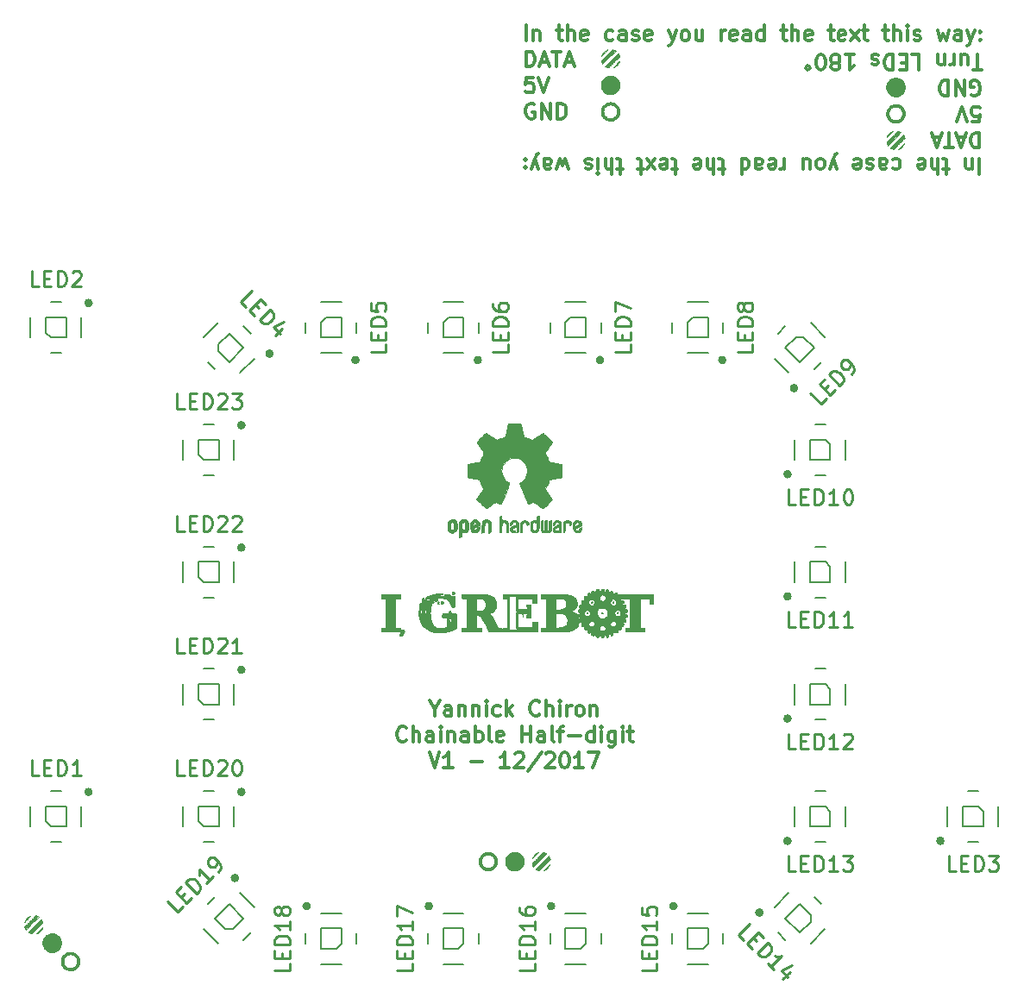
<source format=gto>
G04 #@! TF.FileFunction,Legend,Top*
%FSLAX46Y46*%
G04 Gerber Fmt 4.6, Leading zero omitted, Abs format (unit mm)*
G04 Created by KiCad (PCBNEW 4.0.7) date 12/02/17 18:42:05*
%MOMM*%
%LPD*%
G01*
G04 APERTURE LIST*
%ADD10C,0.100000*%
%ADD11C,0.300000*%
%ADD12C,0.010000*%
%ADD13C,0.400000*%
%ADD14C,0.200000*%
%ADD15C,0.225000*%
G04 APERTURE END LIST*
D10*
D11*
X132178571Y-122414286D02*
X132178571Y-123128571D01*
X131678571Y-121628571D02*
X132178571Y-122414286D01*
X132678571Y-121628571D01*
X133821428Y-123128571D02*
X133821428Y-122342857D01*
X133749999Y-122200000D01*
X133607142Y-122128571D01*
X133321428Y-122128571D01*
X133178571Y-122200000D01*
X133821428Y-123057143D02*
X133678571Y-123128571D01*
X133321428Y-123128571D01*
X133178571Y-123057143D01*
X133107142Y-122914286D01*
X133107142Y-122771429D01*
X133178571Y-122628571D01*
X133321428Y-122557143D01*
X133678571Y-122557143D01*
X133821428Y-122485714D01*
X134535714Y-122128571D02*
X134535714Y-123128571D01*
X134535714Y-122271429D02*
X134607142Y-122200000D01*
X134750000Y-122128571D01*
X134964285Y-122128571D01*
X135107142Y-122200000D01*
X135178571Y-122342857D01*
X135178571Y-123128571D01*
X135892857Y-122128571D02*
X135892857Y-123128571D01*
X135892857Y-122271429D02*
X135964285Y-122200000D01*
X136107143Y-122128571D01*
X136321428Y-122128571D01*
X136464285Y-122200000D01*
X136535714Y-122342857D01*
X136535714Y-123128571D01*
X137250000Y-123128571D02*
X137250000Y-122128571D01*
X137250000Y-121628571D02*
X137178571Y-121700000D01*
X137250000Y-121771429D01*
X137321428Y-121700000D01*
X137250000Y-121628571D01*
X137250000Y-121771429D01*
X138607143Y-123057143D02*
X138464286Y-123128571D01*
X138178572Y-123128571D01*
X138035714Y-123057143D01*
X137964286Y-122985714D01*
X137892857Y-122842857D01*
X137892857Y-122414286D01*
X137964286Y-122271429D01*
X138035714Y-122200000D01*
X138178572Y-122128571D01*
X138464286Y-122128571D01*
X138607143Y-122200000D01*
X139250000Y-123128571D02*
X139250000Y-121628571D01*
X139392857Y-122557143D02*
X139821428Y-123128571D01*
X139821428Y-122128571D02*
X139250000Y-122700000D01*
X142464286Y-122985714D02*
X142392857Y-123057143D01*
X142178571Y-123128571D01*
X142035714Y-123128571D01*
X141821429Y-123057143D01*
X141678571Y-122914286D01*
X141607143Y-122771429D01*
X141535714Y-122485714D01*
X141535714Y-122271429D01*
X141607143Y-121985714D01*
X141678571Y-121842857D01*
X141821429Y-121700000D01*
X142035714Y-121628571D01*
X142178571Y-121628571D01*
X142392857Y-121700000D01*
X142464286Y-121771429D01*
X143107143Y-123128571D02*
X143107143Y-121628571D01*
X143750000Y-123128571D02*
X143750000Y-122342857D01*
X143678571Y-122200000D01*
X143535714Y-122128571D01*
X143321429Y-122128571D01*
X143178571Y-122200000D01*
X143107143Y-122271429D01*
X144464286Y-123128571D02*
X144464286Y-122128571D01*
X144464286Y-121628571D02*
X144392857Y-121700000D01*
X144464286Y-121771429D01*
X144535714Y-121700000D01*
X144464286Y-121628571D01*
X144464286Y-121771429D01*
X145178572Y-123128571D02*
X145178572Y-122128571D01*
X145178572Y-122414286D02*
X145250000Y-122271429D01*
X145321429Y-122200000D01*
X145464286Y-122128571D01*
X145607143Y-122128571D01*
X146321429Y-123128571D02*
X146178571Y-123057143D01*
X146107143Y-122985714D01*
X146035714Y-122842857D01*
X146035714Y-122414286D01*
X146107143Y-122271429D01*
X146178571Y-122200000D01*
X146321429Y-122128571D01*
X146535714Y-122128571D01*
X146678571Y-122200000D01*
X146750000Y-122271429D01*
X146821429Y-122414286D01*
X146821429Y-122842857D01*
X146750000Y-122985714D01*
X146678571Y-123057143D01*
X146535714Y-123128571D01*
X146321429Y-123128571D01*
X147464286Y-122128571D02*
X147464286Y-123128571D01*
X147464286Y-122271429D02*
X147535714Y-122200000D01*
X147678572Y-122128571D01*
X147892857Y-122128571D01*
X148035714Y-122200000D01*
X148107143Y-122342857D01*
X148107143Y-123128571D01*
X129392857Y-125535714D02*
X129321428Y-125607143D01*
X129107142Y-125678571D01*
X128964285Y-125678571D01*
X128750000Y-125607143D01*
X128607142Y-125464286D01*
X128535714Y-125321429D01*
X128464285Y-125035714D01*
X128464285Y-124821429D01*
X128535714Y-124535714D01*
X128607142Y-124392857D01*
X128750000Y-124250000D01*
X128964285Y-124178571D01*
X129107142Y-124178571D01*
X129321428Y-124250000D01*
X129392857Y-124321429D01*
X130035714Y-125678571D02*
X130035714Y-124178571D01*
X130678571Y-125678571D02*
X130678571Y-124892857D01*
X130607142Y-124750000D01*
X130464285Y-124678571D01*
X130250000Y-124678571D01*
X130107142Y-124750000D01*
X130035714Y-124821429D01*
X132035714Y-125678571D02*
X132035714Y-124892857D01*
X131964285Y-124750000D01*
X131821428Y-124678571D01*
X131535714Y-124678571D01*
X131392857Y-124750000D01*
X132035714Y-125607143D02*
X131892857Y-125678571D01*
X131535714Y-125678571D01*
X131392857Y-125607143D01*
X131321428Y-125464286D01*
X131321428Y-125321429D01*
X131392857Y-125178571D01*
X131535714Y-125107143D01*
X131892857Y-125107143D01*
X132035714Y-125035714D01*
X132750000Y-125678571D02*
X132750000Y-124678571D01*
X132750000Y-124178571D02*
X132678571Y-124250000D01*
X132750000Y-124321429D01*
X132821428Y-124250000D01*
X132750000Y-124178571D01*
X132750000Y-124321429D01*
X133464286Y-124678571D02*
X133464286Y-125678571D01*
X133464286Y-124821429D02*
X133535714Y-124750000D01*
X133678572Y-124678571D01*
X133892857Y-124678571D01*
X134035714Y-124750000D01*
X134107143Y-124892857D01*
X134107143Y-125678571D01*
X135464286Y-125678571D02*
X135464286Y-124892857D01*
X135392857Y-124750000D01*
X135250000Y-124678571D01*
X134964286Y-124678571D01*
X134821429Y-124750000D01*
X135464286Y-125607143D02*
X135321429Y-125678571D01*
X134964286Y-125678571D01*
X134821429Y-125607143D01*
X134750000Y-125464286D01*
X134750000Y-125321429D01*
X134821429Y-125178571D01*
X134964286Y-125107143D01*
X135321429Y-125107143D01*
X135464286Y-125035714D01*
X136178572Y-125678571D02*
X136178572Y-124178571D01*
X136178572Y-124750000D02*
X136321429Y-124678571D01*
X136607143Y-124678571D01*
X136750000Y-124750000D01*
X136821429Y-124821429D01*
X136892858Y-124964286D01*
X136892858Y-125392857D01*
X136821429Y-125535714D01*
X136750000Y-125607143D01*
X136607143Y-125678571D01*
X136321429Y-125678571D01*
X136178572Y-125607143D01*
X137750001Y-125678571D02*
X137607143Y-125607143D01*
X137535715Y-125464286D01*
X137535715Y-124178571D01*
X138892857Y-125607143D02*
X138750000Y-125678571D01*
X138464286Y-125678571D01*
X138321429Y-125607143D01*
X138250000Y-125464286D01*
X138250000Y-124892857D01*
X138321429Y-124750000D01*
X138464286Y-124678571D01*
X138750000Y-124678571D01*
X138892857Y-124750000D01*
X138964286Y-124892857D01*
X138964286Y-125035714D01*
X138250000Y-125178571D01*
X140750000Y-125678571D02*
X140750000Y-124178571D01*
X140750000Y-124892857D02*
X141607143Y-124892857D01*
X141607143Y-125678571D02*
X141607143Y-124178571D01*
X142964286Y-125678571D02*
X142964286Y-124892857D01*
X142892857Y-124750000D01*
X142750000Y-124678571D01*
X142464286Y-124678571D01*
X142321429Y-124750000D01*
X142964286Y-125607143D02*
X142821429Y-125678571D01*
X142464286Y-125678571D01*
X142321429Y-125607143D01*
X142250000Y-125464286D01*
X142250000Y-125321429D01*
X142321429Y-125178571D01*
X142464286Y-125107143D01*
X142821429Y-125107143D01*
X142964286Y-125035714D01*
X143892858Y-125678571D02*
X143750000Y-125607143D01*
X143678572Y-125464286D01*
X143678572Y-124178571D01*
X144250000Y-124678571D02*
X144821429Y-124678571D01*
X144464286Y-125678571D02*
X144464286Y-124392857D01*
X144535714Y-124250000D01*
X144678572Y-124178571D01*
X144821429Y-124178571D01*
X145321429Y-125107143D02*
X146464286Y-125107143D01*
X147821429Y-125678571D02*
X147821429Y-124178571D01*
X147821429Y-125607143D02*
X147678572Y-125678571D01*
X147392858Y-125678571D01*
X147250000Y-125607143D01*
X147178572Y-125535714D01*
X147107143Y-125392857D01*
X147107143Y-124964286D01*
X147178572Y-124821429D01*
X147250000Y-124750000D01*
X147392858Y-124678571D01*
X147678572Y-124678571D01*
X147821429Y-124750000D01*
X148535715Y-125678571D02*
X148535715Y-124678571D01*
X148535715Y-124178571D02*
X148464286Y-124250000D01*
X148535715Y-124321429D01*
X148607143Y-124250000D01*
X148535715Y-124178571D01*
X148535715Y-124321429D01*
X149892858Y-124678571D02*
X149892858Y-125892857D01*
X149821429Y-126035714D01*
X149750001Y-126107143D01*
X149607144Y-126178571D01*
X149392858Y-126178571D01*
X149250001Y-126107143D01*
X149892858Y-125607143D02*
X149750001Y-125678571D01*
X149464287Y-125678571D01*
X149321429Y-125607143D01*
X149250001Y-125535714D01*
X149178572Y-125392857D01*
X149178572Y-124964286D01*
X149250001Y-124821429D01*
X149321429Y-124750000D01*
X149464287Y-124678571D01*
X149750001Y-124678571D01*
X149892858Y-124750000D01*
X150607144Y-125678571D02*
X150607144Y-124678571D01*
X150607144Y-124178571D02*
X150535715Y-124250000D01*
X150607144Y-124321429D01*
X150678572Y-124250000D01*
X150607144Y-124178571D01*
X150607144Y-124321429D01*
X151107144Y-124678571D02*
X151678573Y-124678571D01*
X151321430Y-124178571D02*
X151321430Y-125464286D01*
X151392858Y-125607143D01*
X151535716Y-125678571D01*
X151678573Y-125678571D01*
X131642859Y-126728571D02*
X132142859Y-128228571D01*
X132642859Y-126728571D01*
X133928573Y-128228571D02*
X133071430Y-128228571D01*
X133500002Y-128228571D02*
X133500002Y-126728571D01*
X133357145Y-126942857D01*
X133214287Y-127085714D01*
X133071430Y-127157143D01*
X135714287Y-127657143D02*
X136857144Y-127657143D01*
X139500001Y-128228571D02*
X138642858Y-128228571D01*
X139071430Y-128228571D02*
X139071430Y-126728571D01*
X138928573Y-126942857D01*
X138785715Y-127085714D01*
X138642858Y-127157143D01*
X140071429Y-126871429D02*
X140142858Y-126800000D01*
X140285715Y-126728571D01*
X140642858Y-126728571D01*
X140785715Y-126800000D01*
X140857144Y-126871429D01*
X140928572Y-127014286D01*
X140928572Y-127157143D01*
X140857144Y-127371429D01*
X140000001Y-128228571D01*
X140928572Y-128228571D01*
X142642857Y-126657143D02*
X141357143Y-128585714D01*
X143071429Y-126871429D02*
X143142858Y-126800000D01*
X143285715Y-126728571D01*
X143642858Y-126728571D01*
X143785715Y-126800000D01*
X143857144Y-126871429D01*
X143928572Y-127014286D01*
X143928572Y-127157143D01*
X143857144Y-127371429D01*
X143000001Y-128228571D01*
X143928572Y-128228571D01*
X144857143Y-126728571D02*
X145000000Y-126728571D01*
X145142857Y-126800000D01*
X145214286Y-126871429D01*
X145285715Y-127014286D01*
X145357143Y-127300000D01*
X145357143Y-127657143D01*
X145285715Y-127942857D01*
X145214286Y-128085714D01*
X145142857Y-128157143D01*
X145000000Y-128228571D01*
X144857143Y-128228571D01*
X144714286Y-128157143D01*
X144642857Y-128085714D01*
X144571429Y-127942857D01*
X144500000Y-127657143D01*
X144500000Y-127300000D01*
X144571429Y-127014286D01*
X144642857Y-126871429D01*
X144714286Y-126800000D01*
X144857143Y-126728571D01*
X146785714Y-128228571D02*
X145928571Y-128228571D01*
X146357143Y-128228571D02*
X146357143Y-126728571D01*
X146214286Y-126942857D01*
X146071428Y-127085714D01*
X145928571Y-127157143D01*
X147285714Y-126728571D02*
X148285714Y-126728571D01*
X147642857Y-128228571D01*
X141157143Y-56853571D02*
X141157143Y-55353571D01*
X141871429Y-55853571D02*
X141871429Y-56853571D01*
X141871429Y-55996429D02*
X141942857Y-55925000D01*
X142085715Y-55853571D01*
X142300000Y-55853571D01*
X142442857Y-55925000D01*
X142514286Y-56067857D01*
X142514286Y-56853571D01*
X144157143Y-55853571D02*
X144728572Y-55853571D01*
X144371429Y-55353571D02*
X144371429Y-56639286D01*
X144442857Y-56782143D01*
X144585715Y-56853571D01*
X144728572Y-56853571D01*
X145228572Y-56853571D02*
X145228572Y-55353571D01*
X145871429Y-56853571D02*
X145871429Y-56067857D01*
X145800000Y-55925000D01*
X145657143Y-55853571D01*
X145442858Y-55853571D01*
X145300000Y-55925000D01*
X145228572Y-55996429D01*
X147157143Y-56782143D02*
X147014286Y-56853571D01*
X146728572Y-56853571D01*
X146585715Y-56782143D01*
X146514286Y-56639286D01*
X146514286Y-56067857D01*
X146585715Y-55925000D01*
X146728572Y-55853571D01*
X147014286Y-55853571D01*
X147157143Y-55925000D01*
X147228572Y-56067857D01*
X147228572Y-56210714D01*
X146514286Y-56353571D01*
X149657143Y-56782143D02*
X149514286Y-56853571D01*
X149228572Y-56853571D01*
X149085714Y-56782143D01*
X149014286Y-56710714D01*
X148942857Y-56567857D01*
X148942857Y-56139286D01*
X149014286Y-55996429D01*
X149085714Y-55925000D01*
X149228572Y-55853571D01*
X149514286Y-55853571D01*
X149657143Y-55925000D01*
X150942857Y-56853571D02*
X150942857Y-56067857D01*
X150871428Y-55925000D01*
X150728571Y-55853571D01*
X150442857Y-55853571D01*
X150300000Y-55925000D01*
X150942857Y-56782143D02*
X150800000Y-56853571D01*
X150442857Y-56853571D01*
X150300000Y-56782143D01*
X150228571Y-56639286D01*
X150228571Y-56496429D01*
X150300000Y-56353571D01*
X150442857Y-56282143D01*
X150800000Y-56282143D01*
X150942857Y-56210714D01*
X151585714Y-56782143D02*
X151728571Y-56853571D01*
X152014286Y-56853571D01*
X152157143Y-56782143D01*
X152228571Y-56639286D01*
X152228571Y-56567857D01*
X152157143Y-56425000D01*
X152014286Y-56353571D01*
X151800000Y-56353571D01*
X151657143Y-56282143D01*
X151585714Y-56139286D01*
X151585714Y-56067857D01*
X151657143Y-55925000D01*
X151800000Y-55853571D01*
X152014286Y-55853571D01*
X152157143Y-55925000D01*
X153442857Y-56782143D02*
X153300000Y-56853571D01*
X153014286Y-56853571D01*
X152871429Y-56782143D01*
X152800000Y-56639286D01*
X152800000Y-56067857D01*
X152871429Y-55925000D01*
X153014286Y-55853571D01*
X153300000Y-55853571D01*
X153442857Y-55925000D01*
X153514286Y-56067857D01*
X153514286Y-56210714D01*
X152800000Y-56353571D01*
X155157143Y-55853571D02*
X155514286Y-56853571D01*
X155871428Y-55853571D02*
X155514286Y-56853571D01*
X155371428Y-57210714D01*
X155300000Y-57282143D01*
X155157143Y-57353571D01*
X156657143Y-56853571D02*
X156514285Y-56782143D01*
X156442857Y-56710714D01*
X156371428Y-56567857D01*
X156371428Y-56139286D01*
X156442857Y-55996429D01*
X156514285Y-55925000D01*
X156657143Y-55853571D01*
X156871428Y-55853571D01*
X157014285Y-55925000D01*
X157085714Y-55996429D01*
X157157143Y-56139286D01*
X157157143Y-56567857D01*
X157085714Y-56710714D01*
X157014285Y-56782143D01*
X156871428Y-56853571D01*
X156657143Y-56853571D01*
X158442857Y-55853571D02*
X158442857Y-56853571D01*
X157800000Y-55853571D02*
X157800000Y-56639286D01*
X157871428Y-56782143D01*
X158014286Y-56853571D01*
X158228571Y-56853571D01*
X158371428Y-56782143D01*
X158442857Y-56710714D01*
X160300000Y-56853571D02*
X160300000Y-55853571D01*
X160300000Y-56139286D02*
X160371428Y-55996429D01*
X160442857Y-55925000D01*
X160585714Y-55853571D01*
X160728571Y-55853571D01*
X161799999Y-56782143D02*
X161657142Y-56853571D01*
X161371428Y-56853571D01*
X161228571Y-56782143D01*
X161157142Y-56639286D01*
X161157142Y-56067857D01*
X161228571Y-55925000D01*
X161371428Y-55853571D01*
X161657142Y-55853571D01*
X161799999Y-55925000D01*
X161871428Y-56067857D01*
X161871428Y-56210714D01*
X161157142Y-56353571D01*
X163157142Y-56853571D02*
X163157142Y-56067857D01*
X163085713Y-55925000D01*
X162942856Y-55853571D01*
X162657142Y-55853571D01*
X162514285Y-55925000D01*
X163157142Y-56782143D02*
X163014285Y-56853571D01*
X162657142Y-56853571D01*
X162514285Y-56782143D01*
X162442856Y-56639286D01*
X162442856Y-56496429D01*
X162514285Y-56353571D01*
X162657142Y-56282143D01*
X163014285Y-56282143D01*
X163157142Y-56210714D01*
X164514285Y-56853571D02*
X164514285Y-55353571D01*
X164514285Y-56782143D02*
X164371428Y-56853571D01*
X164085714Y-56853571D01*
X163942856Y-56782143D01*
X163871428Y-56710714D01*
X163799999Y-56567857D01*
X163799999Y-56139286D01*
X163871428Y-55996429D01*
X163942856Y-55925000D01*
X164085714Y-55853571D01*
X164371428Y-55853571D01*
X164514285Y-55925000D01*
X166157142Y-55853571D02*
X166728571Y-55853571D01*
X166371428Y-55353571D02*
X166371428Y-56639286D01*
X166442856Y-56782143D01*
X166585714Y-56853571D01*
X166728571Y-56853571D01*
X167228571Y-56853571D02*
X167228571Y-55353571D01*
X167871428Y-56853571D02*
X167871428Y-56067857D01*
X167799999Y-55925000D01*
X167657142Y-55853571D01*
X167442857Y-55853571D01*
X167299999Y-55925000D01*
X167228571Y-55996429D01*
X169157142Y-56782143D02*
X169014285Y-56853571D01*
X168728571Y-56853571D01*
X168585714Y-56782143D01*
X168514285Y-56639286D01*
X168514285Y-56067857D01*
X168585714Y-55925000D01*
X168728571Y-55853571D01*
X169014285Y-55853571D01*
X169157142Y-55925000D01*
X169228571Y-56067857D01*
X169228571Y-56210714D01*
X168514285Y-56353571D01*
X170799999Y-55853571D02*
X171371428Y-55853571D01*
X171014285Y-55353571D02*
X171014285Y-56639286D01*
X171085713Y-56782143D01*
X171228571Y-56853571D01*
X171371428Y-56853571D01*
X172442856Y-56782143D02*
X172299999Y-56853571D01*
X172014285Y-56853571D01*
X171871428Y-56782143D01*
X171799999Y-56639286D01*
X171799999Y-56067857D01*
X171871428Y-55925000D01*
X172014285Y-55853571D01*
X172299999Y-55853571D01*
X172442856Y-55925000D01*
X172514285Y-56067857D01*
X172514285Y-56210714D01*
X171799999Y-56353571D01*
X173014285Y-56853571D02*
X173799999Y-55853571D01*
X173014285Y-55853571D02*
X173799999Y-56853571D01*
X174157142Y-55853571D02*
X174728571Y-55853571D01*
X174371428Y-55353571D02*
X174371428Y-56639286D01*
X174442856Y-56782143D01*
X174585714Y-56853571D01*
X174728571Y-56853571D01*
X176157142Y-55853571D02*
X176728571Y-55853571D01*
X176371428Y-55353571D02*
X176371428Y-56639286D01*
X176442856Y-56782143D01*
X176585714Y-56853571D01*
X176728571Y-56853571D01*
X177228571Y-56853571D02*
X177228571Y-55353571D01*
X177871428Y-56853571D02*
X177871428Y-56067857D01*
X177799999Y-55925000D01*
X177657142Y-55853571D01*
X177442857Y-55853571D01*
X177299999Y-55925000D01*
X177228571Y-55996429D01*
X178585714Y-56853571D02*
X178585714Y-55853571D01*
X178585714Y-55353571D02*
X178514285Y-55425000D01*
X178585714Y-55496429D01*
X178657142Y-55425000D01*
X178585714Y-55353571D01*
X178585714Y-55496429D01*
X179228571Y-56782143D02*
X179371428Y-56853571D01*
X179657143Y-56853571D01*
X179800000Y-56782143D01*
X179871428Y-56639286D01*
X179871428Y-56567857D01*
X179800000Y-56425000D01*
X179657143Y-56353571D01*
X179442857Y-56353571D01*
X179300000Y-56282143D01*
X179228571Y-56139286D01*
X179228571Y-56067857D01*
X179300000Y-55925000D01*
X179442857Y-55853571D01*
X179657143Y-55853571D01*
X179800000Y-55925000D01*
X181514286Y-55853571D02*
X181800000Y-56853571D01*
X182085714Y-56139286D01*
X182371429Y-56853571D01*
X182657143Y-55853571D01*
X183871429Y-56853571D02*
X183871429Y-56067857D01*
X183800000Y-55925000D01*
X183657143Y-55853571D01*
X183371429Y-55853571D01*
X183228572Y-55925000D01*
X183871429Y-56782143D02*
X183728572Y-56853571D01*
X183371429Y-56853571D01*
X183228572Y-56782143D01*
X183157143Y-56639286D01*
X183157143Y-56496429D01*
X183228572Y-56353571D01*
X183371429Y-56282143D01*
X183728572Y-56282143D01*
X183871429Y-56210714D01*
X184442858Y-55853571D02*
X184800001Y-56853571D01*
X185157143Y-55853571D02*
X184800001Y-56853571D01*
X184657143Y-57210714D01*
X184585715Y-57282143D01*
X184442858Y-57353571D01*
X185728572Y-56710714D02*
X185800000Y-56782143D01*
X185728572Y-56853571D01*
X185657143Y-56782143D01*
X185728572Y-56710714D01*
X185728572Y-56853571D01*
X185728572Y-55925000D02*
X185800000Y-55996429D01*
X185728572Y-56067857D01*
X185657143Y-55996429D01*
X185728572Y-55925000D01*
X185728572Y-56067857D01*
X141157143Y-59403571D02*
X141157143Y-57903571D01*
X141514286Y-57903571D01*
X141728571Y-57975000D01*
X141871429Y-58117857D01*
X141942857Y-58260714D01*
X142014286Y-58546429D01*
X142014286Y-58760714D01*
X141942857Y-59046429D01*
X141871429Y-59189286D01*
X141728571Y-59332143D01*
X141514286Y-59403571D01*
X141157143Y-59403571D01*
X142585714Y-58975000D02*
X143300000Y-58975000D01*
X142442857Y-59403571D02*
X142942857Y-57903571D01*
X143442857Y-59403571D01*
X143728571Y-57903571D02*
X144585714Y-57903571D01*
X144157143Y-59403571D02*
X144157143Y-57903571D01*
X145014285Y-58975000D02*
X145728571Y-58975000D01*
X144871428Y-59403571D02*
X145371428Y-57903571D01*
X145871428Y-59403571D01*
X141871429Y-60453571D02*
X141157143Y-60453571D01*
X141085714Y-61167857D01*
X141157143Y-61096429D01*
X141300000Y-61025000D01*
X141657143Y-61025000D01*
X141800000Y-61096429D01*
X141871429Y-61167857D01*
X141942857Y-61310714D01*
X141942857Y-61667857D01*
X141871429Y-61810714D01*
X141800000Y-61882143D01*
X141657143Y-61953571D01*
X141300000Y-61953571D01*
X141157143Y-61882143D01*
X141085714Y-61810714D01*
X142371428Y-60453571D02*
X142871428Y-61953571D01*
X143371428Y-60453571D01*
X141942857Y-63075000D02*
X141800000Y-63003571D01*
X141585714Y-63003571D01*
X141371429Y-63075000D01*
X141228571Y-63217857D01*
X141157143Y-63360714D01*
X141085714Y-63646429D01*
X141085714Y-63860714D01*
X141157143Y-64146429D01*
X141228571Y-64289286D01*
X141371429Y-64432143D01*
X141585714Y-64503571D01*
X141728571Y-64503571D01*
X141942857Y-64432143D01*
X142014286Y-64360714D01*
X142014286Y-63860714D01*
X141728571Y-63860714D01*
X142657143Y-64503571D02*
X142657143Y-63003571D01*
X143514286Y-64503571D01*
X143514286Y-63003571D01*
X144228572Y-64503571D02*
X144228572Y-63003571D01*
X144585715Y-63003571D01*
X144800000Y-63075000D01*
X144942858Y-63217857D01*
X145014286Y-63360714D01*
X145085715Y-63646429D01*
X145085715Y-63860714D01*
X145014286Y-64146429D01*
X144942858Y-64289286D01*
X144800000Y-64432143D01*
X144585715Y-64503571D01*
X144228572Y-64503571D01*
X185642857Y-68421429D02*
X185642857Y-69921429D01*
X184928571Y-69421429D02*
X184928571Y-68421429D01*
X184928571Y-69278571D02*
X184857143Y-69350000D01*
X184714285Y-69421429D01*
X184500000Y-69421429D01*
X184357143Y-69350000D01*
X184285714Y-69207143D01*
X184285714Y-68421429D01*
X182642857Y-69421429D02*
X182071428Y-69421429D01*
X182428571Y-69921429D02*
X182428571Y-68635714D01*
X182357143Y-68492857D01*
X182214285Y-68421429D01*
X182071428Y-68421429D01*
X181571428Y-68421429D02*
X181571428Y-69921429D01*
X180928571Y-68421429D02*
X180928571Y-69207143D01*
X181000000Y-69350000D01*
X181142857Y-69421429D01*
X181357142Y-69421429D01*
X181500000Y-69350000D01*
X181571428Y-69278571D01*
X179642857Y-68492857D02*
X179785714Y-68421429D01*
X180071428Y-68421429D01*
X180214285Y-68492857D01*
X180285714Y-68635714D01*
X180285714Y-69207143D01*
X180214285Y-69350000D01*
X180071428Y-69421429D01*
X179785714Y-69421429D01*
X179642857Y-69350000D01*
X179571428Y-69207143D01*
X179571428Y-69064286D01*
X180285714Y-68921429D01*
X177142857Y-68492857D02*
X177285714Y-68421429D01*
X177571428Y-68421429D01*
X177714286Y-68492857D01*
X177785714Y-68564286D01*
X177857143Y-68707143D01*
X177857143Y-69135714D01*
X177785714Y-69278571D01*
X177714286Y-69350000D01*
X177571428Y-69421429D01*
X177285714Y-69421429D01*
X177142857Y-69350000D01*
X175857143Y-68421429D02*
X175857143Y-69207143D01*
X175928572Y-69350000D01*
X176071429Y-69421429D01*
X176357143Y-69421429D01*
X176500000Y-69350000D01*
X175857143Y-68492857D02*
X176000000Y-68421429D01*
X176357143Y-68421429D01*
X176500000Y-68492857D01*
X176571429Y-68635714D01*
X176571429Y-68778571D01*
X176500000Y-68921429D01*
X176357143Y-68992857D01*
X176000000Y-68992857D01*
X175857143Y-69064286D01*
X175214286Y-68492857D02*
X175071429Y-68421429D01*
X174785714Y-68421429D01*
X174642857Y-68492857D01*
X174571429Y-68635714D01*
X174571429Y-68707143D01*
X174642857Y-68850000D01*
X174785714Y-68921429D01*
X175000000Y-68921429D01*
X175142857Y-68992857D01*
X175214286Y-69135714D01*
X175214286Y-69207143D01*
X175142857Y-69350000D01*
X175000000Y-69421429D01*
X174785714Y-69421429D01*
X174642857Y-69350000D01*
X173357143Y-68492857D02*
X173500000Y-68421429D01*
X173785714Y-68421429D01*
X173928571Y-68492857D01*
X174000000Y-68635714D01*
X174000000Y-69207143D01*
X173928571Y-69350000D01*
X173785714Y-69421429D01*
X173500000Y-69421429D01*
X173357143Y-69350000D01*
X173285714Y-69207143D01*
X173285714Y-69064286D01*
X174000000Y-68921429D01*
X171642857Y-69421429D02*
X171285714Y-68421429D01*
X170928572Y-69421429D02*
X171285714Y-68421429D01*
X171428572Y-68064286D01*
X171500000Y-67992857D01*
X171642857Y-67921429D01*
X170142857Y-68421429D02*
X170285715Y-68492857D01*
X170357143Y-68564286D01*
X170428572Y-68707143D01*
X170428572Y-69135714D01*
X170357143Y-69278571D01*
X170285715Y-69350000D01*
X170142857Y-69421429D01*
X169928572Y-69421429D01*
X169785715Y-69350000D01*
X169714286Y-69278571D01*
X169642857Y-69135714D01*
X169642857Y-68707143D01*
X169714286Y-68564286D01*
X169785715Y-68492857D01*
X169928572Y-68421429D01*
X170142857Y-68421429D01*
X168357143Y-69421429D02*
X168357143Y-68421429D01*
X169000000Y-69421429D02*
X169000000Y-68635714D01*
X168928572Y-68492857D01*
X168785714Y-68421429D01*
X168571429Y-68421429D01*
X168428572Y-68492857D01*
X168357143Y-68564286D01*
X166500000Y-68421429D02*
X166500000Y-69421429D01*
X166500000Y-69135714D02*
X166428572Y-69278571D01*
X166357143Y-69350000D01*
X166214286Y-69421429D01*
X166071429Y-69421429D01*
X165000001Y-68492857D02*
X165142858Y-68421429D01*
X165428572Y-68421429D01*
X165571429Y-68492857D01*
X165642858Y-68635714D01*
X165642858Y-69207143D01*
X165571429Y-69350000D01*
X165428572Y-69421429D01*
X165142858Y-69421429D01*
X165000001Y-69350000D01*
X164928572Y-69207143D01*
X164928572Y-69064286D01*
X165642858Y-68921429D01*
X163642858Y-68421429D02*
X163642858Y-69207143D01*
X163714287Y-69350000D01*
X163857144Y-69421429D01*
X164142858Y-69421429D01*
X164285715Y-69350000D01*
X163642858Y-68492857D02*
X163785715Y-68421429D01*
X164142858Y-68421429D01*
X164285715Y-68492857D01*
X164357144Y-68635714D01*
X164357144Y-68778571D01*
X164285715Y-68921429D01*
X164142858Y-68992857D01*
X163785715Y-68992857D01*
X163642858Y-69064286D01*
X162285715Y-68421429D02*
X162285715Y-69921429D01*
X162285715Y-68492857D02*
X162428572Y-68421429D01*
X162714286Y-68421429D01*
X162857144Y-68492857D01*
X162928572Y-68564286D01*
X163000001Y-68707143D01*
X163000001Y-69135714D01*
X162928572Y-69278571D01*
X162857144Y-69350000D01*
X162714286Y-69421429D01*
X162428572Y-69421429D01*
X162285715Y-69350000D01*
X160642858Y-69421429D02*
X160071429Y-69421429D01*
X160428572Y-69921429D02*
X160428572Y-68635714D01*
X160357144Y-68492857D01*
X160214286Y-68421429D01*
X160071429Y-68421429D01*
X159571429Y-68421429D02*
X159571429Y-69921429D01*
X158928572Y-68421429D02*
X158928572Y-69207143D01*
X159000001Y-69350000D01*
X159142858Y-69421429D01*
X159357143Y-69421429D01*
X159500001Y-69350000D01*
X159571429Y-69278571D01*
X157642858Y-68492857D02*
X157785715Y-68421429D01*
X158071429Y-68421429D01*
X158214286Y-68492857D01*
X158285715Y-68635714D01*
X158285715Y-69207143D01*
X158214286Y-69350000D01*
X158071429Y-69421429D01*
X157785715Y-69421429D01*
X157642858Y-69350000D01*
X157571429Y-69207143D01*
X157571429Y-69064286D01*
X158285715Y-68921429D01*
X156000001Y-69421429D02*
X155428572Y-69421429D01*
X155785715Y-69921429D02*
X155785715Y-68635714D01*
X155714287Y-68492857D01*
X155571429Y-68421429D01*
X155428572Y-68421429D01*
X154357144Y-68492857D02*
X154500001Y-68421429D01*
X154785715Y-68421429D01*
X154928572Y-68492857D01*
X155000001Y-68635714D01*
X155000001Y-69207143D01*
X154928572Y-69350000D01*
X154785715Y-69421429D01*
X154500001Y-69421429D01*
X154357144Y-69350000D01*
X154285715Y-69207143D01*
X154285715Y-69064286D01*
X155000001Y-68921429D01*
X153785715Y-68421429D02*
X153000001Y-69421429D01*
X153785715Y-69421429D02*
X153000001Y-68421429D01*
X152642858Y-69421429D02*
X152071429Y-69421429D01*
X152428572Y-69921429D02*
X152428572Y-68635714D01*
X152357144Y-68492857D01*
X152214286Y-68421429D01*
X152071429Y-68421429D01*
X150642858Y-69421429D02*
X150071429Y-69421429D01*
X150428572Y-69921429D02*
X150428572Y-68635714D01*
X150357144Y-68492857D01*
X150214286Y-68421429D01*
X150071429Y-68421429D01*
X149571429Y-68421429D02*
X149571429Y-69921429D01*
X148928572Y-68421429D02*
X148928572Y-69207143D01*
X149000001Y-69350000D01*
X149142858Y-69421429D01*
X149357143Y-69421429D01*
X149500001Y-69350000D01*
X149571429Y-69278571D01*
X148214286Y-68421429D02*
X148214286Y-69421429D01*
X148214286Y-69921429D02*
X148285715Y-69850000D01*
X148214286Y-69778571D01*
X148142858Y-69850000D01*
X148214286Y-69921429D01*
X148214286Y-69778571D01*
X147571429Y-68492857D02*
X147428572Y-68421429D01*
X147142857Y-68421429D01*
X147000000Y-68492857D01*
X146928572Y-68635714D01*
X146928572Y-68707143D01*
X147000000Y-68850000D01*
X147142857Y-68921429D01*
X147357143Y-68921429D01*
X147500000Y-68992857D01*
X147571429Y-69135714D01*
X147571429Y-69207143D01*
X147500000Y-69350000D01*
X147357143Y-69421429D01*
X147142857Y-69421429D01*
X147000000Y-69350000D01*
X145285714Y-69421429D02*
X145000000Y-68421429D01*
X144714286Y-69135714D01*
X144428571Y-68421429D01*
X144142857Y-69421429D01*
X142928571Y-68421429D02*
X142928571Y-69207143D01*
X143000000Y-69350000D01*
X143142857Y-69421429D01*
X143428571Y-69421429D01*
X143571428Y-69350000D01*
X142928571Y-68492857D02*
X143071428Y-68421429D01*
X143428571Y-68421429D01*
X143571428Y-68492857D01*
X143642857Y-68635714D01*
X143642857Y-68778571D01*
X143571428Y-68921429D01*
X143428571Y-68992857D01*
X143071428Y-68992857D01*
X142928571Y-69064286D01*
X142357142Y-69421429D02*
X141999999Y-68421429D01*
X141642857Y-69421429D02*
X141999999Y-68421429D01*
X142142857Y-68064286D01*
X142214285Y-67992857D01*
X142357142Y-67921429D01*
X141071428Y-68564286D02*
X141000000Y-68492857D01*
X141071428Y-68421429D01*
X141142857Y-68492857D01*
X141071428Y-68564286D01*
X141071428Y-68421429D01*
X141071428Y-69350000D02*
X141000000Y-69278571D01*
X141071428Y-69207143D01*
X141142857Y-69278571D01*
X141071428Y-69350000D01*
X141071428Y-69207143D01*
X185642857Y-65871429D02*
X185642857Y-67371429D01*
X185285714Y-67371429D01*
X185071429Y-67300000D01*
X184928571Y-67157143D01*
X184857143Y-67014286D01*
X184785714Y-66728571D01*
X184785714Y-66514286D01*
X184857143Y-66228571D01*
X184928571Y-66085714D01*
X185071429Y-65942857D01*
X185285714Y-65871429D01*
X185642857Y-65871429D01*
X184214286Y-66300000D02*
X183500000Y-66300000D01*
X184357143Y-65871429D02*
X183857143Y-67371429D01*
X183357143Y-65871429D01*
X183071429Y-67371429D02*
X182214286Y-67371429D01*
X182642857Y-65871429D02*
X182642857Y-67371429D01*
X181785715Y-66300000D02*
X181071429Y-66300000D01*
X181928572Y-65871429D02*
X181428572Y-67371429D01*
X180928572Y-65871429D01*
X184928571Y-64821429D02*
X185642857Y-64821429D01*
X185714286Y-64107143D01*
X185642857Y-64178571D01*
X185500000Y-64250000D01*
X185142857Y-64250000D01*
X185000000Y-64178571D01*
X184928571Y-64107143D01*
X184857143Y-63964286D01*
X184857143Y-63607143D01*
X184928571Y-63464286D01*
X185000000Y-63392857D01*
X185142857Y-63321429D01*
X185500000Y-63321429D01*
X185642857Y-63392857D01*
X185714286Y-63464286D01*
X184428572Y-64821429D02*
X183928572Y-63321429D01*
X183428572Y-64821429D01*
X184857143Y-62200000D02*
X185000000Y-62271429D01*
X185214286Y-62271429D01*
X185428571Y-62200000D01*
X185571429Y-62057143D01*
X185642857Y-61914286D01*
X185714286Y-61628571D01*
X185714286Y-61414286D01*
X185642857Y-61128571D01*
X185571429Y-60985714D01*
X185428571Y-60842857D01*
X185214286Y-60771429D01*
X185071429Y-60771429D01*
X184857143Y-60842857D01*
X184785714Y-60914286D01*
X184785714Y-61414286D01*
X185071429Y-61414286D01*
X184142857Y-60771429D02*
X184142857Y-62271429D01*
X183285714Y-60771429D01*
X183285714Y-62271429D01*
X182571428Y-60771429D02*
X182571428Y-62271429D01*
X182214285Y-62271429D01*
X182000000Y-62200000D01*
X181857142Y-62057143D01*
X181785714Y-61914286D01*
X181714285Y-61628571D01*
X181714285Y-61414286D01*
X181785714Y-61128571D01*
X181857142Y-60985714D01*
X182000000Y-60842857D01*
X182214285Y-60771429D01*
X182571428Y-60771429D01*
X185857143Y-59721429D02*
X185000000Y-59721429D01*
X185428571Y-58221429D02*
X185428571Y-59721429D01*
X183857143Y-59221429D02*
X183857143Y-58221429D01*
X184500000Y-59221429D02*
X184500000Y-58435714D01*
X184428572Y-58292857D01*
X184285714Y-58221429D01*
X184071429Y-58221429D01*
X183928572Y-58292857D01*
X183857143Y-58364286D01*
X183142857Y-58221429D02*
X183142857Y-59221429D01*
X183142857Y-58935714D02*
X183071429Y-59078571D01*
X183000000Y-59150000D01*
X182857143Y-59221429D01*
X182714286Y-59221429D01*
X182214286Y-59221429D02*
X182214286Y-58221429D01*
X182214286Y-59078571D02*
X182142858Y-59150000D01*
X182000000Y-59221429D01*
X181785715Y-59221429D01*
X181642858Y-59150000D01*
X181571429Y-59007143D01*
X181571429Y-58221429D01*
X179000000Y-58221429D02*
X179714286Y-58221429D01*
X179714286Y-59721429D01*
X178500000Y-59007143D02*
X178000000Y-59007143D01*
X177785714Y-58221429D02*
X178500000Y-58221429D01*
X178500000Y-59721429D01*
X177785714Y-59721429D01*
X177142857Y-58221429D02*
X177142857Y-59721429D01*
X176785714Y-59721429D01*
X176571429Y-59650000D01*
X176428571Y-59507143D01*
X176357143Y-59364286D01*
X176285714Y-59078571D01*
X176285714Y-58864286D01*
X176357143Y-58578571D01*
X176428571Y-58435714D01*
X176571429Y-58292857D01*
X176785714Y-58221429D01*
X177142857Y-58221429D01*
X175714286Y-58292857D02*
X175571429Y-58221429D01*
X175285714Y-58221429D01*
X175142857Y-58292857D01*
X175071429Y-58435714D01*
X175071429Y-58507143D01*
X175142857Y-58650000D01*
X175285714Y-58721429D01*
X175500000Y-58721429D01*
X175642857Y-58792857D01*
X175714286Y-58935714D01*
X175714286Y-59007143D01*
X175642857Y-59150000D01*
X175500000Y-59221429D01*
X175285714Y-59221429D01*
X175142857Y-59150000D01*
X172500000Y-58221429D02*
X173357143Y-58221429D01*
X172928571Y-58221429D02*
X172928571Y-59721429D01*
X173071428Y-59507143D01*
X173214286Y-59364286D01*
X173357143Y-59292857D01*
X171642857Y-59078571D02*
X171785715Y-59150000D01*
X171857143Y-59221429D01*
X171928572Y-59364286D01*
X171928572Y-59435714D01*
X171857143Y-59578571D01*
X171785715Y-59650000D01*
X171642857Y-59721429D01*
X171357143Y-59721429D01*
X171214286Y-59650000D01*
X171142857Y-59578571D01*
X171071429Y-59435714D01*
X171071429Y-59364286D01*
X171142857Y-59221429D01*
X171214286Y-59150000D01*
X171357143Y-59078571D01*
X171642857Y-59078571D01*
X171785715Y-59007143D01*
X171857143Y-58935714D01*
X171928572Y-58792857D01*
X171928572Y-58507143D01*
X171857143Y-58364286D01*
X171785715Y-58292857D01*
X171642857Y-58221429D01*
X171357143Y-58221429D01*
X171214286Y-58292857D01*
X171142857Y-58364286D01*
X171071429Y-58507143D01*
X171071429Y-58792857D01*
X171142857Y-58935714D01*
X171214286Y-59007143D01*
X171357143Y-59078571D01*
X170142858Y-59721429D02*
X170000001Y-59721429D01*
X169857144Y-59650000D01*
X169785715Y-59578571D01*
X169714286Y-59435714D01*
X169642858Y-59150000D01*
X169642858Y-58792857D01*
X169714286Y-58507143D01*
X169785715Y-58364286D01*
X169857144Y-58292857D01*
X170000001Y-58221429D01*
X170142858Y-58221429D01*
X170285715Y-58292857D01*
X170357144Y-58364286D01*
X170428572Y-58507143D01*
X170500001Y-58792857D01*
X170500001Y-59150000D01*
X170428572Y-59435714D01*
X170357144Y-59578571D01*
X170285715Y-59650000D01*
X170142858Y-59721429D01*
X168785715Y-59721429D02*
X168928573Y-59650000D01*
X169000001Y-59507143D01*
X168928573Y-59364286D01*
X168785715Y-59292857D01*
X168642858Y-59364286D01*
X168571430Y-59507143D01*
X168642858Y-59650000D01*
X168785715Y-59721429D01*
D12*
G36*
X150179808Y-58112751D02*
X150217147Y-58178077D01*
X150250632Y-58250155D01*
X150273510Y-58310918D01*
X150282457Y-58338425D01*
X150289630Y-58361947D01*
X150294176Y-58378592D01*
X150295349Y-58384917D01*
X150290944Y-58390601D01*
X150278172Y-58404546D01*
X150257697Y-58426089D01*
X150230184Y-58454565D01*
X150196298Y-58489310D01*
X150156705Y-58529659D01*
X150112068Y-58574949D01*
X150063053Y-58624515D01*
X150010325Y-58677692D01*
X149954548Y-58733818D01*
X149896387Y-58792226D01*
X149836507Y-58852253D01*
X149775573Y-58913235D01*
X149714250Y-58974508D01*
X149653202Y-59035407D01*
X149593095Y-59095267D01*
X149534593Y-59153426D01*
X149478360Y-59209217D01*
X149425063Y-59261978D01*
X149375366Y-59311044D01*
X149329933Y-59355750D01*
X149289429Y-59395432D01*
X149254520Y-59429426D01*
X149225869Y-59457068D01*
X149204143Y-59477694D01*
X149190005Y-59490638D01*
X149184121Y-59495238D01*
X149184086Y-59495240D01*
X149174400Y-59493248D01*
X149155667Y-59487949D01*
X149130834Y-59480214D01*
X149109877Y-59473304D01*
X149048087Y-59450343D01*
X148991601Y-59424394D01*
X148934149Y-59392516D01*
X148922091Y-59385231D01*
X148879157Y-59358990D01*
X149518866Y-58719258D01*
X150158574Y-58079527D01*
X150179808Y-58112751D01*
X150179808Y-58112751D01*
G37*
X150179808Y-58112751D02*
X150217147Y-58178077D01*
X150250632Y-58250155D01*
X150273510Y-58310918D01*
X150282457Y-58338425D01*
X150289630Y-58361947D01*
X150294176Y-58378592D01*
X150295349Y-58384917D01*
X150290944Y-58390601D01*
X150278172Y-58404546D01*
X150257697Y-58426089D01*
X150230184Y-58454565D01*
X150196298Y-58489310D01*
X150156705Y-58529659D01*
X150112068Y-58574949D01*
X150063053Y-58624515D01*
X150010325Y-58677692D01*
X149954548Y-58733818D01*
X149896387Y-58792226D01*
X149836507Y-58852253D01*
X149775573Y-58913235D01*
X149714250Y-58974508D01*
X149653202Y-59035407D01*
X149593095Y-59095267D01*
X149534593Y-59153426D01*
X149478360Y-59209217D01*
X149425063Y-59261978D01*
X149375366Y-59311044D01*
X149329933Y-59355750D01*
X149289429Y-59395432D01*
X149254520Y-59429426D01*
X149225869Y-59457068D01*
X149204143Y-59477694D01*
X149190005Y-59490638D01*
X149184121Y-59495238D01*
X149184086Y-59495240D01*
X149174400Y-59493248D01*
X149155667Y-59487949D01*
X149130834Y-59480214D01*
X149109877Y-59473304D01*
X149048087Y-59450343D01*
X148991601Y-59424394D01*
X148934149Y-59392516D01*
X148922091Y-59385231D01*
X148879157Y-59358990D01*
X149518866Y-58719258D01*
X150158574Y-58079527D01*
X150179808Y-58112751D01*
G36*
X150279627Y-58878533D02*
X150274924Y-58893069D01*
X150267732Y-58913784D01*
X150265837Y-58919087D01*
X150226107Y-59011356D01*
X150175261Y-59099337D01*
X150114475Y-59181854D01*
X150044927Y-59257733D01*
X149967793Y-59325801D01*
X149884251Y-59384881D01*
X149795477Y-59433800D01*
X149717500Y-59466261D01*
X149669875Y-59483225D01*
X149974650Y-59178137D01*
X150026086Y-59126670D01*
X150074836Y-59077930D01*
X150120168Y-59032650D01*
X150161348Y-58991558D01*
X150197643Y-58955386D01*
X150228320Y-58924863D01*
X150252645Y-58900721D01*
X150269886Y-58883690D01*
X150279308Y-58874499D01*
X150280901Y-58873050D01*
X150279627Y-58878533D01*
X150279627Y-58878533D01*
G37*
X150279627Y-58878533D02*
X150274924Y-58893069D01*
X150267732Y-58913784D01*
X150265837Y-58919087D01*
X150226107Y-59011356D01*
X150175261Y-59099337D01*
X150114475Y-59181854D01*
X150044927Y-59257733D01*
X149967793Y-59325801D01*
X149884251Y-59384881D01*
X149795477Y-59433800D01*
X149717500Y-59466261D01*
X149669875Y-59483225D01*
X149974650Y-59178137D01*
X150026086Y-59126670D01*
X150074836Y-59077930D01*
X150120168Y-59032650D01*
X150161348Y-58991558D01*
X150197643Y-58955386D01*
X150228320Y-58924863D01*
X150252645Y-58900721D01*
X150269886Y-58883690D01*
X150279308Y-58874499D01*
X150280901Y-58873050D01*
X150279627Y-58878533D01*
G36*
X149630787Y-57712927D02*
X149649231Y-57718142D01*
X149673901Y-57725791D01*
X149695431Y-57732839D01*
X149768629Y-57761000D01*
X149839979Y-57795334D01*
X149893598Y-57826541D01*
X149926822Y-57847775D01*
X149287091Y-58487483D01*
X148647359Y-59127192D01*
X148621118Y-59084258D01*
X148604748Y-59056419D01*
X148587770Y-59025881D01*
X148574820Y-59001138D01*
X148565506Y-58980659D01*
X148554601Y-58953896D01*
X148543108Y-58923676D01*
X148532031Y-58892828D01*
X148522374Y-58864177D01*
X148515142Y-58840551D01*
X148511337Y-58824777D01*
X148511000Y-58821432D01*
X148515402Y-58815810D01*
X148528168Y-58801920D01*
X148548631Y-58780426D01*
X148576128Y-58751992D01*
X148609994Y-58717283D01*
X148649564Y-58676963D01*
X148694174Y-58631697D01*
X148743160Y-58582149D01*
X148795857Y-58528984D01*
X148851600Y-58472867D01*
X148909725Y-58414461D01*
X148969568Y-58354431D01*
X149030463Y-58293443D01*
X149091747Y-58232159D01*
X149152754Y-58171245D01*
X149212821Y-58111366D01*
X149271283Y-58053186D01*
X149327475Y-57997368D01*
X149380732Y-57944579D01*
X149430391Y-57895481D01*
X149475787Y-57850741D01*
X149516255Y-57811022D01*
X149551131Y-57776989D01*
X149579749Y-57749305D01*
X149601447Y-57728637D01*
X149615559Y-57715648D01*
X149621420Y-57711003D01*
X149621459Y-57711000D01*
X149630787Y-57712927D01*
X149630787Y-57712927D01*
G37*
X149630787Y-57712927D02*
X149649231Y-57718142D01*
X149673901Y-57725791D01*
X149695431Y-57732839D01*
X149768629Y-57761000D01*
X149839979Y-57795334D01*
X149893598Y-57826541D01*
X149926822Y-57847775D01*
X149287091Y-58487483D01*
X148647359Y-59127192D01*
X148621118Y-59084258D01*
X148604748Y-59056419D01*
X148587770Y-59025881D01*
X148574820Y-59001138D01*
X148565506Y-58980659D01*
X148554601Y-58953896D01*
X148543108Y-58923676D01*
X148532031Y-58892828D01*
X148522374Y-58864177D01*
X148515142Y-58840551D01*
X148511337Y-58824777D01*
X148511000Y-58821432D01*
X148515402Y-58815810D01*
X148528168Y-58801920D01*
X148548631Y-58780426D01*
X148576128Y-58751992D01*
X148609994Y-58717283D01*
X148649564Y-58676963D01*
X148694174Y-58631697D01*
X148743160Y-58582149D01*
X148795857Y-58528984D01*
X148851600Y-58472867D01*
X148909725Y-58414461D01*
X148969568Y-58354431D01*
X149030463Y-58293443D01*
X149091747Y-58232159D01*
X149152754Y-58171245D01*
X149212821Y-58111366D01*
X149271283Y-58053186D01*
X149327475Y-57997368D01*
X149380732Y-57944579D01*
X149430391Y-57895481D01*
X149475787Y-57850741D01*
X149516255Y-57811022D01*
X149551131Y-57776989D01*
X149579749Y-57749305D01*
X149601447Y-57728637D01*
X149615559Y-57715648D01*
X149621420Y-57711003D01*
X149621459Y-57711000D01*
X149630787Y-57712927D01*
G36*
X148831699Y-58028212D02*
X148780263Y-58079679D01*
X148731513Y-58128419D01*
X148686181Y-58173699D01*
X148645001Y-58214791D01*
X148608706Y-58250963D01*
X148578029Y-58281486D01*
X148553704Y-58305628D01*
X148536463Y-58322659D01*
X148527041Y-58331850D01*
X148525448Y-58333300D01*
X148526722Y-58327816D01*
X148531425Y-58313280D01*
X148538617Y-58292565D01*
X148540512Y-58287262D01*
X148580242Y-58194993D01*
X148631088Y-58107012D01*
X148691874Y-58024495D01*
X148761422Y-57948616D01*
X148838556Y-57880548D01*
X148922098Y-57821468D01*
X149010872Y-57772549D01*
X149088850Y-57740088D01*
X149136475Y-57723124D01*
X148831699Y-58028212D01*
X148831699Y-58028212D01*
G37*
X148831699Y-58028212D02*
X148780263Y-58079679D01*
X148731513Y-58128419D01*
X148686181Y-58173699D01*
X148645001Y-58214791D01*
X148608706Y-58250963D01*
X148578029Y-58281486D01*
X148553704Y-58305628D01*
X148536463Y-58322659D01*
X148527041Y-58331850D01*
X148525448Y-58333300D01*
X148526722Y-58327816D01*
X148531425Y-58313280D01*
X148538617Y-58292565D01*
X148540512Y-58287262D01*
X148580242Y-58194993D01*
X148631088Y-58107012D01*
X148691874Y-58024495D01*
X148761422Y-57948616D01*
X148838556Y-57880548D01*
X148922098Y-57821468D01*
X149010872Y-57772549D01*
X149088850Y-57740088D01*
X149136475Y-57723124D01*
X148831699Y-58028212D01*
G36*
X149437258Y-62888777D02*
X149495230Y-62891453D01*
X149547513Y-62896636D01*
X149585310Y-62903130D01*
X149693123Y-62933172D01*
X149794227Y-62973799D01*
X149888139Y-63024527D01*
X149974372Y-63084871D01*
X150052442Y-63154345D01*
X150121863Y-63232465D01*
X150182152Y-63318745D01*
X150232821Y-63412701D01*
X150273387Y-63513846D01*
X150303219Y-63621039D01*
X150310566Y-63665488D01*
X150315408Y-63718759D01*
X150317743Y-63777225D01*
X150317572Y-63837258D01*
X150314896Y-63895230D01*
X150309713Y-63947513D01*
X150303219Y-63985310D01*
X150273339Y-64092421D01*
X150232857Y-64193088D01*
X150182311Y-64286770D01*
X150122241Y-64372926D01*
X150053189Y-64451013D01*
X149975693Y-64520490D01*
X149890293Y-64580816D01*
X149797530Y-64631448D01*
X149697944Y-64671845D01*
X149592074Y-64701466D01*
X149588558Y-64702236D01*
X149553030Y-64708155D01*
X149508505Y-64712864D01*
X149458645Y-64716225D01*
X149407108Y-64718096D01*
X149357554Y-64718340D01*
X149313642Y-64716815D01*
X149282623Y-64713907D01*
X149177837Y-64693128D01*
X149076666Y-64660553D01*
X148980141Y-64616791D01*
X148889291Y-64562449D01*
X148805143Y-64498137D01*
X148728728Y-64424462D01*
X148666781Y-64349799D01*
X148608243Y-64260643D01*
X148561003Y-64166525D01*
X148525157Y-64068467D01*
X148500801Y-63967490D01*
X148488032Y-63864616D01*
X148487443Y-63808257D01*
X148735670Y-63808257D01*
X148738127Y-63867060D01*
X148744477Y-63921007D01*
X148751416Y-63954301D01*
X148780899Y-64043725D01*
X148820632Y-64126490D01*
X148869890Y-64201927D01*
X148927948Y-64269371D01*
X148994079Y-64328156D01*
X149067560Y-64377614D01*
X149147665Y-64417080D01*
X149233669Y-64445887D01*
X149301822Y-64460131D01*
X149337340Y-64463574D01*
X149381059Y-64464579D01*
X149428831Y-64463343D01*
X149476508Y-64460065D01*
X149519945Y-64454942D01*
X149554993Y-64448171D01*
X149555575Y-64448022D01*
X149646134Y-64418420D01*
X149729415Y-64378573D01*
X149804938Y-64328959D01*
X149872222Y-64270061D01*
X149930789Y-64202358D01*
X149980157Y-64126331D01*
X150019846Y-64042461D01*
X150048583Y-63954301D01*
X150054591Y-63929069D01*
X150058733Y-63905202D01*
X150061326Y-63879333D01*
X150062688Y-63848097D01*
X150063138Y-63808126D01*
X150063147Y-63800000D01*
X150062824Y-63758158D01*
X150061643Y-63725639D01*
X150059288Y-63699076D01*
X150055440Y-63675102D01*
X150049781Y-63650350D01*
X150048583Y-63645698D01*
X150018686Y-63554547D01*
X149978676Y-63470841D01*
X149929012Y-63395041D01*
X149870156Y-63327608D01*
X149802568Y-63269004D01*
X149726708Y-63219691D01*
X149643038Y-63180130D01*
X149555575Y-63151697D01*
X149529976Y-63145592D01*
X149506042Y-63141381D01*
X149480373Y-63138739D01*
X149449570Y-63137342D01*
X149410232Y-63136866D01*
X149400000Y-63136852D01*
X149358306Y-63137169D01*
X149325901Y-63138333D01*
X149299386Y-63140670D01*
X149275361Y-63144505D01*
X149250425Y-63150161D01*
X149244425Y-63151697D01*
X149154340Y-63181340D01*
X149071229Y-63221382D01*
X148995658Y-63271255D01*
X148928195Y-63330392D01*
X148869406Y-63398224D01*
X148819859Y-63474184D01*
X148780121Y-63557705D01*
X148751628Y-63644850D01*
X148742423Y-63692938D01*
X148737103Y-63748812D01*
X148735670Y-63808257D01*
X148487443Y-63808257D01*
X148486946Y-63760866D01*
X148497638Y-63657264D01*
X148520205Y-63554830D01*
X148554743Y-63454586D01*
X148577713Y-63403151D01*
X148630044Y-63309165D01*
X148692009Y-63223178D01*
X148763031Y-63145638D01*
X148842529Y-63076996D01*
X148929926Y-63017702D01*
X149024643Y-62968205D01*
X149126100Y-62928956D01*
X149221039Y-62903130D01*
X149265488Y-62895783D01*
X149318759Y-62890941D01*
X149377225Y-62888606D01*
X149437258Y-62888777D01*
X149437258Y-62888777D01*
G37*
X149437258Y-62888777D02*
X149495230Y-62891453D01*
X149547513Y-62896636D01*
X149585310Y-62903130D01*
X149693123Y-62933172D01*
X149794227Y-62973799D01*
X149888139Y-63024527D01*
X149974372Y-63084871D01*
X150052442Y-63154345D01*
X150121863Y-63232465D01*
X150182152Y-63318745D01*
X150232821Y-63412701D01*
X150273387Y-63513846D01*
X150303219Y-63621039D01*
X150310566Y-63665488D01*
X150315408Y-63718759D01*
X150317743Y-63777225D01*
X150317572Y-63837258D01*
X150314896Y-63895230D01*
X150309713Y-63947513D01*
X150303219Y-63985310D01*
X150273339Y-64092421D01*
X150232857Y-64193088D01*
X150182311Y-64286770D01*
X150122241Y-64372926D01*
X150053189Y-64451013D01*
X149975693Y-64520490D01*
X149890293Y-64580816D01*
X149797530Y-64631448D01*
X149697944Y-64671845D01*
X149592074Y-64701466D01*
X149588558Y-64702236D01*
X149553030Y-64708155D01*
X149508505Y-64712864D01*
X149458645Y-64716225D01*
X149407108Y-64718096D01*
X149357554Y-64718340D01*
X149313642Y-64716815D01*
X149282623Y-64713907D01*
X149177837Y-64693128D01*
X149076666Y-64660553D01*
X148980141Y-64616791D01*
X148889291Y-64562449D01*
X148805143Y-64498137D01*
X148728728Y-64424462D01*
X148666781Y-64349799D01*
X148608243Y-64260643D01*
X148561003Y-64166525D01*
X148525157Y-64068467D01*
X148500801Y-63967490D01*
X148488032Y-63864616D01*
X148487443Y-63808257D01*
X148735670Y-63808257D01*
X148738127Y-63867060D01*
X148744477Y-63921007D01*
X148751416Y-63954301D01*
X148780899Y-64043725D01*
X148820632Y-64126490D01*
X148869890Y-64201927D01*
X148927948Y-64269371D01*
X148994079Y-64328156D01*
X149067560Y-64377614D01*
X149147665Y-64417080D01*
X149233669Y-64445887D01*
X149301822Y-64460131D01*
X149337340Y-64463574D01*
X149381059Y-64464579D01*
X149428831Y-64463343D01*
X149476508Y-64460065D01*
X149519945Y-64454942D01*
X149554993Y-64448171D01*
X149555575Y-64448022D01*
X149646134Y-64418420D01*
X149729415Y-64378573D01*
X149804938Y-64328959D01*
X149872222Y-64270061D01*
X149930789Y-64202358D01*
X149980157Y-64126331D01*
X150019846Y-64042461D01*
X150048583Y-63954301D01*
X150054591Y-63929069D01*
X150058733Y-63905202D01*
X150061326Y-63879333D01*
X150062688Y-63848097D01*
X150063138Y-63808126D01*
X150063147Y-63800000D01*
X150062824Y-63758158D01*
X150061643Y-63725639D01*
X150059288Y-63699076D01*
X150055440Y-63675102D01*
X150049781Y-63650350D01*
X150048583Y-63645698D01*
X150018686Y-63554547D01*
X149978676Y-63470841D01*
X149929012Y-63395041D01*
X149870156Y-63327608D01*
X149802568Y-63269004D01*
X149726708Y-63219691D01*
X149643038Y-63180130D01*
X149555575Y-63151697D01*
X149529976Y-63145592D01*
X149506042Y-63141381D01*
X149480373Y-63138739D01*
X149449570Y-63137342D01*
X149410232Y-63136866D01*
X149400000Y-63136852D01*
X149358306Y-63137169D01*
X149325901Y-63138333D01*
X149299386Y-63140670D01*
X149275361Y-63144505D01*
X149250425Y-63150161D01*
X149244425Y-63151697D01*
X149154340Y-63181340D01*
X149071229Y-63221382D01*
X148995658Y-63271255D01*
X148928195Y-63330392D01*
X148869406Y-63398224D01*
X148819859Y-63474184D01*
X148780121Y-63557705D01*
X148751628Y-63644850D01*
X148742423Y-63692938D01*
X148737103Y-63748812D01*
X148735670Y-63808257D01*
X148487443Y-63808257D01*
X148486946Y-63760866D01*
X148497638Y-63657264D01*
X148520205Y-63554830D01*
X148554743Y-63454586D01*
X148577713Y-63403151D01*
X148630044Y-63309165D01*
X148692009Y-63223178D01*
X148763031Y-63145638D01*
X148842529Y-63076996D01*
X148929926Y-63017702D01*
X149024643Y-62968205D01*
X149126100Y-62928956D01*
X149221039Y-62903130D01*
X149265488Y-62895783D01*
X149318759Y-62890941D01*
X149377225Y-62888606D01*
X149437258Y-62888777D01*
G36*
X149437258Y-60288777D02*
X149495230Y-60291453D01*
X149547513Y-60296636D01*
X149585310Y-60303130D01*
X149693123Y-60333172D01*
X149794227Y-60373799D01*
X149888139Y-60424527D01*
X149974372Y-60484871D01*
X150052442Y-60554345D01*
X150121863Y-60632465D01*
X150182152Y-60718745D01*
X150232821Y-60812701D01*
X150273387Y-60913846D01*
X150303219Y-61021039D01*
X150310566Y-61065488D01*
X150315408Y-61118759D01*
X150317743Y-61177225D01*
X150317572Y-61237258D01*
X150314896Y-61295230D01*
X150309713Y-61347513D01*
X150303219Y-61385310D01*
X150273339Y-61492421D01*
X150232857Y-61593088D01*
X150182311Y-61686770D01*
X150122241Y-61772926D01*
X150053189Y-61851013D01*
X149975693Y-61920490D01*
X149890293Y-61980816D01*
X149797530Y-62031448D01*
X149697944Y-62071845D01*
X149592074Y-62101466D01*
X149588558Y-62102236D01*
X149553030Y-62108155D01*
X149508505Y-62112864D01*
X149458645Y-62116225D01*
X149407108Y-62118096D01*
X149357554Y-62118340D01*
X149313642Y-62116815D01*
X149282623Y-62113907D01*
X149177837Y-62093128D01*
X149076666Y-62060553D01*
X148980141Y-62016791D01*
X148889291Y-61962449D01*
X148805143Y-61898137D01*
X148728728Y-61824462D01*
X148666781Y-61749799D01*
X148608243Y-61660643D01*
X148561003Y-61566525D01*
X148525157Y-61468467D01*
X148500801Y-61367490D01*
X148488032Y-61264616D01*
X148486946Y-61160866D01*
X148497638Y-61057264D01*
X148520205Y-60954830D01*
X148554743Y-60854586D01*
X148577713Y-60803151D01*
X148630044Y-60709165D01*
X148692009Y-60623178D01*
X148763031Y-60545638D01*
X148842529Y-60476996D01*
X148929926Y-60417702D01*
X149024643Y-60368205D01*
X149126100Y-60328956D01*
X149221039Y-60303130D01*
X149265488Y-60295783D01*
X149318759Y-60290941D01*
X149377225Y-60288606D01*
X149437258Y-60288777D01*
X149437258Y-60288777D01*
G37*
X149437258Y-60288777D02*
X149495230Y-60291453D01*
X149547513Y-60296636D01*
X149585310Y-60303130D01*
X149693123Y-60333172D01*
X149794227Y-60373799D01*
X149888139Y-60424527D01*
X149974372Y-60484871D01*
X150052442Y-60554345D01*
X150121863Y-60632465D01*
X150182152Y-60718745D01*
X150232821Y-60812701D01*
X150273387Y-60913846D01*
X150303219Y-61021039D01*
X150310566Y-61065488D01*
X150315408Y-61118759D01*
X150317743Y-61177225D01*
X150317572Y-61237258D01*
X150314896Y-61295230D01*
X150309713Y-61347513D01*
X150303219Y-61385310D01*
X150273339Y-61492421D01*
X150232857Y-61593088D01*
X150182311Y-61686770D01*
X150122241Y-61772926D01*
X150053189Y-61851013D01*
X149975693Y-61920490D01*
X149890293Y-61980816D01*
X149797530Y-62031448D01*
X149697944Y-62071845D01*
X149592074Y-62101466D01*
X149588558Y-62102236D01*
X149553030Y-62108155D01*
X149508505Y-62112864D01*
X149458645Y-62116225D01*
X149407108Y-62118096D01*
X149357554Y-62118340D01*
X149313642Y-62116815D01*
X149282623Y-62113907D01*
X149177837Y-62093128D01*
X149076666Y-62060553D01*
X148980141Y-62016791D01*
X148889291Y-61962449D01*
X148805143Y-61898137D01*
X148728728Y-61824462D01*
X148666781Y-61749799D01*
X148608243Y-61660643D01*
X148561003Y-61566525D01*
X148525157Y-61468467D01*
X148500801Y-61367490D01*
X148488032Y-61264616D01*
X148486946Y-61160866D01*
X148497638Y-61057264D01*
X148520205Y-60954830D01*
X148554743Y-60854586D01*
X148577713Y-60803151D01*
X148630044Y-60709165D01*
X148692009Y-60623178D01*
X148763031Y-60545638D01*
X148842529Y-60476996D01*
X148929926Y-60417702D01*
X149024643Y-60368205D01*
X149126100Y-60328956D01*
X149221039Y-60303130D01*
X149265488Y-60295783D01*
X149318759Y-60290941D01*
X149377225Y-60288606D01*
X149437258Y-60288777D01*
G36*
X177437258Y-60488777D02*
X177495230Y-60491453D01*
X177547513Y-60496636D01*
X177585310Y-60503130D01*
X177693123Y-60533172D01*
X177794227Y-60573799D01*
X177888139Y-60624527D01*
X177974372Y-60684871D01*
X178052442Y-60754345D01*
X178121863Y-60832465D01*
X178182152Y-60918745D01*
X178232821Y-61012701D01*
X178273387Y-61113846D01*
X178303219Y-61221039D01*
X178310566Y-61265488D01*
X178315408Y-61318759D01*
X178317743Y-61377225D01*
X178317572Y-61437258D01*
X178314896Y-61495230D01*
X178309713Y-61547513D01*
X178303219Y-61585310D01*
X178273339Y-61692421D01*
X178232857Y-61793088D01*
X178182311Y-61886770D01*
X178122241Y-61972926D01*
X178053189Y-62051013D01*
X177975693Y-62120490D01*
X177890293Y-62180816D01*
X177797530Y-62231448D01*
X177697944Y-62271845D01*
X177592074Y-62301466D01*
X177588558Y-62302236D01*
X177553030Y-62308155D01*
X177508505Y-62312864D01*
X177458645Y-62316225D01*
X177407108Y-62318096D01*
X177357554Y-62318340D01*
X177313642Y-62316815D01*
X177282623Y-62313907D01*
X177177837Y-62293128D01*
X177076666Y-62260553D01*
X176980141Y-62216791D01*
X176889291Y-62162449D01*
X176805143Y-62098137D01*
X176728728Y-62024462D01*
X176666781Y-61949799D01*
X176608243Y-61860643D01*
X176561003Y-61766525D01*
X176525157Y-61668467D01*
X176500801Y-61567490D01*
X176488032Y-61464616D01*
X176486946Y-61360866D01*
X176497638Y-61257264D01*
X176520205Y-61154830D01*
X176554743Y-61054586D01*
X176577713Y-61003151D01*
X176630044Y-60909165D01*
X176692009Y-60823178D01*
X176763031Y-60745638D01*
X176842529Y-60676996D01*
X176929926Y-60617702D01*
X177024643Y-60568205D01*
X177126100Y-60528956D01*
X177221039Y-60503130D01*
X177265488Y-60495783D01*
X177318759Y-60490941D01*
X177377225Y-60488606D01*
X177437258Y-60488777D01*
X177437258Y-60488777D01*
G37*
X177437258Y-60488777D02*
X177495230Y-60491453D01*
X177547513Y-60496636D01*
X177585310Y-60503130D01*
X177693123Y-60533172D01*
X177794227Y-60573799D01*
X177888139Y-60624527D01*
X177974372Y-60684871D01*
X178052442Y-60754345D01*
X178121863Y-60832465D01*
X178182152Y-60918745D01*
X178232821Y-61012701D01*
X178273387Y-61113846D01*
X178303219Y-61221039D01*
X178310566Y-61265488D01*
X178315408Y-61318759D01*
X178317743Y-61377225D01*
X178317572Y-61437258D01*
X178314896Y-61495230D01*
X178309713Y-61547513D01*
X178303219Y-61585310D01*
X178273339Y-61692421D01*
X178232857Y-61793088D01*
X178182311Y-61886770D01*
X178122241Y-61972926D01*
X178053189Y-62051013D01*
X177975693Y-62120490D01*
X177890293Y-62180816D01*
X177797530Y-62231448D01*
X177697944Y-62271845D01*
X177592074Y-62301466D01*
X177588558Y-62302236D01*
X177553030Y-62308155D01*
X177508505Y-62312864D01*
X177458645Y-62316225D01*
X177407108Y-62318096D01*
X177357554Y-62318340D01*
X177313642Y-62316815D01*
X177282623Y-62313907D01*
X177177837Y-62293128D01*
X177076666Y-62260553D01*
X176980141Y-62216791D01*
X176889291Y-62162449D01*
X176805143Y-62098137D01*
X176728728Y-62024462D01*
X176666781Y-61949799D01*
X176608243Y-61860643D01*
X176561003Y-61766525D01*
X176525157Y-61668467D01*
X176500801Y-61567490D01*
X176488032Y-61464616D01*
X176486946Y-61360866D01*
X176497638Y-61257264D01*
X176520205Y-61154830D01*
X176554743Y-61054586D01*
X176577713Y-61003151D01*
X176630044Y-60909165D01*
X176692009Y-60823178D01*
X176763031Y-60745638D01*
X176842529Y-60676996D01*
X176929926Y-60617702D01*
X177024643Y-60568205D01*
X177126100Y-60528956D01*
X177221039Y-60503130D01*
X177265488Y-60495783D01*
X177318759Y-60490941D01*
X177377225Y-60488606D01*
X177437258Y-60488777D01*
G36*
X178179808Y-66112751D02*
X178217147Y-66178077D01*
X178250632Y-66250155D01*
X178273510Y-66310918D01*
X178282457Y-66338425D01*
X178289630Y-66361947D01*
X178294176Y-66378592D01*
X178295349Y-66384917D01*
X178290944Y-66390601D01*
X178278172Y-66404546D01*
X178257697Y-66426089D01*
X178230184Y-66454565D01*
X178196298Y-66489310D01*
X178156705Y-66529659D01*
X178112068Y-66574949D01*
X178063053Y-66624515D01*
X178010325Y-66677692D01*
X177954548Y-66733818D01*
X177896387Y-66792226D01*
X177836507Y-66852253D01*
X177775573Y-66913235D01*
X177714250Y-66974508D01*
X177653202Y-67035407D01*
X177593095Y-67095267D01*
X177534593Y-67153426D01*
X177478360Y-67209217D01*
X177425063Y-67261978D01*
X177375366Y-67311044D01*
X177329933Y-67355750D01*
X177289429Y-67395432D01*
X177254520Y-67429426D01*
X177225869Y-67457068D01*
X177204143Y-67477694D01*
X177190005Y-67490638D01*
X177184121Y-67495238D01*
X177184086Y-67495240D01*
X177174400Y-67493248D01*
X177155667Y-67487949D01*
X177130834Y-67480214D01*
X177109877Y-67473304D01*
X177048087Y-67450343D01*
X176991601Y-67424394D01*
X176934149Y-67392516D01*
X176922091Y-67385231D01*
X176879157Y-67358990D01*
X177518866Y-66719258D01*
X178158574Y-66079527D01*
X178179808Y-66112751D01*
X178179808Y-66112751D01*
G37*
X178179808Y-66112751D02*
X178217147Y-66178077D01*
X178250632Y-66250155D01*
X178273510Y-66310918D01*
X178282457Y-66338425D01*
X178289630Y-66361947D01*
X178294176Y-66378592D01*
X178295349Y-66384917D01*
X178290944Y-66390601D01*
X178278172Y-66404546D01*
X178257697Y-66426089D01*
X178230184Y-66454565D01*
X178196298Y-66489310D01*
X178156705Y-66529659D01*
X178112068Y-66574949D01*
X178063053Y-66624515D01*
X178010325Y-66677692D01*
X177954548Y-66733818D01*
X177896387Y-66792226D01*
X177836507Y-66852253D01*
X177775573Y-66913235D01*
X177714250Y-66974508D01*
X177653202Y-67035407D01*
X177593095Y-67095267D01*
X177534593Y-67153426D01*
X177478360Y-67209217D01*
X177425063Y-67261978D01*
X177375366Y-67311044D01*
X177329933Y-67355750D01*
X177289429Y-67395432D01*
X177254520Y-67429426D01*
X177225869Y-67457068D01*
X177204143Y-67477694D01*
X177190005Y-67490638D01*
X177184121Y-67495238D01*
X177184086Y-67495240D01*
X177174400Y-67493248D01*
X177155667Y-67487949D01*
X177130834Y-67480214D01*
X177109877Y-67473304D01*
X177048087Y-67450343D01*
X176991601Y-67424394D01*
X176934149Y-67392516D01*
X176922091Y-67385231D01*
X176879157Y-67358990D01*
X177518866Y-66719258D01*
X178158574Y-66079527D01*
X178179808Y-66112751D01*
G36*
X178279627Y-66878533D02*
X178274924Y-66893069D01*
X178267732Y-66913784D01*
X178265837Y-66919087D01*
X178226107Y-67011356D01*
X178175261Y-67099337D01*
X178114475Y-67181854D01*
X178044927Y-67257733D01*
X177967793Y-67325801D01*
X177884251Y-67384881D01*
X177795477Y-67433800D01*
X177717500Y-67466261D01*
X177669875Y-67483225D01*
X177974650Y-67178137D01*
X178026086Y-67126670D01*
X178074836Y-67077930D01*
X178120168Y-67032650D01*
X178161348Y-66991558D01*
X178197643Y-66955386D01*
X178228320Y-66924863D01*
X178252645Y-66900721D01*
X178269886Y-66883690D01*
X178279308Y-66874499D01*
X178280901Y-66873050D01*
X178279627Y-66878533D01*
X178279627Y-66878533D01*
G37*
X178279627Y-66878533D02*
X178274924Y-66893069D01*
X178267732Y-66913784D01*
X178265837Y-66919087D01*
X178226107Y-67011356D01*
X178175261Y-67099337D01*
X178114475Y-67181854D01*
X178044927Y-67257733D01*
X177967793Y-67325801D01*
X177884251Y-67384881D01*
X177795477Y-67433800D01*
X177717500Y-67466261D01*
X177669875Y-67483225D01*
X177974650Y-67178137D01*
X178026086Y-67126670D01*
X178074836Y-67077930D01*
X178120168Y-67032650D01*
X178161348Y-66991558D01*
X178197643Y-66955386D01*
X178228320Y-66924863D01*
X178252645Y-66900721D01*
X178269886Y-66883690D01*
X178279308Y-66874499D01*
X178280901Y-66873050D01*
X178279627Y-66878533D01*
G36*
X177630787Y-65712927D02*
X177649231Y-65718142D01*
X177673901Y-65725791D01*
X177695431Y-65732839D01*
X177768629Y-65761000D01*
X177839979Y-65795334D01*
X177893598Y-65826541D01*
X177926822Y-65847775D01*
X177287091Y-66487483D01*
X176647359Y-67127192D01*
X176621118Y-67084258D01*
X176604748Y-67056419D01*
X176587770Y-67025881D01*
X176574820Y-67001138D01*
X176565506Y-66980659D01*
X176554601Y-66953896D01*
X176543108Y-66923676D01*
X176532031Y-66892828D01*
X176522374Y-66864177D01*
X176515142Y-66840551D01*
X176511337Y-66824777D01*
X176511000Y-66821432D01*
X176515402Y-66815810D01*
X176528168Y-66801920D01*
X176548631Y-66780426D01*
X176576128Y-66751992D01*
X176609994Y-66717283D01*
X176649564Y-66676963D01*
X176694174Y-66631697D01*
X176743160Y-66582149D01*
X176795857Y-66528984D01*
X176851600Y-66472867D01*
X176909725Y-66414461D01*
X176969568Y-66354431D01*
X177030463Y-66293443D01*
X177091747Y-66232159D01*
X177152754Y-66171245D01*
X177212821Y-66111366D01*
X177271283Y-66053186D01*
X177327475Y-65997368D01*
X177380732Y-65944579D01*
X177430391Y-65895481D01*
X177475787Y-65850741D01*
X177516255Y-65811022D01*
X177551131Y-65776989D01*
X177579749Y-65749305D01*
X177601447Y-65728637D01*
X177615559Y-65715648D01*
X177621420Y-65711003D01*
X177621459Y-65711000D01*
X177630787Y-65712927D01*
X177630787Y-65712927D01*
G37*
X177630787Y-65712927D02*
X177649231Y-65718142D01*
X177673901Y-65725791D01*
X177695431Y-65732839D01*
X177768629Y-65761000D01*
X177839979Y-65795334D01*
X177893598Y-65826541D01*
X177926822Y-65847775D01*
X177287091Y-66487483D01*
X176647359Y-67127192D01*
X176621118Y-67084258D01*
X176604748Y-67056419D01*
X176587770Y-67025881D01*
X176574820Y-67001138D01*
X176565506Y-66980659D01*
X176554601Y-66953896D01*
X176543108Y-66923676D01*
X176532031Y-66892828D01*
X176522374Y-66864177D01*
X176515142Y-66840551D01*
X176511337Y-66824777D01*
X176511000Y-66821432D01*
X176515402Y-66815810D01*
X176528168Y-66801920D01*
X176548631Y-66780426D01*
X176576128Y-66751992D01*
X176609994Y-66717283D01*
X176649564Y-66676963D01*
X176694174Y-66631697D01*
X176743160Y-66582149D01*
X176795857Y-66528984D01*
X176851600Y-66472867D01*
X176909725Y-66414461D01*
X176969568Y-66354431D01*
X177030463Y-66293443D01*
X177091747Y-66232159D01*
X177152754Y-66171245D01*
X177212821Y-66111366D01*
X177271283Y-66053186D01*
X177327475Y-65997368D01*
X177380732Y-65944579D01*
X177430391Y-65895481D01*
X177475787Y-65850741D01*
X177516255Y-65811022D01*
X177551131Y-65776989D01*
X177579749Y-65749305D01*
X177601447Y-65728637D01*
X177615559Y-65715648D01*
X177621420Y-65711003D01*
X177621459Y-65711000D01*
X177630787Y-65712927D01*
G36*
X176831699Y-66028212D02*
X176780263Y-66079679D01*
X176731513Y-66128419D01*
X176686181Y-66173699D01*
X176645001Y-66214791D01*
X176608706Y-66250963D01*
X176578029Y-66281486D01*
X176553704Y-66305628D01*
X176536463Y-66322659D01*
X176527041Y-66331850D01*
X176525448Y-66333300D01*
X176526722Y-66327816D01*
X176531425Y-66313280D01*
X176538617Y-66292565D01*
X176540512Y-66287262D01*
X176580242Y-66194993D01*
X176631088Y-66107012D01*
X176691874Y-66024495D01*
X176761422Y-65948616D01*
X176838556Y-65880548D01*
X176922098Y-65821468D01*
X177010872Y-65772549D01*
X177088850Y-65740088D01*
X177136475Y-65723124D01*
X176831699Y-66028212D01*
X176831699Y-66028212D01*
G37*
X176831699Y-66028212D02*
X176780263Y-66079679D01*
X176731513Y-66128419D01*
X176686181Y-66173699D01*
X176645001Y-66214791D01*
X176608706Y-66250963D01*
X176578029Y-66281486D01*
X176553704Y-66305628D01*
X176536463Y-66322659D01*
X176527041Y-66331850D01*
X176525448Y-66333300D01*
X176526722Y-66327816D01*
X176531425Y-66313280D01*
X176538617Y-66292565D01*
X176540512Y-66287262D01*
X176580242Y-66194993D01*
X176631088Y-66107012D01*
X176691874Y-66024495D01*
X176761422Y-65948616D01*
X176838556Y-65880548D01*
X176922098Y-65821468D01*
X177010872Y-65772549D01*
X177088850Y-65740088D01*
X177136475Y-65723124D01*
X176831699Y-66028212D01*
G36*
X177437258Y-63088777D02*
X177495230Y-63091453D01*
X177547513Y-63096636D01*
X177585310Y-63103130D01*
X177693123Y-63133172D01*
X177794227Y-63173799D01*
X177888139Y-63224527D01*
X177974372Y-63284871D01*
X178052442Y-63354345D01*
X178121863Y-63432465D01*
X178182152Y-63518745D01*
X178232821Y-63612701D01*
X178273387Y-63713846D01*
X178303219Y-63821039D01*
X178310566Y-63865488D01*
X178315408Y-63918759D01*
X178317743Y-63977225D01*
X178317572Y-64037258D01*
X178314896Y-64095230D01*
X178309713Y-64147513D01*
X178303219Y-64185310D01*
X178273339Y-64292421D01*
X178232857Y-64393088D01*
X178182311Y-64486770D01*
X178122241Y-64572926D01*
X178053189Y-64651013D01*
X177975693Y-64720490D01*
X177890293Y-64780816D01*
X177797530Y-64831448D01*
X177697944Y-64871845D01*
X177592074Y-64901466D01*
X177588558Y-64902236D01*
X177553030Y-64908155D01*
X177508505Y-64912864D01*
X177458645Y-64916225D01*
X177407108Y-64918096D01*
X177357554Y-64918340D01*
X177313642Y-64916815D01*
X177282623Y-64913907D01*
X177177837Y-64893128D01*
X177076666Y-64860553D01*
X176980141Y-64816791D01*
X176889291Y-64762449D01*
X176805143Y-64698137D01*
X176728728Y-64624462D01*
X176666781Y-64549799D01*
X176608243Y-64460643D01*
X176561003Y-64366525D01*
X176525157Y-64268467D01*
X176500801Y-64167490D01*
X176488032Y-64064616D01*
X176487443Y-64008257D01*
X176735670Y-64008257D01*
X176738127Y-64067060D01*
X176744477Y-64121007D01*
X176751416Y-64154301D01*
X176780899Y-64243725D01*
X176820632Y-64326490D01*
X176869890Y-64401927D01*
X176927948Y-64469371D01*
X176994079Y-64528156D01*
X177067560Y-64577614D01*
X177147665Y-64617080D01*
X177233669Y-64645887D01*
X177301822Y-64660131D01*
X177337340Y-64663574D01*
X177381059Y-64664579D01*
X177428831Y-64663343D01*
X177476508Y-64660065D01*
X177519945Y-64654942D01*
X177554993Y-64648171D01*
X177555575Y-64648022D01*
X177646134Y-64618420D01*
X177729415Y-64578573D01*
X177804938Y-64528959D01*
X177872222Y-64470061D01*
X177930789Y-64402358D01*
X177980157Y-64326331D01*
X178019846Y-64242461D01*
X178048583Y-64154301D01*
X178054591Y-64129069D01*
X178058733Y-64105202D01*
X178061326Y-64079333D01*
X178062688Y-64048097D01*
X178063138Y-64008126D01*
X178063147Y-64000000D01*
X178062824Y-63958158D01*
X178061643Y-63925639D01*
X178059288Y-63899076D01*
X178055440Y-63875102D01*
X178049781Y-63850350D01*
X178048583Y-63845698D01*
X178018686Y-63754547D01*
X177978676Y-63670841D01*
X177929012Y-63595041D01*
X177870156Y-63527608D01*
X177802568Y-63469004D01*
X177726708Y-63419691D01*
X177643038Y-63380130D01*
X177555575Y-63351697D01*
X177529976Y-63345592D01*
X177506042Y-63341381D01*
X177480373Y-63338739D01*
X177449570Y-63337342D01*
X177410232Y-63336866D01*
X177400000Y-63336852D01*
X177358306Y-63337169D01*
X177325901Y-63338333D01*
X177299386Y-63340670D01*
X177275361Y-63344505D01*
X177250425Y-63350161D01*
X177244425Y-63351697D01*
X177154340Y-63381340D01*
X177071229Y-63421382D01*
X176995658Y-63471255D01*
X176928195Y-63530392D01*
X176869406Y-63598224D01*
X176819859Y-63674184D01*
X176780121Y-63757705D01*
X176751628Y-63844850D01*
X176742423Y-63892938D01*
X176737103Y-63948812D01*
X176735670Y-64008257D01*
X176487443Y-64008257D01*
X176486946Y-63960866D01*
X176497638Y-63857264D01*
X176520205Y-63754830D01*
X176554743Y-63654586D01*
X176577713Y-63603151D01*
X176630044Y-63509165D01*
X176692009Y-63423178D01*
X176763031Y-63345638D01*
X176842529Y-63276996D01*
X176929926Y-63217702D01*
X177024643Y-63168205D01*
X177126100Y-63128956D01*
X177221039Y-63103130D01*
X177265488Y-63095783D01*
X177318759Y-63090941D01*
X177377225Y-63088606D01*
X177437258Y-63088777D01*
X177437258Y-63088777D01*
G37*
X177437258Y-63088777D02*
X177495230Y-63091453D01*
X177547513Y-63096636D01*
X177585310Y-63103130D01*
X177693123Y-63133172D01*
X177794227Y-63173799D01*
X177888139Y-63224527D01*
X177974372Y-63284871D01*
X178052442Y-63354345D01*
X178121863Y-63432465D01*
X178182152Y-63518745D01*
X178232821Y-63612701D01*
X178273387Y-63713846D01*
X178303219Y-63821039D01*
X178310566Y-63865488D01*
X178315408Y-63918759D01*
X178317743Y-63977225D01*
X178317572Y-64037258D01*
X178314896Y-64095230D01*
X178309713Y-64147513D01*
X178303219Y-64185310D01*
X178273339Y-64292421D01*
X178232857Y-64393088D01*
X178182311Y-64486770D01*
X178122241Y-64572926D01*
X178053189Y-64651013D01*
X177975693Y-64720490D01*
X177890293Y-64780816D01*
X177797530Y-64831448D01*
X177697944Y-64871845D01*
X177592074Y-64901466D01*
X177588558Y-64902236D01*
X177553030Y-64908155D01*
X177508505Y-64912864D01*
X177458645Y-64916225D01*
X177407108Y-64918096D01*
X177357554Y-64918340D01*
X177313642Y-64916815D01*
X177282623Y-64913907D01*
X177177837Y-64893128D01*
X177076666Y-64860553D01*
X176980141Y-64816791D01*
X176889291Y-64762449D01*
X176805143Y-64698137D01*
X176728728Y-64624462D01*
X176666781Y-64549799D01*
X176608243Y-64460643D01*
X176561003Y-64366525D01*
X176525157Y-64268467D01*
X176500801Y-64167490D01*
X176488032Y-64064616D01*
X176487443Y-64008257D01*
X176735670Y-64008257D01*
X176738127Y-64067060D01*
X176744477Y-64121007D01*
X176751416Y-64154301D01*
X176780899Y-64243725D01*
X176820632Y-64326490D01*
X176869890Y-64401927D01*
X176927948Y-64469371D01*
X176994079Y-64528156D01*
X177067560Y-64577614D01*
X177147665Y-64617080D01*
X177233669Y-64645887D01*
X177301822Y-64660131D01*
X177337340Y-64663574D01*
X177381059Y-64664579D01*
X177428831Y-64663343D01*
X177476508Y-64660065D01*
X177519945Y-64654942D01*
X177554993Y-64648171D01*
X177555575Y-64648022D01*
X177646134Y-64618420D01*
X177729415Y-64578573D01*
X177804938Y-64528959D01*
X177872222Y-64470061D01*
X177930789Y-64402358D01*
X177980157Y-64326331D01*
X178019846Y-64242461D01*
X178048583Y-64154301D01*
X178054591Y-64129069D01*
X178058733Y-64105202D01*
X178061326Y-64079333D01*
X178062688Y-64048097D01*
X178063138Y-64008126D01*
X178063147Y-64000000D01*
X178062824Y-63958158D01*
X178061643Y-63925639D01*
X178059288Y-63899076D01*
X178055440Y-63875102D01*
X178049781Y-63850350D01*
X178048583Y-63845698D01*
X178018686Y-63754547D01*
X177978676Y-63670841D01*
X177929012Y-63595041D01*
X177870156Y-63527608D01*
X177802568Y-63469004D01*
X177726708Y-63419691D01*
X177643038Y-63380130D01*
X177555575Y-63351697D01*
X177529976Y-63345592D01*
X177506042Y-63341381D01*
X177480373Y-63338739D01*
X177449570Y-63337342D01*
X177410232Y-63336866D01*
X177400000Y-63336852D01*
X177358306Y-63337169D01*
X177325901Y-63338333D01*
X177299386Y-63340670D01*
X177275361Y-63344505D01*
X177250425Y-63350161D01*
X177244425Y-63351697D01*
X177154340Y-63381340D01*
X177071229Y-63421382D01*
X176995658Y-63471255D01*
X176928195Y-63530392D01*
X176869406Y-63598224D01*
X176819859Y-63674184D01*
X176780121Y-63757705D01*
X176751628Y-63844850D01*
X176742423Y-63892938D01*
X176737103Y-63948812D01*
X176735670Y-64008257D01*
X176487443Y-64008257D01*
X176486946Y-63960866D01*
X176497638Y-63857264D01*
X176520205Y-63754830D01*
X176554743Y-63654586D01*
X176577713Y-63603151D01*
X176630044Y-63509165D01*
X176692009Y-63423178D01*
X176763031Y-63345638D01*
X176842529Y-63276996D01*
X176929926Y-63217702D01*
X177024643Y-63168205D01*
X177126100Y-63128956D01*
X177221039Y-63103130D01*
X177265488Y-63095783D01*
X177318759Y-63090941D01*
X177377225Y-63088606D01*
X177437258Y-63088777D01*
G36*
X143379808Y-136912751D02*
X143417147Y-136978077D01*
X143450632Y-137050155D01*
X143473510Y-137110918D01*
X143482457Y-137138425D01*
X143489630Y-137161947D01*
X143494176Y-137178592D01*
X143495349Y-137184917D01*
X143490944Y-137190601D01*
X143478172Y-137204546D01*
X143457697Y-137226089D01*
X143430184Y-137254565D01*
X143396298Y-137289310D01*
X143356705Y-137329659D01*
X143312068Y-137374949D01*
X143263053Y-137424515D01*
X143210325Y-137477692D01*
X143154548Y-137533818D01*
X143096387Y-137592226D01*
X143036507Y-137652253D01*
X142975573Y-137713235D01*
X142914250Y-137774508D01*
X142853202Y-137835407D01*
X142793095Y-137895267D01*
X142734593Y-137953426D01*
X142678360Y-138009217D01*
X142625063Y-138061978D01*
X142575366Y-138111044D01*
X142529933Y-138155750D01*
X142489429Y-138195432D01*
X142454520Y-138229426D01*
X142425869Y-138257068D01*
X142404143Y-138277694D01*
X142390005Y-138290638D01*
X142384121Y-138295238D01*
X142384086Y-138295240D01*
X142374400Y-138293248D01*
X142355667Y-138287949D01*
X142330834Y-138280214D01*
X142309877Y-138273304D01*
X142248087Y-138250343D01*
X142191601Y-138224394D01*
X142134149Y-138192516D01*
X142122091Y-138185231D01*
X142079157Y-138158990D01*
X142718866Y-137519258D01*
X143358574Y-136879527D01*
X143379808Y-136912751D01*
X143379808Y-136912751D01*
G37*
X143379808Y-136912751D02*
X143417147Y-136978077D01*
X143450632Y-137050155D01*
X143473510Y-137110918D01*
X143482457Y-137138425D01*
X143489630Y-137161947D01*
X143494176Y-137178592D01*
X143495349Y-137184917D01*
X143490944Y-137190601D01*
X143478172Y-137204546D01*
X143457697Y-137226089D01*
X143430184Y-137254565D01*
X143396298Y-137289310D01*
X143356705Y-137329659D01*
X143312068Y-137374949D01*
X143263053Y-137424515D01*
X143210325Y-137477692D01*
X143154548Y-137533818D01*
X143096387Y-137592226D01*
X143036507Y-137652253D01*
X142975573Y-137713235D01*
X142914250Y-137774508D01*
X142853202Y-137835407D01*
X142793095Y-137895267D01*
X142734593Y-137953426D01*
X142678360Y-138009217D01*
X142625063Y-138061978D01*
X142575366Y-138111044D01*
X142529933Y-138155750D01*
X142489429Y-138195432D01*
X142454520Y-138229426D01*
X142425869Y-138257068D01*
X142404143Y-138277694D01*
X142390005Y-138290638D01*
X142384121Y-138295238D01*
X142384086Y-138295240D01*
X142374400Y-138293248D01*
X142355667Y-138287949D01*
X142330834Y-138280214D01*
X142309877Y-138273304D01*
X142248087Y-138250343D01*
X142191601Y-138224394D01*
X142134149Y-138192516D01*
X142122091Y-138185231D01*
X142079157Y-138158990D01*
X142718866Y-137519258D01*
X143358574Y-136879527D01*
X143379808Y-136912751D01*
G36*
X143479627Y-137678533D02*
X143474924Y-137693069D01*
X143467732Y-137713784D01*
X143465837Y-137719087D01*
X143426107Y-137811356D01*
X143375261Y-137899337D01*
X143314475Y-137981854D01*
X143244927Y-138057733D01*
X143167793Y-138125801D01*
X143084251Y-138184881D01*
X142995477Y-138233800D01*
X142917500Y-138266261D01*
X142869875Y-138283225D01*
X143174650Y-137978137D01*
X143226086Y-137926670D01*
X143274836Y-137877930D01*
X143320168Y-137832650D01*
X143361348Y-137791558D01*
X143397643Y-137755386D01*
X143428320Y-137724863D01*
X143452645Y-137700721D01*
X143469886Y-137683690D01*
X143479308Y-137674499D01*
X143480901Y-137673050D01*
X143479627Y-137678533D01*
X143479627Y-137678533D01*
G37*
X143479627Y-137678533D02*
X143474924Y-137693069D01*
X143467732Y-137713784D01*
X143465837Y-137719087D01*
X143426107Y-137811356D01*
X143375261Y-137899337D01*
X143314475Y-137981854D01*
X143244927Y-138057733D01*
X143167793Y-138125801D01*
X143084251Y-138184881D01*
X142995477Y-138233800D01*
X142917500Y-138266261D01*
X142869875Y-138283225D01*
X143174650Y-137978137D01*
X143226086Y-137926670D01*
X143274836Y-137877930D01*
X143320168Y-137832650D01*
X143361348Y-137791558D01*
X143397643Y-137755386D01*
X143428320Y-137724863D01*
X143452645Y-137700721D01*
X143469886Y-137683690D01*
X143479308Y-137674499D01*
X143480901Y-137673050D01*
X143479627Y-137678533D01*
G36*
X142830787Y-136512927D02*
X142849231Y-136518142D01*
X142873901Y-136525791D01*
X142895431Y-136532839D01*
X142968629Y-136561000D01*
X143039979Y-136595334D01*
X143093598Y-136626541D01*
X143126822Y-136647775D01*
X142487091Y-137287483D01*
X141847359Y-137927192D01*
X141821118Y-137884258D01*
X141804748Y-137856419D01*
X141787770Y-137825881D01*
X141774820Y-137801138D01*
X141765506Y-137780659D01*
X141754601Y-137753896D01*
X141743108Y-137723676D01*
X141732031Y-137692828D01*
X141722374Y-137664177D01*
X141715142Y-137640551D01*
X141711337Y-137624777D01*
X141711000Y-137621432D01*
X141715402Y-137615810D01*
X141728168Y-137601920D01*
X141748631Y-137580426D01*
X141776128Y-137551992D01*
X141809994Y-137517283D01*
X141849564Y-137476963D01*
X141894174Y-137431697D01*
X141943160Y-137382149D01*
X141995857Y-137328984D01*
X142051600Y-137272867D01*
X142109725Y-137214461D01*
X142169568Y-137154431D01*
X142230463Y-137093443D01*
X142291747Y-137032159D01*
X142352754Y-136971245D01*
X142412821Y-136911366D01*
X142471283Y-136853186D01*
X142527475Y-136797368D01*
X142580732Y-136744579D01*
X142630391Y-136695481D01*
X142675787Y-136650741D01*
X142716255Y-136611022D01*
X142751131Y-136576989D01*
X142779749Y-136549305D01*
X142801447Y-136528637D01*
X142815559Y-136515648D01*
X142821420Y-136511003D01*
X142821459Y-136511000D01*
X142830787Y-136512927D01*
X142830787Y-136512927D01*
G37*
X142830787Y-136512927D02*
X142849231Y-136518142D01*
X142873901Y-136525791D01*
X142895431Y-136532839D01*
X142968629Y-136561000D01*
X143039979Y-136595334D01*
X143093598Y-136626541D01*
X143126822Y-136647775D01*
X142487091Y-137287483D01*
X141847359Y-137927192D01*
X141821118Y-137884258D01*
X141804748Y-137856419D01*
X141787770Y-137825881D01*
X141774820Y-137801138D01*
X141765506Y-137780659D01*
X141754601Y-137753896D01*
X141743108Y-137723676D01*
X141732031Y-137692828D01*
X141722374Y-137664177D01*
X141715142Y-137640551D01*
X141711337Y-137624777D01*
X141711000Y-137621432D01*
X141715402Y-137615810D01*
X141728168Y-137601920D01*
X141748631Y-137580426D01*
X141776128Y-137551992D01*
X141809994Y-137517283D01*
X141849564Y-137476963D01*
X141894174Y-137431697D01*
X141943160Y-137382149D01*
X141995857Y-137328984D01*
X142051600Y-137272867D01*
X142109725Y-137214461D01*
X142169568Y-137154431D01*
X142230463Y-137093443D01*
X142291747Y-137032159D01*
X142352754Y-136971245D01*
X142412821Y-136911366D01*
X142471283Y-136853186D01*
X142527475Y-136797368D01*
X142580732Y-136744579D01*
X142630391Y-136695481D01*
X142675787Y-136650741D01*
X142716255Y-136611022D01*
X142751131Y-136576989D01*
X142779749Y-136549305D01*
X142801447Y-136528637D01*
X142815559Y-136515648D01*
X142821420Y-136511003D01*
X142821459Y-136511000D01*
X142830787Y-136512927D01*
G36*
X142031699Y-136828212D02*
X141980263Y-136879679D01*
X141931513Y-136928419D01*
X141886181Y-136973699D01*
X141845001Y-137014791D01*
X141808706Y-137050963D01*
X141778029Y-137081486D01*
X141753704Y-137105628D01*
X141736463Y-137122659D01*
X141727041Y-137131850D01*
X141725448Y-137133300D01*
X141726722Y-137127816D01*
X141731425Y-137113280D01*
X141738617Y-137092565D01*
X141740512Y-137087262D01*
X141780242Y-136994993D01*
X141831088Y-136907012D01*
X141891874Y-136824495D01*
X141961422Y-136748616D01*
X142038556Y-136680548D01*
X142122098Y-136621468D01*
X142210872Y-136572549D01*
X142288850Y-136540088D01*
X142336475Y-136523124D01*
X142031699Y-136828212D01*
X142031699Y-136828212D01*
G37*
X142031699Y-136828212D02*
X141980263Y-136879679D01*
X141931513Y-136928419D01*
X141886181Y-136973699D01*
X141845001Y-137014791D01*
X141808706Y-137050963D01*
X141778029Y-137081486D01*
X141753704Y-137105628D01*
X141736463Y-137122659D01*
X141727041Y-137131850D01*
X141725448Y-137133300D01*
X141726722Y-137127816D01*
X141731425Y-137113280D01*
X141738617Y-137092565D01*
X141740512Y-137087262D01*
X141780242Y-136994993D01*
X141831088Y-136907012D01*
X141891874Y-136824495D01*
X141961422Y-136748616D01*
X142038556Y-136680548D01*
X142122098Y-136621468D01*
X142210872Y-136572549D01*
X142288850Y-136540088D01*
X142336475Y-136523124D01*
X142031699Y-136828212D01*
G36*
X140037258Y-136488777D02*
X140095230Y-136491453D01*
X140147513Y-136496636D01*
X140185310Y-136503130D01*
X140293123Y-136533172D01*
X140394227Y-136573799D01*
X140488139Y-136624527D01*
X140574372Y-136684871D01*
X140652442Y-136754345D01*
X140721863Y-136832465D01*
X140782152Y-136918745D01*
X140832821Y-137012701D01*
X140873387Y-137113846D01*
X140903219Y-137221039D01*
X140910566Y-137265488D01*
X140915408Y-137318759D01*
X140917743Y-137377225D01*
X140917572Y-137437258D01*
X140914896Y-137495230D01*
X140909713Y-137547513D01*
X140903219Y-137585310D01*
X140873339Y-137692421D01*
X140832857Y-137793088D01*
X140782311Y-137886770D01*
X140722241Y-137972926D01*
X140653189Y-138051013D01*
X140575693Y-138120490D01*
X140490293Y-138180816D01*
X140397530Y-138231448D01*
X140297944Y-138271845D01*
X140192074Y-138301466D01*
X140188558Y-138302236D01*
X140153030Y-138308155D01*
X140108505Y-138312864D01*
X140058645Y-138316225D01*
X140007108Y-138318096D01*
X139957554Y-138318340D01*
X139913642Y-138316815D01*
X139882623Y-138313907D01*
X139777837Y-138293128D01*
X139676666Y-138260553D01*
X139580141Y-138216791D01*
X139489291Y-138162449D01*
X139405143Y-138098137D01*
X139328728Y-138024462D01*
X139266781Y-137949799D01*
X139208243Y-137860643D01*
X139161003Y-137766525D01*
X139125157Y-137668467D01*
X139100801Y-137567490D01*
X139088032Y-137464616D01*
X139086946Y-137360866D01*
X139097638Y-137257264D01*
X139120205Y-137154830D01*
X139154743Y-137054586D01*
X139177713Y-137003151D01*
X139230044Y-136909165D01*
X139292009Y-136823178D01*
X139363031Y-136745638D01*
X139442529Y-136676996D01*
X139529926Y-136617702D01*
X139624643Y-136568205D01*
X139726100Y-136528956D01*
X139821039Y-136503130D01*
X139865488Y-136495783D01*
X139918759Y-136490941D01*
X139977225Y-136488606D01*
X140037258Y-136488777D01*
X140037258Y-136488777D01*
G37*
X140037258Y-136488777D02*
X140095230Y-136491453D01*
X140147513Y-136496636D01*
X140185310Y-136503130D01*
X140293123Y-136533172D01*
X140394227Y-136573799D01*
X140488139Y-136624527D01*
X140574372Y-136684871D01*
X140652442Y-136754345D01*
X140721863Y-136832465D01*
X140782152Y-136918745D01*
X140832821Y-137012701D01*
X140873387Y-137113846D01*
X140903219Y-137221039D01*
X140910566Y-137265488D01*
X140915408Y-137318759D01*
X140917743Y-137377225D01*
X140917572Y-137437258D01*
X140914896Y-137495230D01*
X140909713Y-137547513D01*
X140903219Y-137585310D01*
X140873339Y-137692421D01*
X140832857Y-137793088D01*
X140782311Y-137886770D01*
X140722241Y-137972926D01*
X140653189Y-138051013D01*
X140575693Y-138120490D01*
X140490293Y-138180816D01*
X140397530Y-138231448D01*
X140297944Y-138271845D01*
X140192074Y-138301466D01*
X140188558Y-138302236D01*
X140153030Y-138308155D01*
X140108505Y-138312864D01*
X140058645Y-138316225D01*
X140007108Y-138318096D01*
X139957554Y-138318340D01*
X139913642Y-138316815D01*
X139882623Y-138313907D01*
X139777837Y-138293128D01*
X139676666Y-138260553D01*
X139580141Y-138216791D01*
X139489291Y-138162449D01*
X139405143Y-138098137D01*
X139328728Y-138024462D01*
X139266781Y-137949799D01*
X139208243Y-137860643D01*
X139161003Y-137766525D01*
X139125157Y-137668467D01*
X139100801Y-137567490D01*
X139088032Y-137464616D01*
X139086946Y-137360866D01*
X139097638Y-137257264D01*
X139120205Y-137154830D01*
X139154743Y-137054586D01*
X139177713Y-137003151D01*
X139230044Y-136909165D01*
X139292009Y-136823178D01*
X139363031Y-136745638D01*
X139442529Y-136676996D01*
X139529926Y-136617702D01*
X139624643Y-136568205D01*
X139726100Y-136528956D01*
X139821039Y-136503130D01*
X139865488Y-136495783D01*
X139918759Y-136490941D01*
X139977225Y-136488606D01*
X140037258Y-136488777D01*
G36*
X137437258Y-136488777D02*
X137495230Y-136491453D01*
X137547513Y-136496636D01*
X137585310Y-136503130D01*
X137693123Y-136533172D01*
X137794227Y-136573799D01*
X137888139Y-136624527D01*
X137974372Y-136684871D01*
X138052442Y-136754345D01*
X138121863Y-136832465D01*
X138182152Y-136918745D01*
X138232821Y-137012701D01*
X138273387Y-137113846D01*
X138303219Y-137221039D01*
X138310566Y-137265488D01*
X138315408Y-137318759D01*
X138317743Y-137377225D01*
X138317572Y-137437258D01*
X138314896Y-137495230D01*
X138309713Y-137547513D01*
X138303219Y-137585310D01*
X138273339Y-137692421D01*
X138232857Y-137793088D01*
X138182311Y-137886770D01*
X138122241Y-137972926D01*
X138053189Y-138051013D01*
X137975693Y-138120490D01*
X137890293Y-138180816D01*
X137797530Y-138231448D01*
X137697944Y-138271845D01*
X137592074Y-138301466D01*
X137588558Y-138302236D01*
X137553030Y-138308155D01*
X137508505Y-138312864D01*
X137458645Y-138316225D01*
X137407108Y-138318096D01*
X137357554Y-138318340D01*
X137313642Y-138316815D01*
X137282623Y-138313907D01*
X137177837Y-138293128D01*
X137076666Y-138260553D01*
X136980141Y-138216791D01*
X136889291Y-138162449D01*
X136805143Y-138098137D01*
X136728728Y-138024462D01*
X136666781Y-137949799D01*
X136608243Y-137860643D01*
X136561003Y-137766525D01*
X136525157Y-137668467D01*
X136500801Y-137567490D01*
X136488032Y-137464616D01*
X136487443Y-137408257D01*
X136735670Y-137408257D01*
X136738127Y-137467060D01*
X136744477Y-137521007D01*
X136751416Y-137554301D01*
X136780899Y-137643725D01*
X136820632Y-137726490D01*
X136869890Y-137801927D01*
X136927948Y-137869371D01*
X136994079Y-137928156D01*
X137067560Y-137977614D01*
X137147665Y-138017080D01*
X137233669Y-138045887D01*
X137301822Y-138060131D01*
X137337340Y-138063574D01*
X137381059Y-138064579D01*
X137428831Y-138063343D01*
X137476508Y-138060065D01*
X137519945Y-138054942D01*
X137554993Y-138048171D01*
X137555575Y-138048022D01*
X137646134Y-138018420D01*
X137729415Y-137978573D01*
X137804938Y-137928959D01*
X137872222Y-137870061D01*
X137930789Y-137802358D01*
X137980157Y-137726331D01*
X138019846Y-137642461D01*
X138048583Y-137554301D01*
X138054591Y-137529069D01*
X138058733Y-137505202D01*
X138061326Y-137479333D01*
X138062688Y-137448097D01*
X138063138Y-137408126D01*
X138063147Y-137400000D01*
X138062824Y-137358158D01*
X138061643Y-137325639D01*
X138059288Y-137299076D01*
X138055440Y-137275102D01*
X138049781Y-137250350D01*
X138048583Y-137245698D01*
X138018686Y-137154547D01*
X137978676Y-137070841D01*
X137929012Y-136995041D01*
X137870156Y-136927608D01*
X137802568Y-136869004D01*
X137726708Y-136819691D01*
X137643038Y-136780130D01*
X137555575Y-136751697D01*
X137529976Y-136745592D01*
X137506042Y-136741381D01*
X137480373Y-136738739D01*
X137449570Y-136737342D01*
X137410232Y-136736866D01*
X137400000Y-136736852D01*
X137358306Y-136737169D01*
X137325901Y-136738333D01*
X137299386Y-136740670D01*
X137275361Y-136744505D01*
X137250425Y-136750161D01*
X137244425Y-136751697D01*
X137154340Y-136781340D01*
X137071229Y-136821382D01*
X136995658Y-136871255D01*
X136928195Y-136930392D01*
X136869406Y-136998224D01*
X136819859Y-137074184D01*
X136780121Y-137157705D01*
X136751628Y-137244850D01*
X136742423Y-137292938D01*
X136737103Y-137348812D01*
X136735670Y-137408257D01*
X136487443Y-137408257D01*
X136486946Y-137360866D01*
X136497638Y-137257264D01*
X136520205Y-137154830D01*
X136554743Y-137054586D01*
X136577713Y-137003151D01*
X136630044Y-136909165D01*
X136692009Y-136823178D01*
X136763031Y-136745638D01*
X136842529Y-136676996D01*
X136929926Y-136617702D01*
X137024643Y-136568205D01*
X137126100Y-136528956D01*
X137221039Y-136503130D01*
X137265488Y-136495783D01*
X137318759Y-136490941D01*
X137377225Y-136488606D01*
X137437258Y-136488777D01*
X137437258Y-136488777D01*
G37*
X137437258Y-136488777D02*
X137495230Y-136491453D01*
X137547513Y-136496636D01*
X137585310Y-136503130D01*
X137693123Y-136533172D01*
X137794227Y-136573799D01*
X137888139Y-136624527D01*
X137974372Y-136684871D01*
X138052442Y-136754345D01*
X138121863Y-136832465D01*
X138182152Y-136918745D01*
X138232821Y-137012701D01*
X138273387Y-137113846D01*
X138303219Y-137221039D01*
X138310566Y-137265488D01*
X138315408Y-137318759D01*
X138317743Y-137377225D01*
X138317572Y-137437258D01*
X138314896Y-137495230D01*
X138309713Y-137547513D01*
X138303219Y-137585310D01*
X138273339Y-137692421D01*
X138232857Y-137793088D01*
X138182311Y-137886770D01*
X138122241Y-137972926D01*
X138053189Y-138051013D01*
X137975693Y-138120490D01*
X137890293Y-138180816D01*
X137797530Y-138231448D01*
X137697944Y-138271845D01*
X137592074Y-138301466D01*
X137588558Y-138302236D01*
X137553030Y-138308155D01*
X137508505Y-138312864D01*
X137458645Y-138316225D01*
X137407108Y-138318096D01*
X137357554Y-138318340D01*
X137313642Y-138316815D01*
X137282623Y-138313907D01*
X137177837Y-138293128D01*
X137076666Y-138260553D01*
X136980141Y-138216791D01*
X136889291Y-138162449D01*
X136805143Y-138098137D01*
X136728728Y-138024462D01*
X136666781Y-137949799D01*
X136608243Y-137860643D01*
X136561003Y-137766525D01*
X136525157Y-137668467D01*
X136500801Y-137567490D01*
X136488032Y-137464616D01*
X136487443Y-137408257D01*
X136735670Y-137408257D01*
X136738127Y-137467060D01*
X136744477Y-137521007D01*
X136751416Y-137554301D01*
X136780899Y-137643725D01*
X136820632Y-137726490D01*
X136869890Y-137801927D01*
X136927948Y-137869371D01*
X136994079Y-137928156D01*
X137067560Y-137977614D01*
X137147665Y-138017080D01*
X137233669Y-138045887D01*
X137301822Y-138060131D01*
X137337340Y-138063574D01*
X137381059Y-138064579D01*
X137428831Y-138063343D01*
X137476508Y-138060065D01*
X137519945Y-138054942D01*
X137554993Y-138048171D01*
X137555575Y-138048022D01*
X137646134Y-138018420D01*
X137729415Y-137978573D01*
X137804938Y-137928959D01*
X137872222Y-137870061D01*
X137930789Y-137802358D01*
X137980157Y-137726331D01*
X138019846Y-137642461D01*
X138048583Y-137554301D01*
X138054591Y-137529069D01*
X138058733Y-137505202D01*
X138061326Y-137479333D01*
X138062688Y-137448097D01*
X138063138Y-137408126D01*
X138063147Y-137400000D01*
X138062824Y-137358158D01*
X138061643Y-137325639D01*
X138059288Y-137299076D01*
X138055440Y-137275102D01*
X138049781Y-137250350D01*
X138048583Y-137245698D01*
X138018686Y-137154547D01*
X137978676Y-137070841D01*
X137929012Y-136995041D01*
X137870156Y-136927608D01*
X137802568Y-136869004D01*
X137726708Y-136819691D01*
X137643038Y-136780130D01*
X137555575Y-136751697D01*
X137529976Y-136745592D01*
X137506042Y-136741381D01*
X137480373Y-136738739D01*
X137449570Y-136737342D01*
X137410232Y-136736866D01*
X137400000Y-136736852D01*
X137358306Y-136737169D01*
X137325901Y-136738333D01*
X137299386Y-136740670D01*
X137275361Y-136744505D01*
X137250425Y-136750161D01*
X137244425Y-136751697D01*
X137154340Y-136781340D01*
X137071229Y-136821382D01*
X136995658Y-136871255D01*
X136928195Y-136930392D01*
X136869406Y-136998224D01*
X136819859Y-137074184D01*
X136780121Y-137157705D01*
X136751628Y-137244850D01*
X136742423Y-137292938D01*
X136737103Y-137348812D01*
X136735670Y-137408257D01*
X136487443Y-137408257D01*
X136486946Y-137360866D01*
X136497638Y-137257264D01*
X136520205Y-137154830D01*
X136554743Y-137054586D01*
X136577713Y-137003151D01*
X136630044Y-136909165D01*
X136692009Y-136823178D01*
X136763031Y-136745638D01*
X136842529Y-136676996D01*
X136929926Y-136617702D01*
X137024643Y-136568205D01*
X137126100Y-136528956D01*
X137221039Y-136503130D01*
X137265488Y-136495783D01*
X137318759Y-136490941D01*
X137377225Y-136488606D01*
X137437258Y-136488777D01*
G36*
X96437258Y-146288777D02*
X96495230Y-146291453D01*
X96547513Y-146296636D01*
X96585310Y-146303130D01*
X96693123Y-146333172D01*
X96794227Y-146373799D01*
X96888139Y-146424527D01*
X96974372Y-146484871D01*
X97052442Y-146554345D01*
X97121863Y-146632465D01*
X97182152Y-146718745D01*
X97232821Y-146812701D01*
X97273387Y-146913846D01*
X97303219Y-147021039D01*
X97310566Y-147065488D01*
X97315408Y-147118759D01*
X97317743Y-147177225D01*
X97317572Y-147237258D01*
X97314896Y-147295230D01*
X97309713Y-147347513D01*
X97303219Y-147385310D01*
X97273339Y-147492421D01*
X97232857Y-147593088D01*
X97182311Y-147686770D01*
X97122241Y-147772926D01*
X97053189Y-147851013D01*
X96975693Y-147920490D01*
X96890293Y-147980816D01*
X96797530Y-148031448D01*
X96697944Y-148071845D01*
X96592074Y-148101466D01*
X96588558Y-148102236D01*
X96553030Y-148108155D01*
X96508505Y-148112864D01*
X96458645Y-148116225D01*
X96407108Y-148118096D01*
X96357554Y-148118340D01*
X96313642Y-148116815D01*
X96282623Y-148113907D01*
X96177837Y-148093128D01*
X96076666Y-148060553D01*
X95980141Y-148016791D01*
X95889291Y-147962449D01*
X95805143Y-147898137D01*
X95728728Y-147824462D01*
X95666781Y-147749799D01*
X95608243Y-147660643D01*
X95561003Y-147566525D01*
X95525157Y-147468467D01*
X95500801Y-147367490D01*
X95488032Y-147264616D01*
X95487443Y-147208257D01*
X95735670Y-147208257D01*
X95738127Y-147267060D01*
X95744477Y-147321007D01*
X95751416Y-147354301D01*
X95780899Y-147443725D01*
X95820632Y-147526490D01*
X95869890Y-147601927D01*
X95927948Y-147669371D01*
X95994079Y-147728156D01*
X96067560Y-147777614D01*
X96147665Y-147817080D01*
X96233669Y-147845887D01*
X96301822Y-147860131D01*
X96337340Y-147863574D01*
X96381059Y-147864579D01*
X96428831Y-147863343D01*
X96476508Y-147860065D01*
X96519945Y-147854942D01*
X96554993Y-147848171D01*
X96555575Y-147848022D01*
X96646134Y-147818420D01*
X96729415Y-147778573D01*
X96804938Y-147728959D01*
X96872222Y-147670061D01*
X96930789Y-147602358D01*
X96980157Y-147526331D01*
X97019846Y-147442461D01*
X97048583Y-147354301D01*
X97054591Y-147329069D01*
X97058733Y-147305202D01*
X97061326Y-147279333D01*
X97062688Y-147248097D01*
X97063138Y-147208126D01*
X97063147Y-147200000D01*
X97062824Y-147158158D01*
X97061643Y-147125639D01*
X97059288Y-147099076D01*
X97055440Y-147075102D01*
X97049781Y-147050350D01*
X97048583Y-147045698D01*
X97018686Y-146954547D01*
X96978676Y-146870841D01*
X96929012Y-146795041D01*
X96870156Y-146727608D01*
X96802568Y-146669004D01*
X96726708Y-146619691D01*
X96643038Y-146580130D01*
X96555575Y-146551697D01*
X96529976Y-146545592D01*
X96506042Y-146541381D01*
X96480373Y-146538739D01*
X96449570Y-146537342D01*
X96410232Y-146536866D01*
X96400000Y-146536852D01*
X96358306Y-146537169D01*
X96325901Y-146538333D01*
X96299386Y-146540670D01*
X96275361Y-146544505D01*
X96250425Y-146550161D01*
X96244425Y-146551697D01*
X96154340Y-146581340D01*
X96071229Y-146621382D01*
X95995658Y-146671255D01*
X95928195Y-146730392D01*
X95869406Y-146798224D01*
X95819859Y-146874184D01*
X95780121Y-146957705D01*
X95751628Y-147044850D01*
X95742423Y-147092938D01*
X95737103Y-147148812D01*
X95735670Y-147208257D01*
X95487443Y-147208257D01*
X95486946Y-147160866D01*
X95497638Y-147057264D01*
X95520205Y-146954830D01*
X95554743Y-146854586D01*
X95577713Y-146803151D01*
X95630044Y-146709165D01*
X95692009Y-146623178D01*
X95763031Y-146545638D01*
X95842529Y-146476996D01*
X95929926Y-146417702D01*
X96024643Y-146368205D01*
X96126100Y-146328956D01*
X96221039Y-146303130D01*
X96265488Y-146295783D01*
X96318759Y-146290941D01*
X96377225Y-146288606D01*
X96437258Y-146288777D01*
X96437258Y-146288777D01*
G37*
X96437258Y-146288777D02*
X96495230Y-146291453D01*
X96547513Y-146296636D01*
X96585310Y-146303130D01*
X96693123Y-146333172D01*
X96794227Y-146373799D01*
X96888139Y-146424527D01*
X96974372Y-146484871D01*
X97052442Y-146554345D01*
X97121863Y-146632465D01*
X97182152Y-146718745D01*
X97232821Y-146812701D01*
X97273387Y-146913846D01*
X97303219Y-147021039D01*
X97310566Y-147065488D01*
X97315408Y-147118759D01*
X97317743Y-147177225D01*
X97317572Y-147237258D01*
X97314896Y-147295230D01*
X97309713Y-147347513D01*
X97303219Y-147385310D01*
X97273339Y-147492421D01*
X97232857Y-147593088D01*
X97182311Y-147686770D01*
X97122241Y-147772926D01*
X97053189Y-147851013D01*
X96975693Y-147920490D01*
X96890293Y-147980816D01*
X96797530Y-148031448D01*
X96697944Y-148071845D01*
X96592074Y-148101466D01*
X96588558Y-148102236D01*
X96553030Y-148108155D01*
X96508505Y-148112864D01*
X96458645Y-148116225D01*
X96407108Y-148118096D01*
X96357554Y-148118340D01*
X96313642Y-148116815D01*
X96282623Y-148113907D01*
X96177837Y-148093128D01*
X96076666Y-148060553D01*
X95980141Y-148016791D01*
X95889291Y-147962449D01*
X95805143Y-147898137D01*
X95728728Y-147824462D01*
X95666781Y-147749799D01*
X95608243Y-147660643D01*
X95561003Y-147566525D01*
X95525157Y-147468467D01*
X95500801Y-147367490D01*
X95488032Y-147264616D01*
X95487443Y-147208257D01*
X95735670Y-147208257D01*
X95738127Y-147267060D01*
X95744477Y-147321007D01*
X95751416Y-147354301D01*
X95780899Y-147443725D01*
X95820632Y-147526490D01*
X95869890Y-147601927D01*
X95927948Y-147669371D01*
X95994079Y-147728156D01*
X96067560Y-147777614D01*
X96147665Y-147817080D01*
X96233669Y-147845887D01*
X96301822Y-147860131D01*
X96337340Y-147863574D01*
X96381059Y-147864579D01*
X96428831Y-147863343D01*
X96476508Y-147860065D01*
X96519945Y-147854942D01*
X96554993Y-147848171D01*
X96555575Y-147848022D01*
X96646134Y-147818420D01*
X96729415Y-147778573D01*
X96804938Y-147728959D01*
X96872222Y-147670061D01*
X96930789Y-147602358D01*
X96980157Y-147526331D01*
X97019846Y-147442461D01*
X97048583Y-147354301D01*
X97054591Y-147329069D01*
X97058733Y-147305202D01*
X97061326Y-147279333D01*
X97062688Y-147248097D01*
X97063138Y-147208126D01*
X97063147Y-147200000D01*
X97062824Y-147158158D01*
X97061643Y-147125639D01*
X97059288Y-147099076D01*
X97055440Y-147075102D01*
X97049781Y-147050350D01*
X97048583Y-147045698D01*
X97018686Y-146954547D01*
X96978676Y-146870841D01*
X96929012Y-146795041D01*
X96870156Y-146727608D01*
X96802568Y-146669004D01*
X96726708Y-146619691D01*
X96643038Y-146580130D01*
X96555575Y-146551697D01*
X96529976Y-146545592D01*
X96506042Y-146541381D01*
X96480373Y-146538739D01*
X96449570Y-146537342D01*
X96410232Y-146536866D01*
X96400000Y-146536852D01*
X96358306Y-146537169D01*
X96325901Y-146538333D01*
X96299386Y-146540670D01*
X96275361Y-146544505D01*
X96250425Y-146550161D01*
X96244425Y-146551697D01*
X96154340Y-146581340D01*
X96071229Y-146621382D01*
X95995658Y-146671255D01*
X95928195Y-146730392D01*
X95869406Y-146798224D01*
X95819859Y-146874184D01*
X95780121Y-146957705D01*
X95751628Y-147044850D01*
X95742423Y-147092938D01*
X95737103Y-147148812D01*
X95735670Y-147208257D01*
X95487443Y-147208257D01*
X95486946Y-147160866D01*
X95497638Y-147057264D01*
X95520205Y-146954830D01*
X95554743Y-146854586D01*
X95577713Y-146803151D01*
X95630044Y-146709165D01*
X95692009Y-146623178D01*
X95763031Y-146545638D01*
X95842529Y-146476996D01*
X95929926Y-146417702D01*
X96024643Y-146368205D01*
X96126100Y-146328956D01*
X96221039Y-146303130D01*
X96265488Y-146295783D01*
X96318759Y-146290941D01*
X96377225Y-146288606D01*
X96437258Y-146288777D01*
G36*
X94637258Y-144488777D02*
X94695230Y-144491453D01*
X94747513Y-144496636D01*
X94785310Y-144503130D01*
X94893123Y-144533172D01*
X94994227Y-144573799D01*
X95088139Y-144624527D01*
X95174372Y-144684871D01*
X95252442Y-144754345D01*
X95321863Y-144832465D01*
X95382152Y-144918745D01*
X95432821Y-145012701D01*
X95473387Y-145113846D01*
X95503219Y-145221039D01*
X95510566Y-145265488D01*
X95515408Y-145318759D01*
X95517743Y-145377225D01*
X95517572Y-145437258D01*
X95514896Y-145495230D01*
X95509713Y-145547513D01*
X95503219Y-145585310D01*
X95473339Y-145692421D01*
X95432857Y-145793088D01*
X95382311Y-145886770D01*
X95322241Y-145972926D01*
X95253189Y-146051013D01*
X95175693Y-146120490D01*
X95090293Y-146180816D01*
X94997530Y-146231448D01*
X94897944Y-146271845D01*
X94792074Y-146301466D01*
X94788558Y-146302236D01*
X94753030Y-146308155D01*
X94708505Y-146312864D01*
X94658645Y-146316225D01*
X94607108Y-146318096D01*
X94557554Y-146318340D01*
X94513642Y-146316815D01*
X94482623Y-146313907D01*
X94377837Y-146293128D01*
X94276666Y-146260553D01*
X94180141Y-146216791D01*
X94089291Y-146162449D01*
X94005143Y-146098137D01*
X93928728Y-146024462D01*
X93866781Y-145949799D01*
X93808243Y-145860643D01*
X93761003Y-145766525D01*
X93725157Y-145668467D01*
X93700801Y-145567490D01*
X93688032Y-145464616D01*
X93686946Y-145360866D01*
X93697638Y-145257264D01*
X93720205Y-145154830D01*
X93754743Y-145054586D01*
X93777713Y-145003151D01*
X93830044Y-144909165D01*
X93892009Y-144823178D01*
X93963031Y-144745638D01*
X94042529Y-144676996D01*
X94129926Y-144617702D01*
X94224643Y-144568205D01*
X94326100Y-144528956D01*
X94421039Y-144503130D01*
X94465488Y-144495783D01*
X94518759Y-144490941D01*
X94577225Y-144488606D01*
X94637258Y-144488777D01*
X94637258Y-144488777D01*
G37*
X94637258Y-144488777D02*
X94695230Y-144491453D01*
X94747513Y-144496636D01*
X94785310Y-144503130D01*
X94893123Y-144533172D01*
X94994227Y-144573799D01*
X95088139Y-144624527D01*
X95174372Y-144684871D01*
X95252442Y-144754345D01*
X95321863Y-144832465D01*
X95382152Y-144918745D01*
X95432821Y-145012701D01*
X95473387Y-145113846D01*
X95503219Y-145221039D01*
X95510566Y-145265488D01*
X95515408Y-145318759D01*
X95517743Y-145377225D01*
X95517572Y-145437258D01*
X95514896Y-145495230D01*
X95509713Y-145547513D01*
X95503219Y-145585310D01*
X95473339Y-145692421D01*
X95432857Y-145793088D01*
X95382311Y-145886770D01*
X95322241Y-145972926D01*
X95253189Y-146051013D01*
X95175693Y-146120490D01*
X95090293Y-146180816D01*
X94997530Y-146231448D01*
X94897944Y-146271845D01*
X94792074Y-146301466D01*
X94788558Y-146302236D01*
X94753030Y-146308155D01*
X94708505Y-146312864D01*
X94658645Y-146316225D01*
X94607108Y-146318096D01*
X94557554Y-146318340D01*
X94513642Y-146316815D01*
X94482623Y-146313907D01*
X94377837Y-146293128D01*
X94276666Y-146260553D01*
X94180141Y-146216791D01*
X94089291Y-146162449D01*
X94005143Y-146098137D01*
X93928728Y-146024462D01*
X93866781Y-145949799D01*
X93808243Y-145860643D01*
X93761003Y-145766525D01*
X93725157Y-145668467D01*
X93700801Y-145567490D01*
X93688032Y-145464616D01*
X93686946Y-145360866D01*
X93697638Y-145257264D01*
X93720205Y-145154830D01*
X93754743Y-145054586D01*
X93777713Y-145003151D01*
X93830044Y-144909165D01*
X93892009Y-144823178D01*
X93963031Y-144745638D01*
X94042529Y-144676996D01*
X94129926Y-144617702D01*
X94224643Y-144568205D01*
X94326100Y-144528956D01*
X94421039Y-144503130D01*
X94465488Y-144495783D01*
X94518759Y-144490941D01*
X94577225Y-144488606D01*
X94637258Y-144488777D01*
G36*
X93579808Y-143112751D02*
X93617147Y-143178077D01*
X93650632Y-143250155D01*
X93673510Y-143310918D01*
X93682457Y-143338425D01*
X93689630Y-143361947D01*
X93694176Y-143378592D01*
X93695349Y-143384917D01*
X93690944Y-143390601D01*
X93678172Y-143404546D01*
X93657697Y-143426089D01*
X93630184Y-143454565D01*
X93596298Y-143489310D01*
X93556705Y-143529659D01*
X93512068Y-143574949D01*
X93463053Y-143624515D01*
X93410325Y-143677692D01*
X93354548Y-143733818D01*
X93296387Y-143792226D01*
X93236507Y-143852253D01*
X93175573Y-143913235D01*
X93114250Y-143974508D01*
X93053202Y-144035407D01*
X92993095Y-144095267D01*
X92934593Y-144153426D01*
X92878360Y-144209217D01*
X92825063Y-144261978D01*
X92775366Y-144311044D01*
X92729933Y-144355750D01*
X92689429Y-144395432D01*
X92654520Y-144429426D01*
X92625869Y-144457068D01*
X92604143Y-144477694D01*
X92590005Y-144490638D01*
X92584121Y-144495238D01*
X92584086Y-144495240D01*
X92574400Y-144493248D01*
X92555667Y-144487949D01*
X92530834Y-144480214D01*
X92509877Y-144473304D01*
X92448087Y-144450343D01*
X92391601Y-144424394D01*
X92334149Y-144392516D01*
X92322091Y-144385231D01*
X92279157Y-144358990D01*
X92918866Y-143719258D01*
X93558574Y-143079527D01*
X93579808Y-143112751D01*
X93579808Y-143112751D01*
G37*
X93579808Y-143112751D02*
X93617147Y-143178077D01*
X93650632Y-143250155D01*
X93673510Y-143310918D01*
X93682457Y-143338425D01*
X93689630Y-143361947D01*
X93694176Y-143378592D01*
X93695349Y-143384917D01*
X93690944Y-143390601D01*
X93678172Y-143404546D01*
X93657697Y-143426089D01*
X93630184Y-143454565D01*
X93596298Y-143489310D01*
X93556705Y-143529659D01*
X93512068Y-143574949D01*
X93463053Y-143624515D01*
X93410325Y-143677692D01*
X93354548Y-143733818D01*
X93296387Y-143792226D01*
X93236507Y-143852253D01*
X93175573Y-143913235D01*
X93114250Y-143974508D01*
X93053202Y-144035407D01*
X92993095Y-144095267D01*
X92934593Y-144153426D01*
X92878360Y-144209217D01*
X92825063Y-144261978D01*
X92775366Y-144311044D01*
X92729933Y-144355750D01*
X92689429Y-144395432D01*
X92654520Y-144429426D01*
X92625869Y-144457068D01*
X92604143Y-144477694D01*
X92590005Y-144490638D01*
X92584121Y-144495238D01*
X92584086Y-144495240D01*
X92574400Y-144493248D01*
X92555667Y-144487949D01*
X92530834Y-144480214D01*
X92509877Y-144473304D01*
X92448087Y-144450343D01*
X92391601Y-144424394D01*
X92334149Y-144392516D01*
X92322091Y-144385231D01*
X92279157Y-144358990D01*
X92918866Y-143719258D01*
X93558574Y-143079527D01*
X93579808Y-143112751D01*
G36*
X93679627Y-143878533D02*
X93674924Y-143893069D01*
X93667732Y-143913784D01*
X93665837Y-143919087D01*
X93626107Y-144011356D01*
X93575261Y-144099337D01*
X93514475Y-144181854D01*
X93444927Y-144257733D01*
X93367793Y-144325801D01*
X93284251Y-144384881D01*
X93195477Y-144433800D01*
X93117500Y-144466261D01*
X93069875Y-144483225D01*
X93374650Y-144178137D01*
X93426086Y-144126670D01*
X93474836Y-144077930D01*
X93520168Y-144032650D01*
X93561348Y-143991558D01*
X93597643Y-143955386D01*
X93628320Y-143924863D01*
X93652645Y-143900721D01*
X93669886Y-143883690D01*
X93679308Y-143874499D01*
X93680901Y-143873050D01*
X93679627Y-143878533D01*
X93679627Y-143878533D01*
G37*
X93679627Y-143878533D02*
X93674924Y-143893069D01*
X93667732Y-143913784D01*
X93665837Y-143919087D01*
X93626107Y-144011356D01*
X93575261Y-144099337D01*
X93514475Y-144181854D01*
X93444927Y-144257733D01*
X93367793Y-144325801D01*
X93284251Y-144384881D01*
X93195477Y-144433800D01*
X93117500Y-144466261D01*
X93069875Y-144483225D01*
X93374650Y-144178137D01*
X93426086Y-144126670D01*
X93474836Y-144077930D01*
X93520168Y-144032650D01*
X93561348Y-143991558D01*
X93597643Y-143955386D01*
X93628320Y-143924863D01*
X93652645Y-143900721D01*
X93669886Y-143883690D01*
X93679308Y-143874499D01*
X93680901Y-143873050D01*
X93679627Y-143878533D01*
G36*
X93030787Y-142712927D02*
X93049231Y-142718142D01*
X93073901Y-142725791D01*
X93095431Y-142732839D01*
X93168629Y-142761000D01*
X93239979Y-142795334D01*
X93293598Y-142826541D01*
X93326822Y-142847775D01*
X92687091Y-143487483D01*
X92047359Y-144127192D01*
X92021118Y-144084258D01*
X92004748Y-144056419D01*
X91987770Y-144025881D01*
X91974820Y-144001138D01*
X91965506Y-143980659D01*
X91954601Y-143953896D01*
X91943108Y-143923676D01*
X91932031Y-143892828D01*
X91922374Y-143864177D01*
X91915142Y-143840551D01*
X91911337Y-143824777D01*
X91911000Y-143821432D01*
X91915402Y-143815810D01*
X91928168Y-143801920D01*
X91948631Y-143780426D01*
X91976128Y-143751992D01*
X92009994Y-143717283D01*
X92049564Y-143676963D01*
X92094174Y-143631697D01*
X92143160Y-143582149D01*
X92195857Y-143528984D01*
X92251600Y-143472867D01*
X92309725Y-143414461D01*
X92369568Y-143354431D01*
X92430463Y-143293443D01*
X92491747Y-143232159D01*
X92552754Y-143171245D01*
X92612821Y-143111366D01*
X92671283Y-143053186D01*
X92727475Y-142997368D01*
X92780732Y-142944579D01*
X92830391Y-142895481D01*
X92875787Y-142850741D01*
X92916255Y-142811022D01*
X92951131Y-142776989D01*
X92979749Y-142749305D01*
X93001447Y-142728637D01*
X93015559Y-142715648D01*
X93021420Y-142711003D01*
X93021459Y-142711000D01*
X93030787Y-142712927D01*
X93030787Y-142712927D01*
G37*
X93030787Y-142712927D02*
X93049231Y-142718142D01*
X93073901Y-142725791D01*
X93095431Y-142732839D01*
X93168629Y-142761000D01*
X93239979Y-142795334D01*
X93293598Y-142826541D01*
X93326822Y-142847775D01*
X92687091Y-143487483D01*
X92047359Y-144127192D01*
X92021118Y-144084258D01*
X92004748Y-144056419D01*
X91987770Y-144025881D01*
X91974820Y-144001138D01*
X91965506Y-143980659D01*
X91954601Y-143953896D01*
X91943108Y-143923676D01*
X91932031Y-143892828D01*
X91922374Y-143864177D01*
X91915142Y-143840551D01*
X91911337Y-143824777D01*
X91911000Y-143821432D01*
X91915402Y-143815810D01*
X91928168Y-143801920D01*
X91948631Y-143780426D01*
X91976128Y-143751992D01*
X92009994Y-143717283D01*
X92049564Y-143676963D01*
X92094174Y-143631697D01*
X92143160Y-143582149D01*
X92195857Y-143528984D01*
X92251600Y-143472867D01*
X92309725Y-143414461D01*
X92369568Y-143354431D01*
X92430463Y-143293443D01*
X92491747Y-143232159D01*
X92552754Y-143171245D01*
X92612821Y-143111366D01*
X92671283Y-143053186D01*
X92727475Y-142997368D01*
X92780732Y-142944579D01*
X92830391Y-142895481D01*
X92875787Y-142850741D01*
X92916255Y-142811022D01*
X92951131Y-142776989D01*
X92979749Y-142749305D01*
X93001447Y-142728637D01*
X93015559Y-142715648D01*
X93021420Y-142711003D01*
X93021459Y-142711000D01*
X93030787Y-142712927D01*
G36*
X92231699Y-143028212D02*
X92180263Y-143079679D01*
X92131513Y-143128419D01*
X92086181Y-143173699D01*
X92045001Y-143214791D01*
X92008706Y-143250963D01*
X91978029Y-143281486D01*
X91953704Y-143305628D01*
X91936463Y-143322659D01*
X91927041Y-143331850D01*
X91925448Y-143333300D01*
X91926722Y-143327816D01*
X91931425Y-143313280D01*
X91938617Y-143292565D01*
X91940512Y-143287262D01*
X91980242Y-143194993D01*
X92031088Y-143107012D01*
X92091874Y-143024495D01*
X92161422Y-142948616D01*
X92238556Y-142880548D01*
X92322098Y-142821468D01*
X92410872Y-142772549D01*
X92488850Y-142740088D01*
X92536475Y-142723124D01*
X92231699Y-143028212D01*
X92231699Y-143028212D01*
G37*
X92231699Y-143028212D02*
X92180263Y-143079679D01*
X92131513Y-143128419D01*
X92086181Y-143173699D01*
X92045001Y-143214791D01*
X92008706Y-143250963D01*
X91978029Y-143281486D01*
X91953704Y-143305628D01*
X91936463Y-143322659D01*
X91927041Y-143331850D01*
X91925448Y-143333300D01*
X91926722Y-143327816D01*
X91931425Y-143313280D01*
X91938617Y-143292565D01*
X91940512Y-143287262D01*
X91980242Y-143194993D01*
X92031088Y-143107012D01*
X92091874Y-143024495D01*
X92161422Y-142948616D01*
X92238556Y-142880548D01*
X92322098Y-142821468D01*
X92410872Y-142772549D01*
X92488850Y-142740088D01*
X92536475Y-142723124D01*
X92231699Y-143028212D01*
D13*
X98412132Y-130600000D02*
G75*
G03X98412132Y-130600000I-212132J0D01*
G01*
D14*
X94000000Y-132000000D02*
X96000000Y-132000000D01*
X96000000Y-132000000D02*
X96000000Y-134000000D01*
X96000000Y-134000000D02*
X94500000Y-134000000D01*
X94500000Y-134000000D02*
X94000000Y-133500000D01*
X94000000Y-133500000D02*
X94000000Y-132000000D01*
X92500000Y-132000000D02*
X92500000Y-134000000D01*
X94500000Y-135500000D02*
X95500000Y-135500000D01*
X97500000Y-132000000D02*
X97500000Y-134000000D01*
X94500000Y-130500000D02*
X95500000Y-130500000D01*
D13*
X182012132Y-135400000D02*
G75*
G03X182012132Y-135400000I-212132J0D01*
G01*
D14*
X186000000Y-134000000D02*
X184000000Y-134000000D01*
X184000000Y-134000000D02*
X184000000Y-132000000D01*
X184000000Y-132000000D02*
X185500000Y-132000000D01*
X185500000Y-132000000D02*
X186000000Y-132500000D01*
X186000000Y-132500000D02*
X186000000Y-134000000D01*
X187500000Y-134000000D02*
X187500000Y-132000000D01*
X185500000Y-130500000D02*
X184500000Y-130500000D01*
X182500000Y-134000000D02*
X182500000Y-132000000D01*
X185500000Y-135500000D02*
X184500000Y-135500000D01*
D13*
X116171930Y-87565685D02*
G75*
G03X116171930Y-87565685I-212132J0D01*
G01*
D14*
X112000000Y-85585786D02*
X113414214Y-87000000D01*
X113414214Y-87000000D02*
X112000000Y-88414214D01*
X112000000Y-88414214D02*
X110939340Y-87353553D01*
X110939340Y-87353553D02*
X110939340Y-86646447D01*
X110939340Y-86646447D02*
X112000000Y-85585786D01*
X110939340Y-84525126D02*
X109525126Y-85939340D01*
X109878680Y-88414214D02*
X110585786Y-89121320D01*
X114474874Y-88060660D02*
X113060660Y-89474874D01*
X113414214Y-84878680D02*
X114121320Y-85585786D01*
D13*
X136612132Y-88200000D02*
G75*
G03X136612132Y-88200000I-212132J0D01*
G01*
D14*
X135000000Y-84000000D02*
X135000000Y-86000000D01*
X135000000Y-86000000D02*
X133000000Y-86000000D01*
X133000000Y-86000000D02*
X133000000Y-84500000D01*
X133000000Y-84500000D02*
X133500000Y-84000000D01*
X133500000Y-84000000D02*
X135000000Y-84000000D01*
X135000000Y-82500000D02*
X133000000Y-82500000D01*
X131500000Y-84500000D02*
X131500000Y-85500000D01*
X135000000Y-87500000D02*
X133000000Y-87500000D01*
X136500000Y-84500000D02*
X136500000Y-85500000D01*
D13*
X148612132Y-88200000D02*
G75*
G03X148612132Y-88200000I-212132J0D01*
G01*
D14*
X147000000Y-84000000D02*
X147000000Y-86000000D01*
X147000000Y-86000000D02*
X145000000Y-86000000D01*
X145000000Y-86000000D02*
X145000000Y-84500000D01*
X145000000Y-84500000D02*
X145500000Y-84000000D01*
X145500000Y-84000000D02*
X147000000Y-84000000D01*
X147000000Y-82500000D02*
X145000000Y-82500000D01*
X143500000Y-84500000D02*
X143500000Y-85500000D01*
X147000000Y-87500000D02*
X145000000Y-87500000D01*
X148500000Y-84500000D02*
X148500000Y-85500000D01*
D13*
X160612132Y-88200000D02*
G75*
G03X160612132Y-88200000I-212132J0D01*
G01*
D14*
X159000000Y-84000000D02*
X159000000Y-86000000D01*
X159000000Y-86000000D02*
X157000000Y-86000000D01*
X157000000Y-86000000D02*
X157000000Y-84500000D01*
X157000000Y-84500000D02*
X157500000Y-84000000D01*
X157500000Y-84000000D02*
X159000000Y-84000000D01*
X159000000Y-82500000D02*
X157000000Y-82500000D01*
X155500000Y-84500000D02*
X155500000Y-85500000D01*
X159000000Y-87500000D02*
X157000000Y-87500000D01*
X160500000Y-84500000D02*
X160500000Y-85500000D01*
D13*
X167646447Y-90959798D02*
G75*
G03X167646447Y-90959798I-212132J0D01*
G01*
D14*
X169414214Y-87000000D02*
X168000000Y-88414214D01*
X168000000Y-88414214D02*
X166585786Y-87000000D01*
X166585786Y-87000000D02*
X167646447Y-85939340D01*
X167646447Y-85939340D02*
X168353553Y-85939340D01*
X168353553Y-85939340D02*
X169414214Y-87000000D01*
X170474874Y-85939340D02*
X169060660Y-84525126D01*
X166585786Y-84878680D02*
X165878680Y-85585786D01*
X166939340Y-89474874D02*
X165525126Y-88060660D01*
X170121320Y-88414214D02*
X169414214Y-89121320D01*
D13*
X167012132Y-99400000D02*
G75*
G03X167012132Y-99400000I-212132J0D01*
G01*
D14*
X171000000Y-98000000D02*
X169000000Y-98000000D01*
X169000000Y-98000000D02*
X169000000Y-96000000D01*
X169000000Y-96000000D02*
X170500000Y-96000000D01*
X170500000Y-96000000D02*
X171000000Y-96500000D01*
X171000000Y-96500000D02*
X171000000Y-98000000D01*
X172500000Y-98000000D02*
X172500000Y-96000000D01*
X170500000Y-94500000D02*
X169500000Y-94500000D01*
X167500000Y-98000000D02*
X167500000Y-96000000D01*
X170500000Y-99500000D02*
X169500000Y-99500000D01*
D13*
X167012132Y-111400000D02*
G75*
G03X167012132Y-111400000I-212132J0D01*
G01*
D14*
X171000000Y-110000000D02*
X169000000Y-110000000D01*
X169000000Y-110000000D02*
X169000000Y-108000000D01*
X169000000Y-108000000D02*
X170500000Y-108000000D01*
X170500000Y-108000000D02*
X171000000Y-108500000D01*
X171000000Y-108500000D02*
X171000000Y-110000000D01*
X172500000Y-110000000D02*
X172500000Y-108000000D01*
X170500000Y-106500000D02*
X169500000Y-106500000D01*
X167500000Y-110000000D02*
X167500000Y-108000000D01*
X170500000Y-111500000D02*
X169500000Y-111500000D01*
D13*
X167012132Y-123400000D02*
G75*
G03X167012132Y-123400000I-212132J0D01*
G01*
D14*
X171000000Y-122000000D02*
X169000000Y-122000000D01*
X169000000Y-122000000D02*
X169000000Y-120000000D01*
X169000000Y-120000000D02*
X170500000Y-120000000D01*
X170500000Y-120000000D02*
X171000000Y-120500000D01*
X171000000Y-120500000D02*
X171000000Y-122000000D01*
X172500000Y-122000000D02*
X172500000Y-120000000D01*
X170500000Y-118500000D02*
X169500000Y-118500000D01*
X167500000Y-122000000D02*
X167500000Y-120000000D01*
X170500000Y-123500000D02*
X169500000Y-123500000D01*
D13*
X167012132Y-135400000D02*
G75*
G03X167012132Y-135400000I-212132J0D01*
G01*
D14*
X171000000Y-134000000D02*
X169000000Y-134000000D01*
X169000000Y-134000000D02*
X169000000Y-132000000D01*
X169000000Y-132000000D02*
X170500000Y-132000000D01*
X170500000Y-132000000D02*
X171000000Y-132500000D01*
X171000000Y-132500000D02*
X171000000Y-134000000D01*
X172500000Y-134000000D02*
X172500000Y-132000000D01*
X170500000Y-130500000D02*
X169500000Y-130500000D01*
X167500000Y-134000000D02*
X167500000Y-132000000D01*
X170500000Y-135500000D02*
X169500000Y-135500000D01*
D13*
X164252334Y-142434315D02*
G75*
G03X164252334Y-142434315I-212132J0D01*
G01*
D14*
X168000000Y-144414214D02*
X166585786Y-143000000D01*
X166585786Y-143000000D02*
X168000000Y-141585786D01*
X168000000Y-141585786D02*
X169060660Y-142646447D01*
X169060660Y-142646447D02*
X169060660Y-143353553D01*
X169060660Y-143353553D02*
X168000000Y-144414214D01*
X169060660Y-145474874D02*
X170474874Y-144060660D01*
X170121320Y-141585786D02*
X169414214Y-140878680D01*
X165525126Y-141939340D02*
X166939340Y-140525126D01*
X166585786Y-145121320D02*
X165878680Y-144414214D01*
D13*
X155812132Y-141800000D02*
G75*
G03X155812132Y-141800000I-212132J0D01*
G01*
D14*
X157000000Y-146000000D02*
X157000000Y-144000000D01*
X157000000Y-144000000D02*
X159000000Y-144000000D01*
X159000000Y-144000000D02*
X159000000Y-145500000D01*
X159000000Y-145500000D02*
X158500000Y-146000000D01*
X158500000Y-146000000D02*
X157000000Y-146000000D01*
X157000000Y-147500000D02*
X159000000Y-147500000D01*
X160500000Y-145500000D02*
X160500000Y-144500000D01*
X157000000Y-142500000D02*
X159000000Y-142500000D01*
X155500000Y-145500000D02*
X155500000Y-144500000D01*
D13*
X143812132Y-141800000D02*
G75*
G03X143812132Y-141800000I-212132J0D01*
G01*
D14*
X145000000Y-146000000D02*
X145000000Y-144000000D01*
X145000000Y-144000000D02*
X147000000Y-144000000D01*
X147000000Y-144000000D02*
X147000000Y-145500000D01*
X147000000Y-145500000D02*
X146500000Y-146000000D01*
X146500000Y-146000000D02*
X145000000Y-146000000D01*
X145000000Y-147500000D02*
X147000000Y-147500000D01*
X148500000Y-145500000D02*
X148500000Y-144500000D01*
X145000000Y-142500000D02*
X147000000Y-142500000D01*
X143500000Y-145500000D02*
X143500000Y-144500000D01*
D13*
X131812132Y-141800000D02*
G75*
G03X131812132Y-141800000I-212132J0D01*
G01*
D14*
X133000000Y-146000000D02*
X133000000Y-144000000D01*
X133000000Y-144000000D02*
X135000000Y-144000000D01*
X135000000Y-144000000D02*
X135000000Y-145500000D01*
X135000000Y-145500000D02*
X134500000Y-146000000D01*
X134500000Y-146000000D02*
X133000000Y-146000000D01*
X133000000Y-147500000D02*
X135000000Y-147500000D01*
X136500000Y-145500000D02*
X136500000Y-144500000D01*
X133000000Y-142500000D02*
X135000000Y-142500000D01*
X131500000Y-145500000D02*
X131500000Y-144500000D01*
D13*
X119812132Y-141800000D02*
G75*
G03X119812132Y-141800000I-212132J0D01*
G01*
D14*
X121000000Y-146000000D02*
X121000000Y-144000000D01*
X121000000Y-144000000D02*
X123000000Y-144000000D01*
X123000000Y-144000000D02*
X123000000Y-145500000D01*
X123000000Y-145500000D02*
X122500000Y-146000000D01*
X122500000Y-146000000D02*
X121000000Y-146000000D01*
X121000000Y-147500000D02*
X123000000Y-147500000D01*
X124500000Y-145500000D02*
X124500000Y-144500000D01*
X121000000Y-142500000D02*
X123000000Y-142500000D01*
X119500000Y-145500000D02*
X119500000Y-144500000D01*
D13*
X112777817Y-139040202D02*
G75*
G03X112777817Y-139040202I-212132J0D01*
G01*
D14*
X110585786Y-143000000D02*
X112000000Y-141585786D01*
X112000000Y-141585786D02*
X113414214Y-143000000D01*
X113414214Y-143000000D02*
X112353553Y-144060660D01*
X112353553Y-144060660D02*
X111646447Y-144060660D01*
X111646447Y-144060660D02*
X110585786Y-143000000D01*
X109525126Y-144060660D02*
X110939340Y-145474874D01*
X113414214Y-145121320D02*
X114121320Y-144414214D01*
X113060660Y-140525126D02*
X114474874Y-141939340D01*
X109878680Y-141585786D02*
X110585786Y-140878680D01*
D13*
X113412132Y-130600000D02*
G75*
G03X113412132Y-130600000I-212132J0D01*
G01*
D14*
X109000000Y-132000000D02*
X111000000Y-132000000D01*
X111000000Y-132000000D02*
X111000000Y-134000000D01*
X111000000Y-134000000D02*
X109500000Y-134000000D01*
X109500000Y-134000000D02*
X109000000Y-133500000D01*
X109000000Y-133500000D02*
X109000000Y-132000000D01*
X107500000Y-132000000D02*
X107500000Y-134000000D01*
X109500000Y-135500000D02*
X110500000Y-135500000D01*
X112500000Y-132000000D02*
X112500000Y-134000000D01*
X109500000Y-130500000D02*
X110500000Y-130500000D01*
D13*
X113412132Y-118600000D02*
G75*
G03X113412132Y-118600000I-212132J0D01*
G01*
D14*
X109000000Y-120000000D02*
X111000000Y-120000000D01*
X111000000Y-120000000D02*
X111000000Y-122000000D01*
X111000000Y-122000000D02*
X109500000Y-122000000D01*
X109500000Y-122000000D02*
X109000000Y-121500000D01*
X109000000Y-121500000D02*
X109000000Y-120000000D01*
X107500000Y-120000000D02*
X107500000Y-122000000D01*
X109500000Y-123500000D02*
X110500000Y-123500000D01*
X112500000Y-120000000D02*
X112500000Y-122000000D01*
X109500000Y-118500000D02*
X110500000Y-118500000D01*
D13*
X113412132Y-106600000D02*
G75*
G03X113412132Y-106600000I-212132J0D01*
G01*
D14*
X109000000Y-108000000D02*
X111000000Y-108000000D01*
X111000000Y-108000000D02*
X111000000Y-110000000D01*
X111000000Y-110000000D02*
X109500000Y-110000000D01*
X109500000Y-110000000D02*
X109000000Y-109500000D01*
X109000000Y-109500000D02*
X109000000Y-108000000D01*
X107500000Y-108000000D02*
X107500000Y-110000000D01*
X109500000Y-111500000D02*
X110500000Y-111500000D01*
X112500000Y-108000000D02*
X112500000Y-110000000D01*
X109500000Y-106500000D02*
X110500000Y-106500000D01*
D13*
X113412132Y-94600000D02*
G75*
G03X113412132Y-94600000I-212132J0D01*
G01*
D14*
X109000000Y-96000000D02*
X111000000Y-96000000D01*
X111000000Y-96000000D02*
X111000000Y-98000000D01*
X111000000Y-98000000D02*
X109500000Y-98000000D01*
X109500000Y-98000000D02*
X109000000Y-97500000D01*
X109000000Y-97500000D02*
X109000000Y-96000000D01*
X107500000Y-96000000D02*
X107500000Y-98000000D01*
X109500000Y-99500000D02*
X110500000Y-99500000D01*
X112500000Y-96000000D02*
X112500000Y-98000000D01*
X109500000Y-94500000D02*
X110500000Y-94500000D01*
D13*
X98412132Y-82600000D02*
G75*
G03X98412132Y-82600000I-212132J0D01*
G01*
D14*
X94000000Y-84000000D02*
X96000000Y-84000000D01*
X96000000Y-84000000D02*
X96000000Y-86000000D01*
X96000000Y-86000000D02*
X94500000Y-86000000D01*
X94500000Y-86000000D02*
X94000000Y-85500000D01*
X94000000Y-85500000D02*
X94000000Y-84000000D01*
X92500000Y-84000000D02*
X92500000Y-86000000D01*
X94500000Y-87500000D02*
X95500000Y-87500000D01*
X97500000Y-84000000D02*
X97500000Y-86000000D01*
X94500000Y-82500000D02*
X95500000Y-82500000D01*
D13*
X124612132Y-88200000D02*
G75*
G03X124612132Y-88200000I-212132J0D01*
G01*
D14*
X123000000Y-84000000D02*
X123000000Y-86000000D01*
X123000000Y-86000000D02*
X121000000Y-86000000D01*
X121000000Y-86000000D02*
X121000000Y-84500000D01*
X121000000Y-84500000D02*
X121500000Y-84000000D01*
X121500000Y-84000000D02*
X123000000Y-84000000D01*
X123000000Y-82500000D02*
X121000000Y-82500000D01*
X119500000Y-84500000D02*
X119500000Y-85500000D01*
X123000000Y-87500000D02*
X121000000Y-87500000D01*
X124500000Y-84500000D02*
X124500000Y-85500000D01*
D12*
G36*
X148805333Y-110796083D02*
X148806706Y-110862757D01*
X148813967Y-110897474D01*
X148831822Y-110910592D01*
X148858250Y-110912500D01*
X148894035Y-110906964D01*
X148908685Y-110882057D01*
X148911166Y-110838416D01*
X148915902Y-110787356D01*
X148934388Y-110766754D01*
X148953500Y-110764333D01*
X148988876Y-110749366D01*
X148995833Y-110722000D01*
X149004120Y-110692822D01*
X149036472Y-110681050D01*
X149069916Y-110679666D01*
X149120976Y-110684402D01*
X149141578Y-110702888D01*
X149144000Y-110722000D01*
X149158967Y-110757376D01*
X149186333Y-110764333D01*
X149211725Y-110769905D01*
X149224388Y-110793556D01*
X149228485Y-110845687D01*
X149228666Y-110870166D01*
X149230382Y-110932977D01*
X149239137Y-110964312D01*
X149260346Y-110974997D01*
X149281583Y-110976000D01*
X149324142Y-110964959D01*
X149334500Y-110944250D01*
X149352146Y-110918392D01*
X149376833Y-110912500D01*
X149412209Y-110897532D01*
X149419166Y-110870166D01*
X149427453Y-110840989D01*
X149459805Y-110829217D01*
X149493250Y-110827833D01*
X149544309Y-110832568D01*
X149564911Y-110851055D01*
X149567333Y-110870166D01*
X149582300Y-110905542D01*
X149609666Y-110912500D01*
X149635058Y-110918072D01*
X149647722Y-110941722D01*
X149651818Y-110993854D01*
X149652000Y-111018333D01*
X149654228Y-111081812D01*
X149663689Y-111113472D01*
X149684541Y-111123713D01*
X149694333Y-111124166D01*
X149728809Y-111137401D01*
X149736666Y-111155916D01*
X149748096Y-111184084D01*
X149757833Y-111187666D01*
X149776611Y-111170522D01*
X149779000Y-111155916D01*
X149796646Y-111130059D01*
X149821333Y-111124166D01*
X149856709Y-111109199D01*
X149863666Y-111081833D01*
X149871953Y-111052656D01*
X149904305Y-111040883D01*
X149937750Y-111039500D01*
X149988809Y-111044235D01*
X150009411Y-111062722D01*
X150011833Y-111081833D01*
X150026800Y-111117209D01*
X150054166Y-111124166D01*
X150088642Y-111137401D01*
X150096500Y-111155916D01*
X150100240Y-111161620D01*
X150113186Y-111166610D01*
X150137924Y-111170931D01*
X150177041Y-111174631D01*
X150233123Y-111177755D01*
X150308758Y-111180350D01*
X150406533Y-111182464D01*
X150529033Y-111184142D01*
X150678846Y-111185430D01*
X150858558Y-111186376D01*
X151070757Y-111187026D01*
X151318028Y-111187426D01*
X151602960Y-111187623D01*
X151862013Y-111187666D01*
X153627527Y-111187666D01*
X153630115Y-111674500D01*
X153632703Y-112161333D01*
X153229166Y-112161333D01*
X153229166Y-111589833D01*
X152340166Y-111589833D01*
X152340166Y-114489666D01*
X152763500Y-114489666D01*
X152763500Y-114807166D01*
X150879666Y-114807166D01*
X150879666Y-114489666D01*
X151303000Y-114489666D01*
X151303000Y-111589833D01*
X150879666Y-111589833D01*
X150733635Y-111590220D01*
X150624769Y-111591639D01*
X150547904Y-111594477D01*
X150497877Y-111599122D01*
X150469524Y-111605962D01*
X150457681Y-111615382D01*
X150456333Y-111621583D01*
X150439390Y-111649645D01*
X150424583Y-111653333D01*
X150396401Y-111663843D01*
X150392833Y-111672768D01*
X150385851Y-111708241D01*
X150379985Y-111725685D01*
X150378930Y-111743247D01*
X150397685Y-111753432D01*
X150443944Y-111758112D01*
X150517568Y-111759166D01*
X150596149Y-111760275D01*
X150641410Y-111765289D01*
X150662339Y-111776738D01*
X150667928Y-111797151D01*
X150668000Y-111801500D01*
X150681234Y-111835976D01*
X150699750Y-111843833D01*
X150721826Y-111857814D01*
X150730923Y-111904158D01*
X150731500Y-111928500D01*
X150726257Y-111987371D01*
X150708877Y-112011630D01*
X150699750Y-112013166D01*
X150671687Y-112030109D01*
X150668000Y-112044916D01*
X150650353Y-112070773D01*
X150625666Y-112076666D01*
X150594679Y-112086645D01*
X150583770Y-112123774D01*
X150583333Y-112140166D01*
X150583333Y-112203666D01*
X150879666Y-112203666D01*
X150879666Y-112320083D01*
X150877829Y-112387360D01*
X150869884Y-112422407D01*
X150852185Y-112435258D01*
X150837333Y-112436500D01*
X150801746Y-112451650D01*
X150795000Y-112477069D01*
X150786710Y-112514124D01*
X150776631Y-112524694D01*
X150756595Y-112548359D01*
X150743454Y-112579375D01*
X150737781Y-112607391D01*
X150749613Y-112621507D01*
X150788140Y-112626455D01*
X150835906Y-112627000D01*
X150902960Y-112630314D01*
X150935970Y-112641815D01*
X150943166Y-112658750D01*
X150960813Y-112684607D01*
X150985500Y-112690500D01*
X151011954Y-112696732D01*
X151024464Y-112722610D01*
X151027817Y-112778907D01*
X151027833Y-112785750D01*
X151023678Y-112848530D01*
X151009549Y-112877127D01*
X150996083Y-112881000D01*
X150968021Y-112897943D01*
X150964333Y-112912750D01*
X150948268Y-112936232D01*
X150896997Y-112944442D01*
X150890250Y-112944500D01*
X150844729Y-112946533D01*
X150823174Y-112960314D01*
X150816623Y-112997363D01*
X150816166Y-113039750D01*
X150817748Y-113098275D01*
X150828466Y-113125989D01*
X150857282Y-113134412D01*
X150890250Y-113135000D01*
X150945043Y-113141884D01*
X150964199Y-113163858D01*
X150964333Y-113166750D01*
X150981276Y-113194812D01*
X150996083Y-113198500D01*
X151017010Y-113210965D01*
X151026542Y-113253350D01*
X151027833Y-113293750D01*
X151025992Y-113352320D01*
X151015364Y-113380061D01*
X150988289Y-113388461D01*
X150964333Y-113389000D01*
X150913920Y-113398466D01*
X150900833Y-113420750D01*
X150886852Y-113442826D01*
X150840507Y-113451923D01*
X150816166Y-113452500D01*
X150761617Y-113455388D01*
X150737372Y-113469011D01*
X150731530Y-113500808D01*
X150731500Y-113505416D01*
X150741421Y-113546911D01*
X150773833Y-113558333D01*
X150809209Y-113573300D01*
X150816166Y-113600666D01*
X150829401Y-113635142D01*
X150847916Y-113643000D01*
X150867063Y-113653451D01*
X150876921Y-113690125D01*
X150879666Y-113759416D01*
X150879666Y-113875833D01*
X150731500Y-113875833D01*
X150654091Y-113876611D01*
X150609788Y-113881142D01*
X150589367Y-113892720D01*
X150583603Y-113914639D01*
X150583333Y-113928750D01*
X150593255Y-113970245D01*
X150625666Y-113981666D01*
X150661042Y-113996633D01*
X150668000Y-114024000D01*
X150681234Y-114058476D01*
X150699750Y-114066333D01*
X150725285Y-114084733D01*
X150731500Y-114119250D01*
X150720459Y-114161809D01*
X150699750Y-114172166D01*
X150676267Y-114188231D01*
X150668057Y-114239502D01*
X150668000Y-114246250D01*
X150668000Y-114320333D01*
X150551583Y-114320333D01*
X150484306Y-114318495D01*
X150449258Y-114310551D01*
X150436408Y-114292851D01*
X150435166Y-114278000D01*
X150421931Y-114243523D01*
X150403416Y-114235666D01*
X150382489Y-114248132D01*
X150372957Y-114290517D01*
X150371666Y-114330916D01*
X150374436Y-114390440D01*
X150385937Y-114418587D01*
X150410958Y-114426130D01*
X150414000Y-114426166D01*
X150441696Y-114433266D01*
X150453936Y-114461963D01*
X150456333Y-114510833D01*
X150452783Y-114566225D01*
X150438434Y-114590706D01*
X150414000Y-114595500D01*
X150378623Y-114610467D01*
X150371666Y-114637833D01*
X150366613Y-114662297D01*
X150344766Y-114675042D01*
X150296092Y-114679715D01*
X150255250Y-114680166D01*
X150187973Y-114678329D01*
X150152925Y-114670384D01*
X150140074Y-114652685D01*
X150138833Y-114637833D01*
X150125598Y-114603357D01*
X150107083Y-114595500D01*
X150080994Y-114613017D01*
X150075333Y-114636069D01*
X150063235Y-114674981D01*
X150048875Y-114687315D01*
X150041450Y-114696633D01*
X150059458Y-114699662D01*
X150080446Y-114707301D01*
X150091767Y-114734033D01*
X150096107Y-114789193D01*
X150096500Y-114828333D01*
X150096500Y-114955333D01*
X149937750Y-114955333D01*
X149854013Y-114953670D01*
X149804861Y-114947659D01*
X149782637Y-114935771D01*
X149779000Y-114923583D01*
X149760067Y-114898376D01*
X149715500Y-114891833D01*
X149652000Y-114891833D01*
X149652000Y-115029416D01*
X149649880Y-115106589D01*
X149642306Y-115149482D01*
X149627455Y-115165992D01*
X149620250Y-115167000D01*
X149594392Y-115184646D01*
X149588500Y-115209333D01*
X149576097Y-115242529D01*
X149535583Y-115251666D01*
X149494088Y-115241744D01*
X149482666Y-115209333D01*
X149469431Y-115174857D01*
X149450916Y-115167000D01*
X149422854Y-115150056D01*
X149419166Y-115135250D01*
X149406701Y-115114323D01*
X149364315Y-115104790D01*
X149323916Y-115103500D01*
X149228666Y-115103500D01*
X149228666Y-115209333D01*
X149226437Y-115272812D01*
X149216977Y-115304472D01*
X149196124Y-115314713D01*
X149186333Y-115315166D01*
X149150957Y-115330133D01*
X149144000Y-115357500D01*
X149135712Y-115386677D01*
X149103361Y-115398449D01*
X149069916Y-115399833D01*
X149020263Y-115396556D01*
X148999900Y-115378070D01*
X148995842Y-115331388D01*
X148995833Y-115325750D01*
X148991097Y-115274690D01*
X148972611Y-115254088D01*
X148953500Y-115251666D01*
X148918123Y-115236699D01*
X148911166Y-115209333D01*
X148898764Y-115176137D01*
X148858250Y-115167000D01*
X148822464Y-115172535D01*
X148807814Y-115197442D01*
X148805333Y-115241083D01*
X148800597Y-115292143D01*
X148782111Y-115312745D01*
X148763000Y-115315166D01*
X148727623Y-115330133D01*
X148720666Y-115357500D01*
X148715613Y-115381964D01*
X148693766Y-115394708D01*
X148645092Y-115399381D01*
X148604250Y-115399833D01*
X148487833Y-115399833D01*
X148487833Y-115325750D01*
X148483097Y-115274690D01*
X148464611Y-115254088D01*
X148445500Y-115251666D01*
X148410123Y-115236699D01*
X148403166Y-115209333D01*
X148394302Y-115174938D01*
X148382000Y-115167000D01*
X148364802Y-115184728D01*
X148360833Y-115209333D01*
X148347598Y-115243809D01*
X148329083Y-115251666D01*
X148301021Y-115268609D01*
X148297333Y-115283416D01*
X148279686Y-115309273D01*
X148255000Y-115315166D01*
X148219623Y-115330133D01*
X148212666Y-115357500D01*
X148200264Y-115390696D01*
X148159750Y-115399833D01*
X148118254Y-115389911D01*
X148106833Y-115357500D01*
X148096522Y-115326189D01*
X148058523Y-115315479D01*
X148045015Y-115315166D01*
X147998628Y-115307607D01*
X147975820Y-115276293D01*
X147969354Y-115252142D01*
X147963580Y-115191774D01*
X147969099Y-115146308D01*
X147972471Y-115116345D01*
X147949546Y-115104868D01*
X147917759Y-115103500D01*
X147866726Y-115112545D01*
X147852833Y-115135250D01*
X147835890Y-115163312D01*
X147821083Y-115167000D01*
X147795226Y-115184646D01*
X147789333Y-115209333D01*
X147776931Y-115242529D01*
X147736416Y-115251666D01*
X147694921Y-115241744D01*
X147683500Y-115209333D01*
X147675290Y-115180246D01*
X147643169Y-115168440D01*
X147608827Y-115167000D01*
X147534154Y-115167000D01*
X147548250Y-115029416D01*
X147562346Y-114891833D01*
X147485339Y-114891833D01*
X147429399Y-114898190D01*
X147408725Y-114918729D01*
X147408333Y-114923583D01*
X147391390Y-114951645D01*
X147376583Y-114955333D01*
X147350726Y-114972979D01*
X147344833Y-114997666D01*
X147332431Y-115030862D01*
X147291916Y-115040000D01*
X147250421Y-115030078D01*
X147239000Y-114997666D01*
X147225494Y-114962965D01*
X147206665Y-114955333D01*
X147191066Y-114949244D01*
X147182641Y-114925808D01*
X147180441Y-114877269D01*
X147183518Y-114795874D01*
X147184658Y-114775416D01*
X147194986Y-114595500D01*
X147121743Y-114595500D01*
X147071036Y-114600354D01*
X147050755Y-114619247D01*
X147048500Y-114637833D01*
X147040212Y-114667010D01*
X147007861Y-114678782D01*
X146974416Y-114680166D01*
X146923356Y-114675431D01*
X146902754Y-114656944D01*
X146900333Y-114637833D01*
X146885366Y-114602457D01*
X146858000Y-114595500D01*
X146830303Y-114588399D01*
X146818063Y-114559702D01*
X146817743Y-114553166D01*
X148276166Y-114553166D01*
X148293894Y-114570364D01*
X148318500Y-114574333D01*
X148349486Y-114584312D01*
X148360396Y-114621441D01*
X148360833Y-114637833D01*
X148370299Y-114688246D01*
X148392583Y-114701333D01*
X148418440Y-114718979D01*
X148424333Y-114743666D01*
X148427238Y-114762934D01*
X148441061Y-114775268D01*
X148473465Y-114782201D01*
X148532112Y-114785267D01*
X148624663Y-114785996D01*
X148636000Y-114786000D01*
X148847666Y-114786000D01*
X148847666Y-114711916D01*
X148854551Y-114657123D01*
X148876525Y-114637967D01*
X148879416Y-114637833D01*
X148897852Y-114628079D01*
X148907750Y-114593504D01*
X148911104Y-114526135D01*
X148911166Y-114510833D01*
X148908728Y-114437090D01*
X148900084Y-114397497D01*
X148883242Y-114384083D01*
X148879416Y-114383833D01*
X148851354Y-114366890D01*
X148847666Y-114352083D01*
X148830723Y-114324021D01*
X148815916Y-114320333D01*
X148790059Y-114302686D01*
X148784166Y-114278000D01*
X148780631Y-114256907D01*
X148764348Y-114244266D01*
X148726803Y-114237947D01*
X148659479Y-114235822D01*
X148614833Y-114235666D01*
X148530464Y-114236550D01*
X148479899Y-114240621D01*
X148454624Y-114250007D01*
X148446123Y-114266838D01*
X148445500Y-114278000D01*
X148430532Y-114313376D01*
X148403166Y-114320333D01*
X148377774Y-114325905D01*
X148365111Y-114349556D01*
X148361014Y-114401687D01*
X148360833Y-114426166D01*
X148358604Y-114489645D01*
X148349144Y-114521305D01*
X148328291Y-114531547D01*
X148318500Y-114532000D01*
X148284104Y-114540864D01*
X148276166Y-114553166D01*
X146817743Y-114553166D01*
X146815666Y-114510833D01*
X146819216Y-114455441D01*
X146833565Y-114430960D01*
X146858000Y-114426166D01*
X146891196Y-114413764D01*
X146900333Y-114373250D01*
X146889293Y-114330690D01*
X146868583Y-114320333D01*
X146842726Y-114302686D01*
X146836833Y-114278000D01*
X146821866Y-114242623D01*
X146794500Y-114235666D01*
X146759123Y-114250633D01*
X146752166Y-114278000D01*
X146743879Y-114307177D01*
X146711527Y-114318949D01*
X146678083Y-114320333D01*
X146627023Y-114315597D01*
X146606421Y-114297111D01*
X146604000Y-114278000D01*
X146590765Y-114243523D01*
X146572250Y-114235666D01*
X146550173Y-114221685D01*
X146541076Y-114175341D01*
X146540500Y-114151000D01*
X146545742Y-114092128D01*
X146556355Y-114077313D01*
X147273660Y-114077313D01*
X147277167Y-114156291D01*
X147285889Y-114231929D01*
X147300360Y-114270444D01*
X147315042Y-114278000D01*
X147341394Y-114294985D01*
X147344833Y-114309750D01*
X147352029Y-114324884D01*
X147378350Y-114334462D01*
X147430892Y-114339604D01*
X147516752Y-114341430D01*
X147545916Y-114341500D01*
X147641771Y-114340363D01*
X147702431Y-114336207D01*
X147734995Y-114327911D01*
X147746557Y-114314354D01*
X147747000Y-114309750D01*
X147764646Y-114283892D01*
X147789333Y-114278000D01*
X147810512Y-114274431D01*
X147823164Y-114258022D01*
X147829448Y-114220217D01*
X147831527Y-114152458D01*
X147831666Y-114110397D01*
X147832091Y-114087500D01*
X149376833Y-114087500D01*
X149379271Y-114161243D01*
X149387915Y-114200835D01*
X149404757Y-114214249D01*
X149408583Y-114214500D01*
X149436645Y-114231443D01*
X149440333Y-114246250D01*
X149457276Y-114274312D01*
X149472083Y-114278000D01*
X149500145Y-114294943D01*
X149503833Y-114309750D01*
X149511809Y-114326040D01*
X149540747Y-114335817D01*
X149598164Y-114340489D01*
X149673166Y-114341500D01*
X149760050Y-114340004D01*
X149812192Y-114334578D01*
X149837109Y-114323812D01*
X149842500Y-114309750D01*
X149860146Y-114283892D01*
X149884833Y-114278000D01*
X149919309Y-114264765D01*
X149927166Y-114246250D01*
X149944483Y-114219409D01*
X149964208Y-114214500D01*
X149987743Y-114206092D01*
X149998794Y-114174267D01*
X150001250Y-114119250D01*
X149997980Y-114058730D01*
X149985603Y-114030313D01*
X149964208Y-114024000D01*
X149938088Y-114013037D01*
X149927867Y-113973830D01*
X149927166Y-113949916D01*
X149922431Y-113898856D01*
X149903944Y-113878254D01*
X149884833Y-113875833D01*
X149850357Y-113862598D01*
X149842500Y-113844083D01*
X149834184Y-113827336D01*
X149804132Y-113817505D01*
X149744690Y-113813060D01*
X149683750Y-113812333D01*
X149600013Y-113813996D01*
X149550861Y-113820006D01*
X149528637Y-113831895D01*
X149525000Y-113844083D01*
X149507353Y-113869940D01*
X149482666Y-113875833D01*
X149447290Y-113890800D01*
X149440333Y-113918166D01*
X149427098Y-113952642D01*
X149408583Y-113960500D01*
X149390147Y-113970253D01*
X149380249Y-114004828D01*
X149376895Y-114072197D01*
X149376833Y-114087500D01*
X147832091Y-114087500D01*
X147833226Y-114026531D01*
X147837355Y-113956591D01*
X147843227Y-113913507D01*
X147844514Y-113909314D01*
X147843016Y-113882556D01*
X147812764Y-113875833D01*
X147776521Y-113863120D01*
X147768166Y-113844083D01*
X147760190Y-113827792D01*
X147731252Y-113818016D01*
X147673835Y-113813344D01*
X147598833Y-113812333D01*
X147511949Y-113813828D01*
X147459807Y-113819254D01*
X147434890Y-113830020D01*
X147429500Y-113844083D01*
X147411853Y-113869940D01*
X147387166Y-113875833D01*
X147351790Y-113890800D01*
X147344833Y-113918166D01*
X147332632Y-113952497D01*
X147315552Y-113960500D01*
X147290797Y-113971609D01*
X147277200Y-114008677D01*
X147273660Y-114077313D01*
X146556355Y-114077313D01*
X146563122Y-114067869D01*
X146572250Y-114066333D01*
X146598294Y-114048804D01*
X146604000Y-114025552D01*
X146620608Y-113987242D01*
X146641041Y-113975090D01*
X146667128Y-113967046D01*
X146652097Y-113963729D01*
X146641041Y-113962955D01*
X146609896Y-113943068D01*
X146604000Y-113918166D01*
X146598427Y-113892774D01*
X146574777Y-113880111D01*
X146522645Y-113876014D01*
X146498166Y-113875833D01*
X146431612Y-113872434D01*
X146399105Y-113860666D01*
X146392333Y-113844083D01*
X146380903Y-113815915D01*
X146371166Y-113812333D01*
X146355712Y-113830603D01*
X146349710Y-113870541D01*
X146342362Y-113950587D01*
X146323077Y-114004330D01*
X146294646Y-114023999D01*
X146294614Y-114024000D01*
X146275647Y-114038420D01*
X146266629Y-114085491D01*
X146265333Y-114129833D01*
X146263013Y-114193484D01*
X146253396Y-114225216D01*
X146232499Y-114235315D01*
X146224330Y-114235666D01*
X146197718Y-114241797D01*
X146190485Y-114267970D01*
X146195350Y-114309750D01*
X146199644Y-114360468D01*
X146187961Y-114381308D01*
X146172852Y-114383833D01*
X146143052Y-114399608D01*
X146138333Y-114415583D01*
X146120686Y-114441440D01*
X146096000Y-114447333D01*
X146060623Y-114462300D01*
X146053666Y-114489666D01*
X146045379Y-114518843D01*
X146013027Y-114530616D01*
X145979583Y-114532000D01*
X145924790Y-114538884D01*
X145905633Y-114560858D01*
X145905500Y-114563750D01*
X145888556Y-114591812D01*
X145873750Y-114595500D01*
X145847892Y-114613146D01*
X145842000Y-114637833D01*
X145836946Y-114662297D01*
X145815099Y-114675042D01*
X145766425Y-114679715D01*
X145725583Y-114680166D01*
X145655377Y-114683017D01*
X145619232Y-114693019D01*
X145609166Y-114711916D01*
X145597836Y-114731883D01*
X145558609Y-114741634D01*
X145503333Y-114743666D01*
X145436778Y-114747065D01*
X145404272Y-114758833D01*
X145397500Y-114775416D01*
X145393624Y-114781805D01*
X145380054Y-114787290D01*
X145353874Y-114791939D01*
X145312169Y-114795819D01*
X145252024Y-114798995D01*
X145170524Y-114801536D01*
X145064753Y-114803507D01*
X144931797Y-114804976D01*
X144768740Y-114806009D01*
X144572667Y-114806674D01*
X144340662Y-114807036D01*
X144069812Y-114807163D01*
X144011902Y-114807166D01*
X142626305Y-114807166D01*
X142630001Y-114489666D01*
X143069166Y-114489666D01*
X143069166Y-113029166D01*
X144021666Y-113029166D01*
X144021666Y-114489666D01*
X144201583Y-114489666D01*
X144291532Y-114488311D01*
X144346583Y-114483376D01*
X144374114Y-114473562D01*
X144381500Y-114457916D01*
X144388494Y-114443110D01*
X144414120Y-114433605D01*
X144465340Y-114428355D01*
X144549116Y-114426316D01*
X144593166Y-114426166D01*
X144689504Y-114425585D01*
X144751175Y-114422820D01*
X144785843Y-114416340D01*
X144801169Y-114404610D01*
X144804816Y-114386100D01*
X144804833Y-114383833D01*
X144813120Y-114354656D01*
X144845472Y-114342883D01*
X144878916Y-114341500D01*
X144933709Y-114334615D01*
X144952866Y-114312641D01*
X144953000Y-114309750D01*
X144969943Y-114281687D01*
X144984750Y-114278000D01*
X145012812Y-114261056D01*
X145016500Y-114246250D01*
X145034146Y-114220392D01*
X145058833Y-114214500D01*
X145094209Y-114199532D01*
X145101166Y-114172166D01*
X145110030Y-114137771D01*
X145122333Y-114129833D01*
X145137787Y-114111563D01*
X145143789Y-114071625D01*
X145151137Y-113991579D01*
X145170422Y-113937836D01*
X145198853Y-113918166D01*
X145198885Y-113918166D01*
X145214655Y-113907508D01*
X145223882Y-113871058D01*
X145227803Y-113802106D01*
X145228166Y-113759416D01*
X145227166Y-113678249D01*
X145222607Y-113630625D01*
X145212149Y-113607772D01*
X145193453Y-113600915D01*
X145185833Y-113600666D01*
X145160441Y-113595094D01*
X145147777Y-113571443D01*
X145143681Y-113519312D01*
X145143500Y-113494833D01*
X145142419Y-113473666D01*
X146265333Y-113473666D01*
X146268883Y-113529058D01*
X146283231Y-113553539D01*
X146307666Y-113558333D01*
X146343042Y-113573300D01*
X146350000Y-113600666D01*
X146358864Y-113635061D01*
X146371166Y-113643000D01*
X146388364Y-113625271D01*
X146392333Y-113600666D01*
X146406887Y-113565668D01*
X146436931Y-113558333D01*
X146469183Y-113549499D01*
X146468681Y-113524852D01*
X146457259Y-113484526D01*
X146455833Y-113471935D01*
X146438089Y-113456139D01*
X146413500Y-113452500D01*
X146379023Y-113439265D01*
X146371166Y-113420750D01*
X146352766Y-113395214D01*
X146318250Y-113389000D01*
X146284156Y-113393621D01*
X146269003Y-113415418D01*
X146265352Y-113466293D01*
X146265333Y-113473666D01*
X145142419Y-113473666D01*
X145140101Y-113428278D01*
X145128332Y-113395772D01*
X145111750Y-113389000D01*
X145085892Y-113371353D01*
X145080000Y-113346666D01*
X145066765Y-113312190D01*
X145048250Y-113304333D01*
X145020187Y-113287390D01*
X145016500Y-113272583D01*
X144999556Y-113244521D01*
X144984750Y-113240833D01*
X144958892Y-113223186D01*
X144953000Y-113198500D01*
X144944712Y-113169322D01*
X144912361Y-113157550D01*
X144878916Y-113156166D01*
X144824123Y-113149281D01*
X144804967Y-113127308D01*
X144804833Y-113124416D01*
X144798019Y-113109917D01*
X144773022Y-113100486D01*
X144723008Y-113095144D01*
X144641143Y-113092917D01*
X144582583Y-113092666D01*
X144481091Y-113091693D01*
X144415068Y-113088122D01*
X144377680Y-113080977D01*
X144362092Y-113069282D01*
X144360333Y-113060916D01*
X144352357Y-113044626D01*
X144323419Y-113034849D01*
X144266002Y-113030177D01*
X144191000Y-113029166D01*
X144021666Y-113029166D01*
X143069166Y-113029166D01*
X143069166Y-111589833D01*
X144021666Y-111589833D01*
X144021666Y-112690500D01*
X144265083Y-112690500D01*
X144371974Y-112689651D01*
X144443146Y-112686534D01*
X144485188Y-112680287D01*
X144504693Y-112670051D01*
X144508500Y-112658750D01*
X144517685Y-112640940D01*
X144550505Y-112631042D01*
X144614858Y-112627232D01*
X144646083Y-112627000D01*
X144723255Y-112624880D01*
X144766148Y-112617306D01*
X144782659Y-112602455D01*
X144783666Y-112595250D01*
X144797647Y-112573173D01*
X144843992Y-112564076D01*
X144868333Y-112563500D01*
X144923725Y-112559949D01*
X144948206Y-112545601D01*
X144953000Y-112521166D01*
X144966234Y-112486690D01*
X144984750Y-112478833D01*
X145008232Y-112462768D01*
X145016442Y-112411497D01*
X145016500Y-112404750D01*
X145023384Y-112349956D01*
X145045358Y-112330800D01*
X145048250Y-112330666D01*
X145062461Y-112324016D01*
X145071819Y-112299590D01*
X145077237Y-112250681D01*
X145079632Y-112170578D01*
X145080000Y-112097833D01*
X145079093Y-111993614D01*
X145075762Y-111924991D01*
X145069092Y-111885256D01*
X145058169Y-111867698D01*
X145048250Y-111865000D01*
X145020187Y-111848056D01*
X145016500Y-111833250D01*
X144998853Y-111807392D01*
X144974166Y-111801500D01*
X144938790Y-111786532D01*
X144931833Y-111759166D01*
X144918598Y-111724690D01*
X144900083Y-111716833D01*
X144872021Y-111699890D01*
X144868333Y-111685083D01*
X144852268Y-111661600D01*
X144800997Y-111653390D01*
X144794250Y-111653333D01*
X144739456Y-111646448D01*
X144720300Y-111624474D01*
X144720166Y-111621583D01*
X144714626Y-111609663D01*
X144694245Y-111601079D01*
X144653386Y-111595317D01*
X144586410Y-111591864D01*
X144487676Y-111590210D01*
X144370916Y-111589833D01*
X144021666Y-111589833D01*
X143069166Y-111589833D01*
X142629958Y-111589833D01*
X142629958Y-111187666D01*
X143907895Y-111187666D01*
X144174899Y-111187764D01*
X144402602Y-111188107D01*
X144594040Y-111188770D01*
X144752245Y-111189830D01*
X144880252Y-111191361D01*
X144981092Y-111193440D01*
X145057801Y-111196140D01*
X145113411Y-111199538D01*
X145150957Y-111203709D01*
X145173470Y-111208728D01*
X145183986Y-111214671D01*
X145185833Y-111219416D01*
X145193514Y-111235289D01*
X145221475Y-111245005D01*
X145277090Y-111249863D01*
X145365750Y-111251166D01*
X145453230Y-111251954D01*
X145506665Y-111255616D01*
X145534333Y-111264099D01*
X145544509Y-111279352D01*
X145545666Y-111293500D01*
X145553953Y-111322677D01*
X145586305Y-111334449D01*
X145619750Y-111335833D01*
X145674543Y-111342718D01*
X145693699Y-111364691D01*
X145693833Y-111367583D01*
X145710776Y-111395645D01*
X145725583Y-111399333D01*
X145751440Y-111416979D01*
X145757333Y-111441666D01*
X145765620Y-111470843D01*
X145797972Y-111482616D01*
X145831416Y-111484000D01*
X145886209Y-111490884D01*
X145905366Y-111512858D01*
X145905500Y-111515750D01*
X145921951Y-111543823D01*
X145936290Y-111547500D01*
X145961817Y-111566915D01*
X145980314Y-111618170D01*
X145980979Y-111621583D01*
X145998001Y-111672249D01*
X146021410Y-111695368D01*
X146024272Y-111695666D01*
X146046669Y-111715315D01*
X146053666Y-111769750D01*
X146060551Y-111824543D01*
X146082525Y-111843699D01*
X146085416Y-111843833D01*
X146098866Y-111850078D01*
X146108001Y-111873059D01*
X146113587Y-111919142D01*
X146116388Y-111994693D01*
X146117166Y-112106080D01*
X146117166Y-112108416D01*
X146116417Y-112220496D01*
X146113659Y-112296627D01*
X146108129Y-112343177D01*
X146099063Y-112366511D01*
X146085696Y-112372998D01*
X146085416Y-112373000D01*
X146061933Y-112389064D01*
X146053724Y-112440336D01*
X146053666Y-112447083D01*
X146046781Y-112501876D01*
X146024808Y-112521032D01*
X146021916Y-112521166D01*
X145993854Y-112538109D01*
X145990166Y-112552916D01*
X145972520Y-112578773D01*
X145947833Y-112584666D01*
X145912457Y-112599633D01*
X145905500Y-112627000D01*
X145892265Y-112661476D01*
X145873750Y-112669333D01*
X145845687Y-112686276D01*
X145842000Y-112701083D01*
X145828019Y-112723160D01*
X145781674Y-112732257D01*
X145757333Y-112732833D01*
X145698462Y-112738076D01*
X145674203Y-112755455D01*
X145672666Y-112764583D01*
X145661336Y-112784549D01*
X145622109Y-112794301D01*
X145566833Y-112796333D01*
X145506461Y-112800140D01*
X145468142Y-112809875D01*
X145461000Y-112817500D01*
X145479778Y-112830754D01*
X145526687Y-112838126D01*
X145545666Y-112838666D01*
X145601058Y-112842216D01*
X145625539Y-112856565D01*
X145630333Y-112881000D01*
X145640312Y-112911986D01*
X145677441Y-112922896D01*
X145693833Y-112923333D01*
X145744246Y-112932799D01*
X145757333Y-112955083D01*
X145773398Y-112978566D01*
X145824669Y-112986775D01*
X145831416Y-112986833D01*
X145886209Y-112993718D01*
X145905366Y-113015691D01*
X145905500Y-113018583D01*
X145921564Y-113042066D01*
X145972836Y-113050275D01*
X145979583Y-113050333D01*
X146030643Y-113055068D01*
X146051245Y-113073555D01*
X146053666Y-113092666D01*
X146066901Y-113127142D01*
X146085416Y-113135000D01*
X146113478Y-113151943D01*
X146117166Y-113166750D01*
X146132899Y-113194839D01*
X146146561Y-113198500D01*
X146170218Y-113217445D01*
X146188408Y-113265510D01*
X146189853Y-113272583D01*
X146205777Y-113328469D01*
X146222436Y-113344323D01*
X146236268Y-113322226D01*
X146243711Y-113264260D01*
X146244166Y-113240833D01*
X146244166Y-113135000D01*
X146318250Y-113135000D01*
X146369309Y-113130264D01*
X146389911Y-113111777D01*
X146392333Y-113092666D01*
X146405568Y-113058190D01*
X146424083Y-113050333D01*
X146449619Y-113031933D01*
X146452927Y-113013556D01*
X146849937Y-113013556D01*
X146851714Y-113083183D01*
X146858144Y-113144606D01*
X146869091Y-113185271D01*
X146877248Y-113194332D01*
X146896524Y-113219073D01*
X146900333Y-113242597D01*
X146916142Y-113276700D01*
X146942666Y-113283166D01*
X146977142Y-113296401D01*
X146985000Y-113314916D01*
X146994185Y-113332725D01*
X147027005Y-113342624D01*
X147091358Y-113346434D01*
X147122583Y-113346666D01*
X147199755Y-113344547D01*
X147242648Y-113336973D01*
X147259159Y-113322122D01*
X147260166Y-113314916D01*
X147277109Y-113286854D01*
X147291916Y-113283166D01*
X147317773Y-113265520D01*
X147323666Y-113240833D01*
X147338633Y-113205457D01*
X147366000Y-113198500D01*
X147387644Y-113194750D01*
X147400344Y-113177653D01*
X147406438Y-113138436D01*
X147408266Y-113068326D01*
X147408333Y-113039750D01*
X147407812Y-112997416D01*
X148064500Y-112997416D01*
X148065057Y-113090716D01*
X148067908Y-113149580D01*
X148074825Y-113181902D01*
X148087578Y-113195575D01*
X148107937Y-113198494D01*
X148109602Y-113198500D01*
X148138971Y-113203714D01*
X148147714Y-113227381D01*
X148142683Y-113272583D01*
X148137982Y-113322463D01*
X148149102Y-113343205D01*
X148171664Y-113346666D01*
X148205240Y-113360248D01*
X148212666Y-113378416D01*
X148230313Y-113404273D01*
X148255000Y-113410166D01*
X148290376Y-113425133D01*
X148297333Y-113452500D01*
X148310568Y-113486976D01*
X148329083Y-113494833D01*
X148357145Y-113511776D01*
X148360833Y-113526583D01*
X148367336Y-113540525D01*
X148391238Y-113549808D01*
X148439131Y-113555292D01*
X148517604Y-113557836D01*
X148604250Y-113558333D01*
X148711141Y-113557485D01*
X148782312Y-113554367D01*
X148824355Y-113548120D01*
X148843859Y-113537884D01*
X148847666Y-113526583D01*
X148866598Y-113501376D01*
X148911166Y-113494833D01*
X148957646Y-113488180D01*
X148974011Y-113463427D01*
X148974666Y-113452500D01*
X148989633Y-113417123D01*
X149017000Y-113410166D01*
X149051476Y-113396931D01*
X149059333Y-113378416D01*
X149076778Y-113352047D01*
X149098559Y-113346666D01*
X149121459Y-113341455D01*
X149131024Y-113318938D01*
X149130088Y-113268791D01*
X149127616Y-113240833D01*
X149123757Y-113176944D01*
X149129640Y-113144969D01*
X149147500Y-113135163D01*
X149151890Y-113135000D01*
X149181745Y-113124355D01*
X149186333Y-113113833D01*
X149170226Y-113093281D01*
X149165166Y-113092666D01*
X149149255Y-113074552D01*
X149144000Y-113039750D01*
X149800166Y-113039750D01*
X149804321Y-113102530D01*
X149818450Y-113131127D01*
X149831916Y-113135000D01*
X149855399Y-113151064D01*
X149863609Y-113202336D01*
X149863666Y-113209083D01*
X149866943Y-113258736D01*
X149885429Y-113279099D01*
X149932111Y-113283157D01*
X149937750Y-113283166D01*
X149992543Y-113290051D01*
X150011699Y-113312025D01*
X150011833Y-113314916D01*
X150024298Y-113335843D01*
X150066684Y-113345375D01*
X150107083Y-113346666D01*
X150169863Y-113342511D01*
X150198460Y-113328383D01*
X150202333Y-113314916D01*
X150216540Y-113292678D01*
X150263449Y-113283661D01*
X150285669Y-113283166D01*
X150369005Y-113283166D01*
X150356983Y-113209083D01*
X150352689Y-113158365D01*
X150364371Y-113137525D01*
X150379480Y-113135000D01*
X150401715Y-113125015D01*
X150412061Y-113089005D01*
X150414000Y-113039750D01*
X150410381Y-112978397D01*
X150397331Y-112949848D01*
X150379480Y-112944500D01*
X150357219Y-112936051D01*
X150352754Y-112903722D01*
X150356983Y-112870416D01*
X150361684Y-112820536D01*
X150350564Y-112799794D01*
X150328002Y-112796333D01*
X150294426Y-112782751D01*
X150287000Y-112764583D01*
X150279024Y-112748292D01*
X150250086Y-112738516D01*
X150192668Y-112733844D01*
X150117666Y-112732833D01*
X150030783Y-112734328D01*
X149978641Y-112739754D01*
X149953723Y-112750520D01*
X149948333Y-112764583D01*
X149930686Y-112790440D01*
X149906000Y-112796333D01*
X149876822Y-112804620D01*
X149865050Y-112836972D01*
X149863666Y-112870416D01*
X149856781Y-112925209D01*
X149834808Y-112944366D01*
X149831916Y-112944500D01*
X149810989Y-112956965D01*
X149801457Y-112999350D01*
X149800166Y-113039750D01*
X149144000Y-113039750D01*
X149151245Y-112999971D01*
X149165166Y-112986833D01*
X149185718Y-112970726D01*
X149186333Y-112965666D01*
X149169189Y-112946888D01*
X149154583Y-112944500D01*
X149134616Y-112933170D01*
X149124865Y-112893943D01*
X149122833Y-112838666D01*
X149119434Y-112772112D01*
X149107666Y-112739605D01*
X149091083Y-112732833D01*
X149063021Y-112715890D01*
X149059333Y-112701083D01*
X149041686Y-112675226D01*
X149017000Y-112669333D01*
X148981623Y-112654366D01*
X148974666Y-112627000D01*
X148961431Y-112592523D01*
X148942916Y-112584666D01*
X148914854Y-112567723D01*
X148911166Y-112552916D01*
X148899836Y-112532950D01*
X148860609Y-112523198D01*
X148805333Y-112521166D01*
X148741854Y-112518937D01*
X148710194Y-112509477D01*
X148699952Y-112488624D01*
X148699500Y-112478833D01*
X148690635Y-112444438D01*
X148678333Y-112436500D01*
X148661135Y-112454228D01*
X148657166Y-112478833D01*
X148653169Y-112501080D01*
X148635142Y-112513826D01*
X148594034Y-112519655D01*
X148520794Y-112521154D01*
X148509000Y-112521166D01*
X148428498Y-112523033D01*
X148382425Y-112529747D01*
X148362993Y-112542976D01*
X148360833Y-112552916D01*
X148344768Y-112576399D01*
X148293497Y-112584609D01*
X148286750Y-112584666D01*
X148237097Y-112587943D01*
X148216733Y-112606429D01*
X148212675Y-112653111D01*
X148212666Y-112658750D01*
X148207931Y-112709809D01*
X148189444Y-112730411D01*
X148170333Y-112732833D01*
X148135857Y-112746068D01*
X148128000Y-112764583D01*
X148111056Y-112792645D01*
X148096250Y-112796333D01*
X148081115Y-112803529D01*
X148071537Y-112829850D01*
X148066395Y-112882392D01*
X148064569Y-112968252D01*
X148064500Y-112997416D01*
X147407812Y-112997416D01*
X147407333Y-112958583D01*
X147402774Y-112910959D01*
X147392316Y-112888105D01*
X147373620Y-112881248D01*
X147366000Y-112881000D01*
X147330623Y-112866032D01*
X147323666Y-112838666D01*
X147310431Y-112804190D01*
X147291916Y-112796333D01*
X147263854Y-112779390D01*
X147260166Y-112764583D01*
X147250981Y-112746774D01*
X147218161Y-112736875D01*
X147153807Y-112733065D01*
X147122583Y-112732833D01*
X147045410Y-112734952D01*
X147002517Y-112742526D01*
X146986007Y-112757377D01*
X146985000Y-112764583D01*
X146967353Y-112790440D01*
X146942666Y-112796333D01*
X146907290Y-112811300D01*
X146900333Y-112838666D01*
X146889287Y-112873020D01*
X146873875Y-112880996D01*
X146860882Y-112899908D01*
X146852948Y-112948279D01*
X146849937Y-113013556D01*
X146452927Y-113013556D01*
X146455833Y-112997416D01*
X146450298Y-112961631D01*
X146425390Y-112946981D01*
X146381750Y-112944500D01*
X146326956Y-112937615D01*
X146307800Y-112915641D01*
X146307666Y-112912750D01*
X146290723Y-112884687D01*
X146275916Y-112881000D01*
X146254989Y-112868534D01*
X146245457Y-112826149D01*
X146244166Y-112785750D01*
X146246936Y-112726226D01*
X146258437Y-112698079D01*
X146283458Y-112690536D01*
X146286500Y-112690500D01*
X146320976Y-112677265D01*
X146328833Y-112658750D01*
X146347765Y-112633543D01*
X146392333Y-112627000D01*
X146442746Y-112617533D01*
X146455833Y-112595250D01*
X146472776Y-112567187D01*
X146487583Y-112563500D01*
X146515751Y-112552070D01*
X146519333Y-112542333D01*
X146500940Y-112527471D01*
X146456623Y-112521168D01*
X146455833Y-112521166D01*
X146409353Y-112514514D01*
X146392988Y-112489761D01*
X146392333Y-112478833D01*
X146379098Y-112444357D01*
X146360583Y-112436500D01*
X146338506Y-112422519D01*
X146329409Y-112376174D01*
X146328833Y-112351833D01*
X146334076Y-112292962D01*
X146351455Y-112268703D01*
X146360583Y-112267166D01*
X146388645Y-112250223D01*
X146392333Y-112235416D01*
X146403663Y-112215450D01*
X146442890Y-112205698D01*
X146498166Y-112203666D01*
X146561645Y-112201437D01*
X146593305Y-112191977D01*
X146603547Y-112171124D01*
X146604000Y-112161333D01*
X146617234Y-112126857D01*
X146635750Y-112119000D01*
X146663917Y-112107570D01*
X146667500Y-112097833D01*
X146650355Y-112079054D01*
X146635750Y-112076666D01*
X146607687Y-112059723D01*
X146604000Y-112044916D01*
X146587056Y-112016854D01*
X146572250Y-112013166D01*
X146550173Y-111999185D01*
X146541076Y-111952841D01*
X146540500Y-111928500D01*
X146542110Y-111910410D01*
X147272875Y-111910410D01*
X147274966Y-112008071D01*
X147279647Y-112092541D01*
X147298373Y-112116051D01*
X147313083Y-112119000D01*
X147338940Y-112136646D01*
X147344833Y-112161333D01*
X147359800Y-112196709D01*
X147387166Y-112203666D01*
X147421642Y-112216901D01*
X147429500Y-112235416D01*
X147437475Y-112251707D01*
X147466413Y-112261483D01*
X147523831Y-112266155D01*
X147598833Y-112267166D01*
X147768166Y-112267166D01*
X147768166Y-112193083D01*
X147775051Y-112138290D01*
X147797025Y-112119133D01*
X147799916Y-112119000D01*
X147816663Y-112110684D01*
X147826494Y-112080632D01*
X147830939Y-112021190D01*
X147831287Y-111992000D01*
X149376833Y-111992000D01*
X149379271Y-112065743D01*
X149387915Y-112105335D01*
X149404757Y-112118749D01*
X149408583Y-112119000D01*
X149434440Y-112136646D01*
X149440333Y-112161333D01*
X149455300Y-112196709D01*
X149482666Y-112203666D01*
X149517142Y-112216901D01*
X149525000Y-112235416D01*
X149533315Y-112252163D01*
X149563367Y-112261994D01*
X149622809Y-112266439D01*
X149683750Y-112267166D01*
X149767486Y-112265503D01*
X149816638Y-112259493D01*
X149838862Y-112247604D01*
X149842500Y-112235416D01*
X149860146Y-112209559D01*
X149884833Y-112203666D01*
X149914010Y-112195379D01*
X149925782Y-112163027D01*
X149927166Y-112129583D01*
X149931679Y-112078832D01*
X149949893Y-112058236D01*
X149971764Y-112055500D01*
X150004016Y-112046666D01*
X150003514Y-112022018D01*
X149993940Y-111976381D01*
X149990666Y-111926768D01*
X149980978Y-111877632D01*
X149958916Y-111865000D01*
X149930854Y-111848056D01*
X149927166Y-111833250D01*
X149909520Y-111807392D01*
X149884833Y-111801500D01*
X149849457Y-111786532D01*
X149842500Y-111759166D01*
X149829265Y-111724690D01*
X149810750Y-111716833D01*
X149782687Y-111699890D01*
X149779000Y-111685083D01*
X149767670Y-111665116D01*
X149728443Y-111655365D01*
X149673166Y-111653333D01*
X149606612Y-111656732D01*
X149574105Y-111668500D01*
X149567333Y-111685083D01*
X149550390Y-111713145D01*
X149535583Y-111716833D01*
X149509726Y-111734479D01*
X149503833Y-111759166D01*
X149490598Y-111793642D01*
X149472083Y-111801500D01*
X149444021Y-111818443D01*
X149440333Y-111833250D01*
X149423390Y-111861312D01*
X149408583Y-111865000D01*
X149390147Y-111874753D01*
X149380249Y-111909328D01*
X149376895Y-111976697D01*
X149376833Y-111992000D01*
X147831287Y-111992000D01*
X147831666Y-111960250D01*
X147830666Y-111879083D01*
X147826107Y-111831459D01*
X147815649Y-111808605D01*
X147796953Y-111801748D01*
X147789333Y-111801500D01*
X147753957Y-111786532D01*
X147747000Y-111759166D01*
X147737021Y-111728179D01*
X147699891Y-111717270D01*
X147683500Y-111716833D01*
X147633086Y-111707367D01*
X147620000Y-111685083D01*
X147601067Y-111659876D01*
X147556500Y-111653333D01*
X147506086Y-111662799D01*
X147493000Y-111685083D01*
X147476935Y-111708566D01*
X147425663Y-111716775D01*
X147418916Y-111716833D01*
X147367856Y-111721568D01*
X147347254Y-111740055D01*
X147344833Y-111759166D01*
X147329844Y-111794827D01*
X147307791Y-111801493D01*
X147288819Y-111811975D01*
X147277337Y-111846663D01*
X147272875Y-111910410D01*
X146542110Y-111910410D01*
X146545742Y-111869628D01*
X146563122Y-111845369D01*
X146572250Y-111843833D01*
X146598107Y-111826186D01*
X146604000Y-111801500D01*
X146607997Y-111779252D01*
X146626024Y-111766507D01*
X146667131Y-111760677D01*
X146740372Y-111759178D01*
X146752166Y-111759166D01*
X146837724Y-111756436D01*
X146884611Y-111746423D01*
X146896245Y-111726394D01*
X146876042Y-111693614D01*
X146858000Y-111674500D01*
X146830624Y-111633710D01*
X146817848Y-111574108D01*
X146816062Y-111526333D01*
X148276166Y-111526333D01*
X148293894Y-111543530D01*
X148318500Y-111547500D01*
X148343891Y-111553072D01*
X148356555Y-111576722D01*
X148360652Y-111628854D01*
X148360833Y-111653333D01*
X148362220Y-111715984D01*
X148370750Y-111747225D01*
X148392975Y-111757978D01*
X148424333Y-111759166D01*
X148470813Y-111765819D01*
X148487178Y-111790572D01*
X148487833Y-111801500D01*
X148491830Y-111823747D01*
X148509857Y-111836492D01*
X148550965Y-111842322D01*
X148624205Y-111843821D01*
X148636000Y-111843833D01*
X148713866Y-111842691D01*
X148758474Y-111837540D01*
X148778877Y-111825795D01*
X148784125Y-111804869D01*
X148784166Y-111801500D01*
X148797401Y-111767023D01*
X148815916Y-111759166D01*
X148843978Y-111742223D01*
X148847666Y-111727416D01*
X148864609Y-111699354D01*
X148879416Y-111695666D01*
X148895707Y-111687690D01*
X148905483Y-111658752D01*
X148910155Y-111601335D01*
X148911166Y-111526333D01*
X148909671Y-111439449D01*
X148904245Y-111387307D01*
X148893479Y-111362390D01*
X148879416Y-111357000D01*
X148851354Y-111340056D01*
X148847666Y-111325250D01*
X148831601Y-111301767D01*
X148780330Y-111293557D01*
X148773583Y-111293500D01*
X148718790Y-111286615D01*
X148699633Y-111264641D01*
X148699500Y-111261750D01*
X148687034Y-111240823D01*
X148644649Y-111231290D01*
X148604250Y-111230000D01*
X148541469Y-111234155D01*
X148512872Y-111248283D01*
X148509000Y-111261750D01*
X148491353Y-111287607D01*
X148466666Y-111293500D01*
X148432190Y-111306734D01*
X148424333Y-111325250D01*
X148407390Y-111353312D01*
X148392583Y-111357000D01*
X148369100Y-111373064D01*
X148360890Y-111424336D01*
X148360833Y-111431083D01*
X148356097Y-111482143D01*
X148337611Y-111502745D01*
X148318500Y-111505166D01*
X148284104Y-111514030D01*
X148276166Y-111526333D01*
X146816062Y-111526333D01*
X146815666Y-111515750D01*
X146815666Y-111399333D01*
X147188089Y-111399333D01*
X147179328Y-111261750D01*
X147176084Y-111186536D01*
X147179511Y-111144507D01*
X147191244Y-111126813D01*
X147204784Y-111124166D01*
X147233282Y-111106520D01*
X147239000Y-111081833D01*
X147251402Y-111048637D01*
X147291916Y-111039500D01*
X147333411Y-111049421D01*
X147344833Y-111081833D01*
X147353120Y-111111010D01*
X147385472Y-111122782D01*
X147418916Y-111124166D01*
X147473709Y-111131051D01*
X147492866Y-111153025D01*
X147493000Y-111155916D01*
X147510161Y-111183290D01*
X147527673Y-111187666D01*
X147545941Y-111182314D01*
X147554214Y-111160255D01*
X147553837Y-111112491D01*
X147548250Y-111050083D01*
X147541652Y-110976192D01*
X147542294Y-110934904D01*
X147552146Y-110916818D01*
X147573178Y-110912533D01*
X147577077Y-110912500D01*
X147612856Y-110897828D01*
X147620000Y-110870166D01*
X147628287Y-110840989D01*
X147660638Y-110829217D01*
X147694083Y-110827833D01*
X147745143Y-110832568D01*
X147765745Y-110851055D01*
X147768166Y-110870166D01*
X147783133Y-110905542D01*
X147810500Y-110912500D01*
X147844976Y-110925734D01*
X147852833Y-110944250D01*
X147871331Y-110969205D01*
X147917759Y-110976000D01*
X147961919Y-110971953D01*
X147973766Y-110954436D01*
X147969099Y-110933191D01*
X147962845Y-110879665D01*
X147971228Y-110823406D01*
X147990206Y-110779868D01*
X148013265Y-110764333D01*
X148037644Y-110746704D01*
X148043333Y-110722000D01*
X148048492Y-110697339D01*
X148070710Y-110684607D01*
X148120102Y-110680051D01*
X148157394Y-110679666D01*
X148223324Y-110680863D01*
X148258742Y-110689016D01*
X148275466Y-110710969D01*
X148285318Y-110753565D01*
X148285353Y-110753749D01*
X148303300Y-110806402D01*
X148328612Y-110827773D01*
X148330042Y-110827833D01*
X148355002Y-110845453D01*
X148360833Y-110870166D01*
X148369697Y-110904561D01*
X148382000Y-110912500D01*
X148399197Y-110894771D01*
X148403166Y-110870166D01*
X148418133Y-110834790D01*
X148445500Y-110827833D01*
X148474677Y-110819546D01*
X148486449Y-110787194D01*
X148487833Y-110753750D01*
X148487833Y-110679666D01*
X148805333Y-110679666D01*
X148805333Y-110796083D01*
X148805333Y-110796083D01*
G37*
X148805333Y-110796083D02*
X148806706Y-110862757D01*
X148813967Y-110897474D01*
X148831822Y-110910592D01*
X148858250Y-110912500D01*
X148894035Y-110906964D01*
X148908685Y-110882057D01*
X148911166Y-110838416D01*
X148915902Y-110787356D01*
X148934388Y-110766754D01*
X148953500Y-110764333D01*
X148988876Y-110749366D01*
X148995833Y-110722000D01*
X149004120Y-110692822D01*
X149036472Y-110681050D01*
X149069916Y-110679666D01*
X149120976Y-110684402D01*
X149141578Y-110702888D01*
X149144000Y-110722000D01*
X149158967Y-110757376D01*
X149186333Y-110764333D01*
X149211725Y-110769905D01*
X149224388Y-110793556D01*
X149228485Y-110845687D01*
X149228666Y-110870166D01*
X149230382Y-110932977D01*
X149239137Y-110964312D01*
X149260346Y-110974997D01*
X149281583Y-110976000D01*
X149324142Y-110964959D01*
X149334500Y-110944250D01*
X149352146Y-110918392D01*
X149376833Y-110912500D01*
X149412209Y-110897532D01*
X149419166Y-110870166D01*
X149427453Y-110840989D01*
X149459805Y-110829217D01*
X149493250Y-110827833D01*
X149544309Y-110832568D01*
X149564911Y-110851055D01*
X149567333Y-110870166D01*
X149582300Y-110905542D01*
X149609666Y-110912500D01*
X149635058Y-110918072D01*
X149647722Y-110941722D01*
X149651818Y-110993854D01*
X149652000Y-111018333D01*
X149654228Y-111081812D01*
X149663689Y-111113472D01*
X149684541Y-111123713D01*
X149694333Y-111124166D01*
X149728809Y-111137401D01*
X149736666Y-111155916D01*
X149748096Y-111184084D01*
X149757833Y-111187666D01*
X149776611Y-111170522D01*
X149779000Y-111155916D01*
X149796646Y-111130059D01*
X149821333Y-111124166D01*
X149856709Y-111109199D01*
X149863666Y-111081833D01*
X149871953Y-111052656D01*
X149904305Y-111040883D01*
X149937750Y-111039500D01*
X149988809Y-111044235D01*
X150009411Y-111062722D01*
X150011833Y-111081833D01*
X150026800Y-111117209D01*
X150054166Y-111124166D01*
X150088642Y-111137401D01*
X150096500Y-111155916D01*
X150100240Y-111161620D01*
X150113186Y-111166610D01*
X150137924Y-111170931D01*
X150177041Y-111174631D01*
X150233123Y-111177755D01*
X150308758Y-111180350D01*
X150406533Y-111182464D01*
X150529033Y-111184142D01*
X150678846Y-111185430D01*
X150858558Y-111186376D01*
X151070757Y-111187026D01*
X151318028Y-111187426D01*
X151602960Y-111187623D01*
X151862013Y-111187666D01*
X153627527Y-111187666D01*
X153630115Y-111674500D01*
X153632703Y-112161333D01*
X153229166Y-112161333D01*
X153229166Y-111589833D01*
X152340166Y-111589833D01*
X152340166Y-114489666D01*
X152763500Y-114489666D01*
X152763500Y-114807166D01*
X150879666Y-114807166D01*
X150879666Y-114489666D01*
X151303000Y-114489666D01*
X151303000Y-111589833D01*
X150879666Y-111589833D01*
X150733635Y-111590220D01*
X150624769Y-111591639D01*
X150547904Y-111594477D01*
X150497877Y-111599122D01*
X150469524Y-111605962D01*
X150457681Y-111615382D01*
X150456333Y-111621583D01*
X150439390Y-111649645D01*
X150424583Y-111653333D01*
X150396401Y-111663843D01*
X150392833Y-111672768D01*
X150385851Y-111708241D01*
X150379985Y-111725685D01*
X150378930Y-111743247D01*
X150397685Y-111753432D01*
X150443944Y-111758112D01*
X150517568Y-111759166D01*
X150596149Y-111760275D01*
X150641410Y-111765289D01*
X150662339Y-111776738D01*
X150667928Y-111797151D01*
X150668000Y-111801500D01*
X150681234Y-111835976D01*
X150699750Y-111843833D01*
X150721826Y-111857814D01*
X150730923Y-111904158D01*
X150731500Y-111928500D01*
X150726257Y-111987371D01*
X150708877Y-112011630D01*
X150699750Y-112013166D01*
X150671687Y-112030109D01*
X150668000Y-112044916D01*
X150650353Y-112070773D01*
X150625666Y-112076666D01*
X150594679Y-112086645D01*
X150583770Y-112123774D01*
X150583333Y-112140166D01*
X150583333Y-112203666D01*
X150879666Y-112203666D01*
X150879666Y-112320083D01*
X150877829Y-112387360D01*
X150869884Y-112422407D01*
X150852185Y-112435258D01*
X150837333Y-112436500D01*
X150801746Y-112451650D01*
X150795000Y-112477069D01*
X150786710Y-112514124D01*
X150776631Y-112524694D01*
X150756595Y-112548359D01*
X150743454Y-112579375D01*
X150737781Y-112607391D01*
X150749613Y-112621507D01*
X150788140Y-112626455D01*
X150835906Y-112627000D01*
X150902960Y-112630314D01*
X150935970Y-112641815D01*
X150943166Y-112658750D01*
X150960813Y-112684607D01*
X150985500Y-112690500D01*
X151011954Y-112696732D01*
X151024464Y-112722610D01*
X151027817Y-112778907D01*
X151027833Y-112785750D01*
X151023678Y-112848530D01*
X151009549Y-112877127D01*
X150996083Y-112881000D01*
X150968021Y-112897943D01*
X150964333Y-112912750D01*
X150948268Y-112936232D01*
X150896997Y-112944442D01*
X150890250Y-112944500D01*
X150844729Y-112946533D01*
X150823174Y-112960314D01*
X150816623Y-112997363D01*
X150816166Y-113039750D01*
X150817748Y-113098275D01*
X150828466Y-113125989D01*
X150857282Y-113134412D01*
X150890250Y-113135000D01*
X150945043Y-113141884D01*
X150964199Y-113163858D01*
X150964333Y-113166750D01*
X150981276Y-113194812D01*
X150996083Y-113198500D01*
X151017010Y-113210965D01*
X151026542Y-113253350D01*
X151027833Y-113293750D01*
X151025992Y-113352320D01*
X151015364Y-113380061D01*
X150988289Y-113388461D01*
X150964333Y-113389000D01*
X150913920Y-113398466D01*
X150900833Y-113420750D01*
X150886852Y-113442826D01*
X150840507Y-113451923D01*
X150816166Y-113452500D01*
X150761617Y-113455388D01*
X150737372Y-113469011D01*
X150731530Y-113500808D01*
X150731500Y-113505416D01*
X150741421Y-113546911D01*
X150773833Y-113558333D01*
X150809209Y-113573300D01*
X150816166Y-113600666D01*
X150829401Y-113635142D01*
X150847916Y-113643000D01*
X150867063Y-113653451D01*
X150876921Y-113690125D01*
X150879666Y-113759416D01*
X150879666Y-113875833D01*
X150731500Y-113875833D01*
X150654091Y-113876611D01*
X150609788Y-113881142D01*
X150589367Y-113892720D01*
X150583603Y-113914639D01*
X150583333Y-113928750D01*
X150593255Y-113970245D01*
X150625666Y-113981666D01*
X150661042Y-113996633D01*
X150668000Y-114024000D01*
X150681234Y-114058476D01*
X150699750Y-114066333D01*
X150725285Y-114084733D01*
X150731500Y-114119250D01*
X150720459Y-114161809D01*
X150699750Y-114172166D01*
X150676267Y-114188231D01*
X150668057Y-114239502D01*
X150668000Y-114246250D01*
X150668000Y-114320333D01*
X150551583Y-114320333D01*
X150484306Y-114318495D01*
X150449258Y-114310551D01*
X150436408Y-114292851D01*
X150435166Y-114278000D01*
X150421931Y-114243523D01*
X150403416Y-114235666D01*
X150382489Y-114248132D01*
X150372957Y-114290517D01*
X150371666Y-114330916D01*
X150374436Y-114390440D01*
X150385937Y-114418587D01*
X150410958Y-114426130D01*
X150414000Y-114426166D01*
X150441696Y-114433266D01*
X150453936Y-114461963D01*
X150456333Y-114510833D01*
X150452783Y-114566225D01*
X150438434Y-114590706D01*
X150414000Y-114595500D01*
X150378623Y-114610467D01*
X150371666Y-114637833D01*
X150366613Y-114662297D01*
X150344766Y-114675042D01*
X150296092Y-114679715D01*
X150255250Y-114680166D01*
X150187973Y-114678329D01*
X150152925Y-114670384D01*
X150140074Y-114652685D01*
X150138833Y-114637833D01*
X150125598Y-114603357D01*
X150107083Y-114595500D01*
X150080994Y-114613017D01*
X150075333Y-114636069D01*
X150063235Y-114674981D01*
X150048875Y-114687315D01*
X150041450Y-114696633D01*
X150059458Y-114699662D01*
X150080446Y-114707301D01*
X150091767Y-114734033D01*
X150096107Y-114789193D01*
X150096500Y-114828333D01*
X150096500Y-114955333D01*
X149937750Y-114955333D01*
X149854013Y-114953670D01*
X149804861Y-114947659D01*
X149782637Y-114935771D01*
X149779000Y-114923583D01*
X149760067Y-114898376D01*
X149715500Y-114891833D01*
X149652000Y-114891833D01*
X149652000Y-115029416D01*
X149649880Y-115106589D01*
X149642306Y-115149482D01*
X149627455Y-115165992D01*
X149620250Y-115167000D01*
X149594392Y-115184646D01*
X149588500Y-115209333D01*
X149576097Y-115242529D01*
X149535583Y-115251666D01*
X149494088Y-115241744D01*
X149482666Y-115209333D01*
X149469431Y-115174857D01*
X149450916Y-115167000D01*
X149422854Y-115150056D01*
X149419166Y-115135250D01*
X149406701Y-115114323D01*
X149364315Y-115104790D01*
X149323916Y-115103500D01*
X149228666Y-115103500D01*
X149228666Y-115209333D01*
X149226437Y-115272812D01*
X149216977Y-115304472D01*
X149196124Y-115314713D01*
X149186333Y-115315166D01*
X149150957Y-115330133D01*
X149144000Y-115357500D01*
X149135712Y-115386677D01*
X149103361Y-115398449D01*
X149069916Y-115399833D01*
X149020263Y-115396556D01*
X148999900Y-115378070D01*
X148995842Y-115331388D01*
X148995833Y-115325750D01*
X148991097Y-115274690D01*
X148972611Y-115254088D01*
X148953500Y-115251666D01*
X148918123Y-115236699D01*
X148911166Y-115209333D01*
X148898764Y-115176137D01*
X148858250Y-115167000D01*
X148822464Y-115172535D01*
X148807814Y-115197442D01*
X148805333Y-115241083D01*
X148800597Y-115292143D01*
X148782111Y-115312745D01*
X148763000Y-115315166D01*
X148727623Y-115330133D01*
X148720666Y-115357500D01*
X148715613Y-115381964D01*
X148693766Y-115394708D01*
X148645092Y-115399381D01*
X148604250Y-115399833D01*
X148487833Y-115399833D01*
X148487833Y-115325750D01*
X148483097Y-115274690D01*
X148464611Y-115254088D01*
X148445500Y-115251666D01*
X148410123Y-115236699D01*
X148403166Y-115209333D01*
X148394302Y-115174938D01*
X148382000Y-115167000D01*
X148364802Y-115184728D01*
X148360833Y-115209333D01*
X148347598Y-115243809D01*
X148329083Y-115251666D01*
X148301021Y-115268609D01*
X148297333Y-115283416D01*
X148279686Y-115309273D01*
X148255000Y-115315166D01*
X148219623Y-115330133D01*
X148212666Y-115357500D01*
X148200264Y-115390696D01*
X148159750Y-115399833D01*
X148118254Y-115389911D01*
X148106833Y-115357500D01*
X148096522Y-115326189D01*
X148058523Y-115315479D01*
X148045015Y-115315166D01*
X147998628Y-115307607D01*
X147975820Y-115276293D01*
X147969354Y-115252142D01*
X147963580Y-115191774D01*
X147969099Y-115146308D01*
X147972471Y-115116345D01*
X147949546Y-115104868D01*
X147917759Y-115103500D01*
X147866726Y-115112545D01*
X147852833Y-115135250D01*
X147835890Y-115163312D01*
X147821083Y-115167000D01*
X147795226Y-115184646D01*
X147789333Y-115209333D01*
X147776931Y-115242529D01*
X147736416Y-115251666D01*
X147694921Y-115241744D01*
X147683500Y-115209333D01*
X147675290Y-115180246D01*
X147643169Y-115168440D01*
X147608827Y-115167000D01*
X147534154Y-115167000D01*
X147548250Y-115029416D01*
X147562346Y-114891833D01*
X147485339Y-114891833D01*
X147429399Y-114898190D01*
X147408725Y-114918729D01*
X147408333Y-114923583D01*
X147391390Y-114951645D01*
X147376583Y-114955333D01*
X147350726Y-114972979D01*
X147344833Y-114997666D01*
X147332431Y-115030862D01*
X147291916Y-115040000D01*
X147250421Y-115030078D01*
X147239000Y-114997666D01*
X147225494Y-114962965D01*
X147206665Y-114955333D01*
X147191066Y-114949244D01*
X147182641Y-114925808D01*
X147180441Y-114877269D01*
X147183518Y-114795874D01*
X147184658Y-114775416D01*
X147194986Y-114595500D01*
X147121743Y-114595500D01*
X147071036Y-114600354D01*
X147050755Y-114619247D01*
X147048500Y-114637833D01*
X147040212Y-114667010D01*
X147007861Y-114678782D01*
X146974416Y-114680166D01*
X146923356Y-114675431D01*
X146902754Y-114656944D01*
X146900333Y-114637833D01*
X146885366Y-114602457D01*
X146858000Y-114595500D01*
X146830303Y-114588399D01*
X146818063Y-114559702D01*
X146817743Y-114553166D01*
X148276166Y-114553166D01*
X148293894Y-114570364D01*
X148318500Y-114574333D01*
X148349486Y-114584312D01*
X148360396Y-114621441D01*
X148360833Y-114637833D01*
X148370299Y-114688246D01*
X148392583Y-114701333D01*
X148418440Y-114718979D01*
X148424333Y-114743666D01*
X148427238Y-114762934D01*
X148441061Y-114775268D01*
X148473465Y-114782201D01*
X148532112Y-114785267D01*
X148624663Y-114785996D01*
X148636000Y-114786000D01*
X148847666Y-114786000D01*
X148847666Y-114711916D01*
X148854551Y-114657123D01*
X148876525Y-114637967D01*
X148879416Y-114637833D01*
X148897852Y-114628079D01*
X148907750Y-114593504D01*
X148911104Y-114526135D01*
X148911166Y-114510833D01*
X148908728Y-114437090D01*
X148900084Y-114397497D01*
X148883242Y-114384083D01*
X148879416Y-114383833D01*
X148851354Y-114366890D01*
X148847666Y-114352083D01*
X148830723Y-114324021D01*
X148815916Y-114320333D01*
X148790059Y-114302686D01*
X148784166Y-114278000D01*
X148780631Y-114256907D01*
X148764348Y-114244266D01*
X148726803Y-114237947D01*
X148659479Y-114235822D01*
X148614833Y-114235666D01*
X148530464Y-114236550D01*
X148479899Y-114240621D01*
X148454624Y-114250007D01*
X148446123Y-114266838D01*
X148445500Y-114278000D01*
X148430532Y-114313376D01*
X148403166Y-114320333D01*
X148377774Y-114325905D01*
X148365111Y-114349556D01*
X148361014Y-114401687D01*
X148360833Y-114426166D01*
X148358604Y-114489645D01*
X148349144Y-114521305D01*
X148328291Y-114531547D01*
X148318500Y-114532000D01*
X148284104Y-114540864D01*
X148276166Y-114553166D01*
X146817743Y-114553166D01*
X146815666Y-114510833D01*
X146819216Y-114455441D01*
X146833565Y-114430960D01*
X146858000Y-114426166D01*
X146891196Y-114413764D01*
X146900333Y-114373250D01*
X146889293Y-114330690D01*
X146868583Y-114320333D01*
X146842726Y-114302686D01*
X146836833Y-114278000D01*
X146821866Y-114242623D01*
X146794500Y-114235666D01*
X146759123Y-114250633D01*
X146752166Y-114278000D01*
X146743879Y-114307177D01*
X146711527Y-114318949D01*
X146678083Y-114320333D01*
X146627023Y-114315597D01*
X146606421Y-114297111D01*
X146604000Y-114278000D01*
X146590765Y-114243523D01*
X146572250Y-114235666D01*
X146550173Y-114221685D01*
X146541076Y-114175341D01*
X146540500Y-114151000D01*
X146545742Y-114092128D01*
X146556355Y-114077313D01*
X147273660Y-114077313D01*
X147277167Y-114156291D01*
X147285889Y-114231929D01*
X147300360Y-114270444D01*
X147315042Y-114278000D01*
X147341394Y-114294985D01*
X147344833Y-114309750D01*
X147352029Y-114324884D01*
X147378350Y-114334462D01*
X147430892Y-114339604D01*
X147516752Y-114341430D01*
X147545916Y-114341500D01*
X147641771Y-114340363D01*
X147702431Y-114336207D01*
X147734995Y-114327911D01*
X147746557Y-114314354D01*
X147747000Y-114309750D01*
X147764646Y-114283892D01*
X147789333Y-114278000D01*
X147810512Y-114274431D01*
X147823164Y-114258022D01*
X147829448Y-114220217D01*
X147831527Y-114152458D01*
X147831666Y-114110397D01*
X147832091Y-114087500D01*
X149376833Y-114087500D01*
X149379271Y-114161243D01*
X149387915Y-114200835D01*
X149404757Y-114214249D01*
X149408583Y-114214500D01*
X149436645Y-114231443D01*
X149440333Y-114246250D01*
X149457276Y-114274312D01*
X149472083Y-114278000D01*
X149500145Y-114294943D01*
X149503833Y-114309750D01*
X149511809Y-114326040D01*
X149540747Y-114335817D01*
X149598164Y-114340489D01*
X149673166Y-114341500D01*
X149760050Y-114340004D01*
X149812192Y-114334578D01*
X149837109Y-114323812D01*
X149842500Y-114309750D01*
X149860146Y-114283892D01*
X149884833Y-114278000D01*
X149919309Y-114264765D01*
X149927166Y-114246250D01*
X149944483Y-114219409D01*
X149964208Y-114214500D01*
X149987743Y-114206092D01*
X149998794Y-114174267D01*
X150001250Y-114119250D01*
X149997980Y-114058730D01*
X149985603Y-114030313D01*
X149964208Y-114024000D01*
X149938088Y-114013037D01*
X149927867Y-113973830D01*
X149927166Y-113949916D01*
X149922431Y-113898856D01*
X149903944Y-113878254D01*
X149884833Y-113875833D01*
X149850357Y-113862598D01*
X149842500Y-113844083D01*
X149834184Y-113827336D01*
X149804132Y-113817505D01*
X149744690Y-113813060D01*
X149683750Y-113812333D01*
X149600013Y-113813996D01*
X149550861Y-113820006D01*
X149528637Y-113831895D01*
X149525000Y-113844083D01*
X149507353Y-113869940D01*
X149482666Y-113875833D01*
X149447290Y-113890800D01*
X149440333Y-113918166D01*
X149427098Y-113952642D01*
X149408583Y-113960500D01*
X149390147Y-113970253D01*
X149380249Y-114004828D01*
X149376895Y-114072197D01*
X149376833Y-114087500D01*
X147832091Y-114087500D01*
X147833226Y-114026531D01*
X147837355Y-113956591D01*
X147843227Y-113913507D01*
X147844514Y-113909314D01*
X147843016Y-113882556D01*
X147812764Y-113875833D01*
X147776521Y-113863120D01*
X147768166Y-113844083D01*
X147760190Y-113827792D01*
X147731252Y-113818016D01*
X147673835Y-113813344D01*
X147598833Y-113812333D01*
X147511949Y-113813828D01*
X147459807Y-113819254D01*
X147434890Y-113830020D01*
X147429500Y-113844083D01*
X147411853Y-113869940D01*
X147387166Y-113875833D01*
X147351790Y-113890800D01*
X147344833Y-113918166D01*
X147332632Y-113952497D01*
X147315552Y-113960500D01*
X147290797Y-113971609D01*
X147277200Y-114008677D01*
X147273660Y-114077313D01*
X146556355Y-114077313D01*
X146563122Y-114067869D01*
X146572250Y-114066333D01*
X146598294Y-114048804D01*
X146604000Y-114025552D01*
X146620608Y-113987242D01*
X146641041Y-113975090D01*
X146667128Y-113967046D01*
X146652097Y-113963729D01*
X146641041Y-113962955D01*
X146609896Y-113943068D01*
X146604000Y-113918166D01*
X146598427Y-113892774D01*
X146574777Y-113880111D01*
X146522645Y-113876014D01*
X146498166Y-113875833D01*
X146431612Y-113872434D01*
X146399105Y-113860666D01*
X146392333Y-113844083D01*
X146380903Y-113815915D01*
X146371166Y-113812333D01*
X146355712Y-113830603D01*
X146349710Y-113870541D01*
X146342362Y-113950587D01*
X146323077Y-114004330D01*
X146294646Y-114023999D01*
X146294614Y-114024000D01*
X146275647Y-114038420D01*
X146266629Y-114085491D01*
X146265333Y-114129833D01*
X146263013Y-114193484D01*
X146253396Y-114225216D01*
X146232499Y-114235315D01*
X146224330Y-114235666D01*
X146197718Y-114241797D01*
X146190485Y-114267970D01*
X146195350Y-114309750D01*
X146199644Y-114360468D01*
X146187961Y-114381308D01*
X146172852Y-114383833D01*
X146143052Y-114399608D01*
X146138333Y-114415583D01*
X146120686Y-114441440D01*
X146096000Y-114447333D01*
X146060623Y-114462300D01*
X146053666Y-114489666D01*
X146045379Y-114518843D01*
X146013027Y-114530616D01*
X145979583Y-114532000D01*
X145924790Y-114538884D01*
X145905633Y-114560858D01*
X145905500Y-114563750D01*
X145888556Y-114591812D01*
X145873750Y-114595500D01*
X145847892Y-114613146D01*
X145842000Y-114637833D01*
X145836946Y-114662297D01*
X145815099Y-114675042D01*
X145766425Y-114679715D01*
X145725583Y-114680166D01*
X145655377Y-114683017D01*
X145619232Y-114693019D01*
X145609166Y-114711916D01*
X145597836Y-114731883D01*
X145558609Y-114741634D01*
X145503333Y-114743666D01*
X145436778Y-114747065D01*
X145404272Y-114758833D01*
X145397500Y-114775416D01*
X145393624Y-114781805D01*
X145380054Y-114787290D01*
X145353874Y-114791939D01*
X145312169Y-114795819D01*
X145252024Y-114798995D01*
X145170524Y-114801536D01*
X145064753Y-114803507D01*
X144931797Y-114804976D01*
X144768740Y-114806009D01*
X144572667Y-114806674D01*
X144340662Y-114807036D01*
X144069812Y-114807163D01*
X144011902Y-114807166D01*
X142626305Y-114807166D01*
X142630001Y-114489666D01*
X143069166Y-114489666D01*
X143069166Y-113029166D01*
X144021666Y-113029166D01*
X144021666Y-114489666D01*
X144201583Y-114489666D01*
X144291532Y-114488311D01*
X144346583Y-114483376D01*
X144374114Y-114473562D01*
X144381500Y-114457916D01*
X144388494Y-114443110D01*
X144414120Y-114433605D01*
X144465340Y-114428355D01*
X144549116Y-114426316D01*
X144593166Y-114426166D01*
X144689504Y-114425585D01*
X144751175Y-114422820D01*
X144785843Y-114416340D01*
X144801169Y-114404610D01*
X144804816Y-114386100D01*
X144804833Y-114383833D01*
X144813120Y-114354656D01*
X144845472Y-114342883D01*
X144878916Y-114341500D01*
X144933709Y-114334615D01*
X144952866Y-114312641D01*
X144953000Y-114309750D01*
X144969943Y-114281687D01*
X144984750Y-114278000D01*
X145012812Y-114261056D01*
X145016500Y-114246250D01*
X145034146Y-114220392D01*
X145058833Y-114214500D01*
X145094209Y-114199532D01*
X145101166Y-114172166D01*
X145110030Y-114137771D01*
X145122333Y-114129833D01*
X145137787Y-114111563D01*
X145143789Y-114071625D01*
X145151137Y-113991579D01*
X145170422Y-113937836D01*
X145198853Y-113918166D01*
X145198885Y-113918166D01*
X145214655Y-113907508D01*
X145223882Y-113871058D01*
X145227803Y-113802106D01*
X145228166Y-113759416D01*
X145227166Y-113678249D01*
X145222607Y-113630625D01*
X145212149Y-113607772D01*
X145193453Y-113600915D01*
X145185833Y-113600666D01*
X145160441Y-113595094D01*
X145147777Y-113571443D01*
X145143681Y-113519312D01*
X145143500Y-113494833D01*
X145142419Y-113473666D01*
X146265333Y-113473666D01*
X146268883Y-113529058D01*
X146283231Y-113553539D01*
X146307666Y-113558333D01*
X146343042Y-113573300D01*
X146350000Y-113600666D01*
X146358864Y-113635061D01*
X146371166Y-113643000D01*
X146388364Y-113625271D01*
X146392333Y-113600666D01*
X146406887Y-113565668D01*
X146436931Y-113558333D01*
X146469183Y-113549499D01*
X146468681Y-113524852D01*
X146457259Y-113484526D01*
X146455833Y-113471935D01*
X146438089Y-113456139D01*
X146413500Y-113452500D01*
X146379023Y-113439265D01*
X146371166Y-113420750D01*
X146352766Y-113395214D01*
X146318250Y-113389000D01*
X146284156Y-113393621D01*
X146269003Y-113415418D01*
X146265352Y-113466293D01*
X146265333Y-113473666D01*
X145142419Y-113473666D01*
X145140101Y-113428278D01*
X145128332Y-113395772D01*
X145111750Y-113389000D01*
X145085892Y-113371353D01*
X145080000Y-113346666D01*
X145066765Y-113312190D01*
X145048250Y-113304333D01*
X145020187Y-113287390D01*
X145016500Y-113272583D01*
X144999556Y-113244521D01*
X144984750Y-113240833D01*
X144958892Y-113223186D01*
X144953000Y-113198500D01*
X144944712Y-113169322D01*
X144912361Y-113157550D01*
X144878916Y-113156166D01*
X144824123Y-113149281D01*
X144804967Y-113127308D01*
X144804833Y-113124416D01*
X144798019Y-113109917D01*
X144773022Y-113100486D01*
X144723008Y-113095144D01*
X144641143Y-113092917D01*
X144582583Y-113092666D01*
X144481091Y-113091693D01*
X144415068Y-113088122D01*
X144377680Y-113080977D01*
X144362092Y-113069282D01*
X144360333Y-113060916D01*
X144352357Y-113044626D01*
X144323419Y-113034849D01*
X144266002Y-113030177D01*
X144191000Y-113029166D01*
X144021666Y-113029166D01*
X143069166Y-113029166D01*
X143069166Y-111589833D01*
X144021666Y-111589833D01*
X144021666Y-112690500D01*
X144265083Y-112690500D01*
X144371974Y-112689651D01*
X144443146Y-112686534D01*
X144485188Y-112680287D01*
X144504693Y-112670051D01*
X144508500Y-112658750D01*
X144517685Y-112640940D01*
X144550505Y-112631042D01*
X144614858Y-112627232D01*
X144646083Y-112627000D01*
X144723255Y-112624880D01*
X144766148Y-112617306D01*
X144782659Y-112602455D01*
X144783666Y-112595250D01*
X144797647Y-112573173D01*
X144843992Y-112564076D01*
X144868333Y-112563500D01*
X144923725Y-112559949D01*
X144948206Y-112545601D01*
X144953000Y-112521166D01*
X144966234Y-112486690D01*
X144984750Y-112478833D01*
X145008232Y-112462768D01*
X145016442Y-112411497D01*
X145016500Y-112404750D01*
X145023384Y-112349956D01*
X145045358Y-112330800D01*
X145048250Y-112330666D01*
X145062461Y-112324016D01*
X145071819Y-112299590D01*
X145077237Y-112250681D01*
X145079632Y-112170578D01*
X145080000Y-112097833D01*
X145079093Y-111993614D01*
X145075762Y-111924991D01*
X145069092Y-111885256D01*
X145058169Y-111867698D01*
X145048250Y-111865000D01*
X145020187Y-111848056D01*
X145016500Y-111833250D01*
X144998853Y-111807392D01*
X144974166Y-111801500D01*
X144938790Y-111786532D01*
X144931833Y-111759166D01*
X144918598Y-111724690D01*
X144900083Y-111716833D01*
X144872021Y-111699890D01*
X144868333Y-111685083D01*
X144852268Y-111661600D01*
X144800997Y-111653390D01*
X144794250Y-111653333D01*
X144739456Y-111646448D01*
X144720300Y-111624474D01*
X144720166Y-111621583D01*
X144714626Y-111609663D01*
X144694245Y-111601079D01*
X144653386Y-111595317D01*
X144586410Y-111591864D01*
X144487676Y-111590210D01*
X144370916Y-111589833D01*
X144021666Y-111589833D01*
X143069166Y-111589833D01*
X142629958Y-111589833D01*
X142629958Y-111187666D01*
X143907895Y-111187666D01*
X144174899Y-111187764D01*
X144402602Y-111188107D01*
X144594040Y-111188770D01*
X144752245Y-111189830D01*
X144880252Y-111191361D01*
X144981092Y-111193440D01*
X145057801Y-111196140D01*
X145113411Y-111199538D01*
X145150957Y-111203709D01*
X145173470Y-111208728D01*
X145183986Y-111214671D01*
X145185833Y-111219416D01*
X145193514Y-111235289D01*
X145221475Y-111245005D01*
X145277090Y-111249863D01*
X145365750Y-111251166D01*
X145453230Y-111251954D01*
X145506665Y-111255616D01*
X145534333Y-111264099D01*
X145544509Y-111279352D01*
X145545666Y-111293500D01*
X145553953Y-111322677D01*
X145586305Y-111334449D01*
X145619750Y-111335833D01*
X145674543Y-111342718D01*
X145693699Y-111364691D01*
X145693833Y-111367583D01*
X145710776Y-111395645D01*
X145725583Y-111399333D01*
X145751440Y-111416979D01*
X145757333Y-111441666D01*
X145765620Y-111470843D01*
X145797972Y-111482616D01*
X145831416Y-111484000D01*
X145886209Y-111490884D01*
X145905366Y-111512858D01*
X145905500Y-111515750D01*
X145921951Y-111543823D01*
X145936290Y-111547500D01*
X145961817Y-111566915D01*
X145980314Y-111618170D01*
X145980979Y-111621583D01*
X145998001Y-111672249D01*
X146021410Y-111695368D01*
X146024272Y-111695666D01*
X146046669Y-111715315D01*
X146053666Y-111769750D01*
X146060551Y-111824543D01*
X146082525Y-111843699D01*
X146085416Y-111843833D01*
X146098866Y-111850078D01*
X146108001Y-111873059D01*
X146113587Y-111919142D01*
X146116388Y-111994693D01*
X146117166Y-112106080D01*
X146117166Y-112108416D01*
X146116417Y-112220496D01*
X146113659Y-112296627D01*
X146108129Y-112343177D01*
X146099063Y-112366511D01*
X146085696Y-112372998D01*
X146085416Y-112373000D01*
X146061933Y-112389064D01*
X146053724Y-112440336D01*
X146053666Y-112447083D01*
X146046781Y-112501876D01*
X146024808Y-112521032D01*
X146021916Y-112521166D01*
X145993854Y-112538109D01*
X145990166Y-112552916D01*
X145972520Y-112578773D01*
X145947833Y-112584666D01*
X145912457Y-112599633D01*
X145905500Y-112627000D01*
X145892265Y-112661476D01*
X145873750Y-112669333D01*
X145845687Y-112686276D01*
X145842000Y-112701083D01*
X145828019Y-112723160D01*
X145781674Y-112732257D01*
X145757333Y-112732833D01*
X145698462Y-112738076D01*
X145674203Y-112755455D01*
X145672666Y-112764583D01*
X145661336Y-112784549D01*
X145622109Y-112794301D01*
X145566833Y-112796333D01*
X145506461Y-112800140D01*
X145468142Y-112809875D01*
X145461000Y-112817500D01*
X145479778Y-112830754D01*
X145526687Y-112838126D01*
X145545666Y-112838666D01*
X145601058Y-112842216D01*
X145625539Y-112856565D01*
X145630333Y-112881000D01*
X145640312Y-112911986D01*
X145677441Y-112922896D01*
X145693833Y-112923333D01*
X145744246Y-112932799D01*
X145757333Y-112955083D01*
X145773398Y-112978566D01*
X145824669Y-112986775D01*
X145831416Y-112986833D01*
X145886209Y-112993718D01*
X145905366Y-113015691D01*
X145905500Y-113018583D01*
X145921564Y-113042066D01*
X145972836Y-113050275D01*
X145979583Y-113050333D01*
X146030643Y-113055068D01*
X146051245Y-113073555D01*
X146053666Y-113092666D01*
X146066901Y-113127142D01*
X146085416Y-113135000D01*
X146113478Y-113151943D01*
X146117166Y-113166750D01*
X146132899Y-113194839D01*
X146146561Y-113198500D01*
X146170218Y-113217445D01*
X146188408Y-113265510D01*
X146189853Y-113272583D01*
X146205777Y-113328469D01*
X146222436Y-113344323D01*
X146236268Y-113322226D01*
X146243711Y-113264260D01*
X146244166Y-113240833D01*
X146244166Y-113135000D01*
X146318250Y-113135000D01*
X146369309Y-113130264D01*
X146389911Y-113111777D01*
X146392333Y-113092666D01*
X146405568Y-113058190D01*
X146424083Y-113050333D01*
X146449619Y-113031933D01*
X146452927Y-113013556D01*
X146849937Y-113013556D01*
X146851714Y-113083183D01*
X146858144Y-113144606D01*
X146869091Y-113185271D01*
X146877248Y-113194332D01*
X146896524Y-113219073D01*
X146900333Y-113242597D01*
X146916142Y-113276700D01*
X146942666Y-113283166D01*
X146977142Y-113296401D01*
X146985000Y-113314916D01*
X146994185Y-113332725D01*
X147027005Y-113342624D01*
X147091358Y-113346434D01*
X147122583Y-113346666D01*
X147199755Y-113344547D01*
X147242648Y-113336973D01*
X147259159Y-113322122D01*
X147260166Y-113314916D01*
X147277109Y-113286854D01*
X147291916Y-113283166D01*
X147317773Y-113265520D01*
X147323666Y-113240833D01*
X147338633Y-113205457D01*
X147366000Y-113198500D01*
X147387644Y-113194750D01*
X147400344Y-113177653D01*
X147406438Y-113138436D01*
X147408266Y-113068326D01*
X147408333Y-113039750D01*
X147407812Y-112997416D01*
X148064500Y-112997416D01*
X148065057Y-113090716D01*
X148067908Y-113149580D01*
X148074825Y-113181902D01*
X148087578Y-113195575D01*
X148107937Y-113198494D01*
X148109602Y-113198500D01*
X148138971Y-113203714D01*
X148147714Y-113227381D01*
X148142683Y-113272583D01*
X148137982Y-113322463D01*
X148149102Y-113343205D01*
X148171664Y-113346666D01*
X148205240Y-113360248D01*
X148212666Y-113378416D01*
X148230313Y-113404273D01*
X148255000Y-113410166D01*
X148290376Y-113425133D01*
X148297333Y-113452500D01*
X148310568Y-113486976D01*
X148329083Y-113494833D01*
X148357145Y-113511776D01*
X148360833Y-113526583D01*
X148367336Y-113540525D01*
X148391238Y-113549808D01*
X148439131Y-113555292D01*
X148517604Y-113557836D01*
X148604250Y-113558333D01*
X148711141Y-113557485D01*
X148782312Y-113554367D01*
X148824355Y-113548120D01*
X148843859Y-113537884D01*
X148847666Y-113526583D01*
X148866598Y-113501376D01*
X148911166Y-113494833D01*
X148957646Y-113488180D01*
X148974011Y-113463427D01*
X148974666Y-113452500D01*
X148989633Y-113417123D01*
X149017000Y-113410166D01*
X149051476Y-113396931D01*
X149059333Y-113378416D01*
X149076778Y-113352047D01*
X149098559Y-113346666D01*
X149121459Y-113341455D01*
X149131024Y-113318938D01*
X149130088Y-113268791D01*
X149127616Y-113240833D01*
X149123757Y-113176944D01*
X149129640Y-113144969D01*
X149147500Y-113135163D01*
X149151890Y-113135000D01*
X149181745Y-113124355D01*
X149186333Y-113113833D01*
X149170226Y-113093281D01*
X149165166Y-113092666D01*
X149149255Y-113074552D01*
X149144000Y-113039750D01*
X149800166Y-113039750D01*
X149804321Y-113102530D01*
X149818450Y-113131127D01*
X149831916Y-113135000D01*
X149855399Y-113151064D01*
X149863609Y-113202336D01*
X149863666Y-113209083D01*
X149866943Y-113258736D01*
X149885429Y-113279099D01*
X149932111Y-113283157D01*
X149937750Y-113283166D01*
X149992543Y-113290051D01*
X150011699Y-113312025D01*
X150011833Y-113314916D01*
X150024298Y-113335843D01*
X150066684Y-113345375D01*
X150107083Y-113346666D01*
X150169863Y-113342511D01*
X150198460Y-113328383D01*
X150202333Y-113314916D01*
X150216540Y-113292678D01*
X150263449Y-113283661D01*
X150285669Y-113283166D01*
X150369005Y-113283166D01*
X150356983Y-113209083D01*
X150352689Y-113158365D01*
X150364371Y-113137525D01*
X150379480Y-113135000D01*
X150401715Y-113125015D01*
X150412061Y-113089005D01*
X150414000Y-113039750D01*
X150410381Y-112978397D01*
X150397331Y-112949848D01*
X150379480Y-112944500D01*
X150357219Y-112936051D01*
X150352754Y-112903722D01*
X150356983Y-112870416D01*
X150361684Y-112820536D01*
X150350564Y-112799794D01*
X150328002Y-112796333D01*
X150294426Y-112782751D01*
X150287000Y-112764583D01*
X150279024Y-112748292D01*
X150250086Y-112738516D01*
X150192668Y-112733844D01*
X150117666Y-112732833D01*
X150030783Y-112734328D01*
X149978641Y-112739754D01*
X149953723Y-112750520D01*
X149948333Y-112764583D01*
X149930686Y-112790440D01*
X149906000Y-112796333D01*
X149876822Y-112804620D01*
X149865050Y-112836972D01*
X149863666Y-112870416D01*
X149856781Y-112925209D01*
X149834808Y-112944366D01*
X149831916Y-112944500D01*
X149810989Y-112956965D01*
X149801457Y-112999350D01*
X149800166Y-113039750D01*
X149144000Y-113039750D01*
X149151245Y-112999971D01*
X149165166Y-112986833D01*
X149185718Y-112970726D01*
X149186333Y-112965666D01*
X149169189Y-112946888D01*
X149154583Y-112944500D01*
X149134616Y-112933170D01*
X149124865Y-112893943D01*
X149122833Y-112838666D01*
X149119434Y-112772112D01*
X149107666Y-112739605D01*
X149091083Y-112732833D01*
X149063021Y-112715890D01*
X149059333Y-112701083D01*
X149041686Y-112675226D01*
X149017000Y-112669333D01*
X148981623Y-112654366D01*
X148974666Y-112627000D01*
X148961431Y-112592523D01*
X148942916Y-112584666D01*
X148914854Y-112567723D01*
X148911166Y-112552916D01*
X148899836Y-112532950D01*
X148860609Y-112523198D01*
X148805333Y-112521166D01*
X148741854Y-112518937D01*
X148710194Y-112509477D01*
X148699952Y-112488624D01*
X148699500Y-112478833D01*
X148690635Y-112444438D01*
X148678333Y-112436500D01*
X148661135Y-112454228D01*
X148657166Y-112478833D01*
X148653169Y-112501080D01*
X148635142Y-112513826D01*
X148594034Y-112519655D01*
X148520794Y-112521154D01*
X148509000Y-112521166D01*
X148428498Y-112523033D01*
X148382425Y-112529747D01*
X148362993Y-112542976D01*
X148360833Y-112552916D01*
X148344768Y-112576399D01*
X148293497Y-112584609D01*
X148286750Y-112584666D01*
X148237097Y-112587943D01*
X148216733Y-112606429D01*
X148212675Y-112653111D01*
X148212666Y-112658750D01*
X148207931Y-112709809D01*
X148189444Y-112730411D01*
X148170333Y-112732833D01*
X148135857Y-112746068D01*
X148128000Y-112764583D01*
X148111056Y-112792645D01*
X148096250Y-112796333D01*
X148081115Y-112803529D01*
X148071537Y-112829850D01*
X148066395Y-112882392D01*
X148064569Y-112968252D01*
X148064500Y-112997416D01*
X147407812Y-112997416D01*
X147407333Y-112958583D01*
X147402774Y-112910959D01*
X147392316Y-112888105D01*
X147373620Y-112881248D01*
X147366000Y-112881000D01*
X147330623Y-112866032D01*
X147323666Y-112838666D01*
X147310431Y-112804190D01*
X147291916Y-112796333D01*
X147263854Y-112779390D01*
X147260166Y-112764583D01*
X147250981Y-112746774D01*
X147218161Y-112736875D01*
X147153807Y-112733065D01*
X147122583Y-112732833D01*
X147045410Y-112734952D01*
X147002517Y-112742526D01*
X146986007Y-112757377D01*
X146985000Y-112764583D01*
X146967353Y-112790440D01*
X146942666Y-112796333D01*
X146907290Y-112811300D01*
X146900333Y-112838666D01*
X146889287Y-112873020D01*
X146873875Y-112880996D01*
X146860882Y-112899908D01*
X146852948Y-112948279D01*
X146849937Y-113013556D01*
X146452927Y-113013556D01*
X146455833Y-112997416D01*
X146450298Y-112961631D01*
X146425390Y-112946981D01*
X146381750Y-112944500D01*
X146326956Y-112937615D01*
X146307800Y-112915641D01*
X146307666Y-112912750D01*
X146290723Y-112884687D01*
X146275916Y-112881000D01*
X146254989Y-112868534D01*
X146245457Y-112826149D01*
X146244166Y-112785750D01*
X146246936Y-112726226D01*
X146258437Y-112698079D01*
X146283458Y-112690536D01*
X146286500Y-112690500D01*
X146320976Y-112677265D01*
X146328833Y-112658750D01*
X146347765Y-112633543D01*
X146392333Y-112627000D01*
X146442746Y-112617533D01*
X146455833Y-112595250D01*
X146472776Y-112567187D01*
X146487583Y-112563500D01*
X146515751Y-112552070D01*
X146519333Y-112542333D01*
X146500940Y-112527471D01*
X146456623Y-112521168D01*
X146455833Y-112521166D01*
X146409353Y-112514514D01*
X146392988Y-112489761D01*
X146392333Y-112478833D01*
X146379098Y-112444357D01*
X146360583Y-112436500D01*
X146338506Y-112422519D01*
X146329409Y-112376174D01*
X146328833Y-112351833D01*
X146334076Y-112292962D01*
X146351455Y-112268703D01*
X146360583Y-112267166D01*
X146388645Y-112250223D01*
X146392333Y-112235416D01*
X146403663Y-112215450D01*
X146442890Y-112205698D01*
X146498166Y-112203666D01*
X146561645Y-112201437D01*
X146593305Y-112191977D01*
X146603547Y-112171124D01*
X146604000Y-112161333D01*
X146617234Y-112126857D01*
X146635750Y-112119000D01*
X146663917Y-112107570D01*
X146667500Y-112097833D01*
X146650355Y-112079054D01*
X146635750Y-112076666D01*
X146607687Y-112059723D01*
X146604000Y-112044916D01*
X146587056Y-112016854D01*
X146572250Y-112013166D01*
X146550173Y-111999185D01*
X146541076Y-111952841D01*
X146540500Y-111928500D01*
X146542110Y-111910410D01*
X147272875Y-111910410D01*
X147274966Y-112008071D01*
X147279647Y-112092541D01*
X147298373Y-112116051D01*
X147313083Y-112119000D01*
X147338940Y-112136646D01*
X147344833Y-112161333D01*
X147359800Y-112196709D01*
X147387166Y-112203666D01*
X147421642Y-112216901D01*
X147429500Y-112235416D01*
X147437475Y-112251707D01*
X147466413Y-112261483D01*
X147523831Y-112266155D01*
X147598833Y-112267166D01*
X147768166Y-112267166D01*
X147768166Y-112193083D01*
X147775051Y-112138290D01*
X147797025Y-112119133D01*
X147799916Y-112119000D01*
X147816663Y-112110684D01*
X147826494Y-112080632D01*
X147830939Y-112021190D01*
X147831287Y-111992000D01*
X149376833Y-111992000D01*
X149379271Y-112065743D01*
X149387915Y-112105335D01*
X149404757Y-112118749D01*
X149408583Y-112119000D01*
X149434440Y-112136646D01*
X149440333Y-112161333D01*
X149455300Y-112196709D01*
X149482666Y-112203666D01*
X149517142Y-112216901D01*
X149525000Y-112235416D01*
X149533315Y-112252163D01*
X149563367Y-112261994D01*
X149622809Y-112266439D01*
X149683750Y-112267166D01*
X149767486Y-112265503D01*
X149816638Y-112259493D01*
X149838862Y-112247604D01*
X149842500Y-112235416D01*
X149860146Y-112209559D01*
X149884833Y-112203666D01*
X149914010Y-112195379D01*
X149925782Y-112163027D01*
X149927166Y-112129583D01*
X149931679Y-112078832D01*
X149949893Y-112058236D01*
X149971764Y-112055500D01*
X150004016Y-112046666D01*
X150003514Y-112022018D01*
X149993940Y-111976381D01*
X149990666Y-111926768D01*
X149980978Y-111877632D01*
X149958916Y-111865000D01*
X149930854Y-111848056D01*
X149927166Y-111833250D01*
X149909520Y-111807392D01*
X149884833Y-111801500D01*
X149849457Y-111786532D01*
X149842500Y-111759166D01*
X149829265Y-111724690D01*
X149810750Y-111716833D01*
X149782687Y-111699890D01*
X149779000Y-111685083D01*
X149767670Y-111665116D01*
X149728443Y-111655365D01*
X149673166Y-111653333D01*
X149606612Y-111656732D01*
X149574105Y-111668500D01*
X149567333Y-111685083D01*
X149550390Y-111713145D01*
X149535583Y-111716833D01*
X149509726Y-111734479D01*
X149503833Y-111759166D01*
X149490598Y-111793642D01*
X149472083Y-111801500D01*
X149444021Y-111818443D01*
X149440333Y-111833250D01*
X149423390Y-111861312D01*
X149408583Y-111865000D01*
X149390147Y-111874753D01*
X149380249Y-111909328D01*
X149376895Y-111976697D01*
X149376833Y-111992000D01*
X147831287Y-111992000D01*
X147831666Y-111960250D01*
X147830666Y-111879083D01*
X147826107Y-111831459D01*
X147815649Y-111808605D01*
X147796953Y-111801748D01*
X147789333Y-111801500D01*
X147753957Y-111786532D01*
X147747000Y-111759166D01*
X147737021Y-111728179D01*
X147699891Y-111717270D01*
X147683500Y-111716833D01*
X147633086Y-111707367D01*
X147620000Y-111685083D01*
X147601067Y-111659876D01*
X147556500Y-111653333D01*
X147506086Y-111662799D01*
X147493000Y-111685083D01*
X147476935Y-111708566D01*
X147425663Y-111716775D01*
X147418916Y-111716833D01*
X147367856Y-111721568D01*
X147347254Y-111740055D01*
X147344833Y-111759166D01*
X147329844Y-111794827D01*
X147307791Y-111801493D01*
X147288819Y-111811975D01*
X147277337Y-111846663D01*
X147272875Y-111910410D01*
X146542110Y-111910410D01*
X146545742Y-111869628D01*
X146563122Y-111845369D01*
X146572250Y-111843833D01*
X146598107Y-111826186D01*
X146604000Y-111801500D01*
X146607997Y-111779252D01*
X146626024Y-111766507D01*
X146667131Y-111760677D01*
X146740372Y-111759178D01*
X146752166Y-111759166D01*
X146837724Y-111756436D01*
X146884611Y-111746423D01*
X146896245Y-111726394D01*
X146876042Y-111693614D01*
X146858000Y-111674500D01*
X146830624Y-111633710D01*
X146817848Y-111574108D01*
X146816062Y-111526333D01*
X148276166Y-111526333D01*
X148293894Y-111543530D01*
X148318500Y-111547500D01*
X148343891Y-111553072D01*
X148356555Y-111576722D01*
X148360652Y-111628854D01*
X148360833Y-111653333D01*
X148362220Y-111715984D01*
X148370750Y-111747225D01*
X148392975Y-111757978D01*
X148424333Y-111759166D01*
X148470813Y-111765819D01*
X148487178Y-111790572D01*
X148487833Y-111801500D01*
X148491830Y-111823747D01*
X148509857Y-111836492D01*
X148550965Y-111842322D01*
X148624205Y-111843821D01*
X148636000Y-111843833D01*
X148713866Y-111842691D01*
X148758474Y-111837540D01*
X148778877Y-111825795D01*
X
... [170888 chars truncated]
</source>
